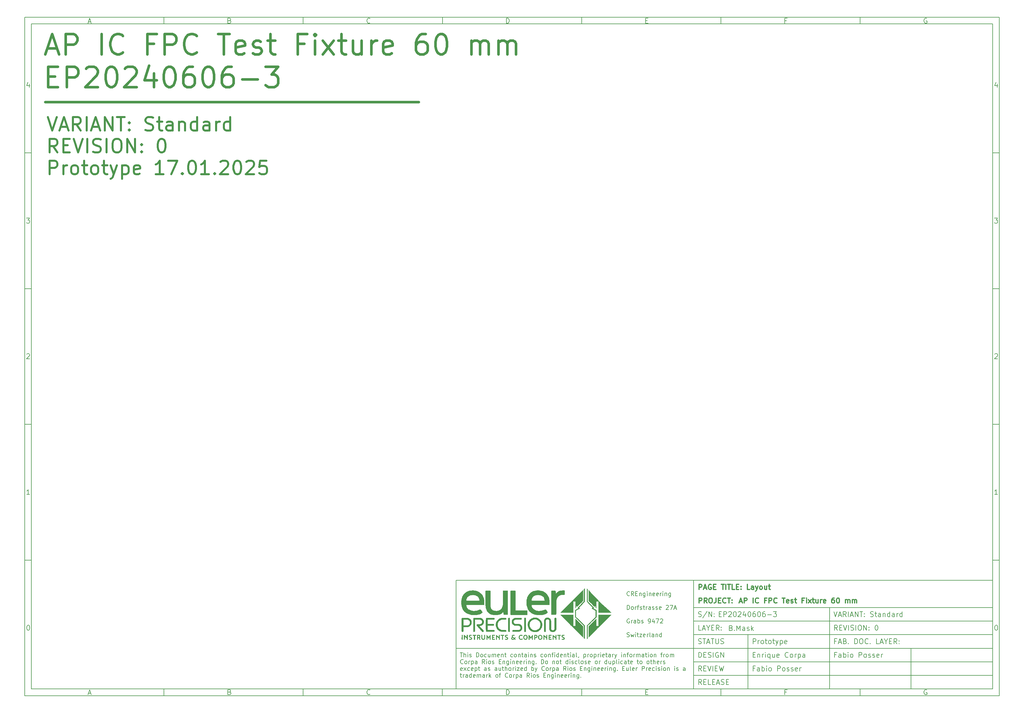
<source format=gbr>
%TF.GenerationSoftware,KiCad,Pcbnew,8.0.7-1.fc41*%
%TF.CreationDate,2025-01-19T01:12:38+01:00*%
%TF.ProjectId,0100_COVERSHEET,30313030-5f43-44f5-9645-525348454554,0*%
%TF.SameCoordinates,Original*%
%TF.FileFunction,Soldermask,Bot*%
%TF.FilePolarity,Negative*%
%FSLAX46Y46*%
G04 Gerber Fmt 4.6, Leading zero omitted, Abs format (unit mm)*
G04 Created by KiCad (PCBNEW 8.0.7-1.fc41) date 2025-01-19 01:12:38*
%MOMM*%
%LPD*%
G01*
G04 APERTURE LIST*
%ADD10C,0.100000*%
%ADD11C,0.150000*%
%ADD12C,0.300000*%
%ADD13C,0.750000*%
%ADD14C,0.600000*%
%ADD15C,0.000001*%
%ADD16C,0.200000*%
G04 APERTURE END LIST*
D10*
D11*
X7000000Y-203000000D02*
X290000000Y-203000000D01*
X290000000Y-7000000D01*
X7000000Y-7000000D01*
X7000000Y-203000000D01*
D10*
D11*
X132000000Y-171000000D02*
X290000000Y-171000000D01*
X290000000Y-203000000D01*
X132000000Y-203000000D01*
X132000000Y-171000000D01*
D10*
D11*
X202000000Y-203000000D02*
X202000000Y-171000000D01*
D10*
D11*
X290000000Y-199000000D02*
X202000000Y-199000000D01*
D10*
D11*
X290000000Y-195000000D02*
X202000000Y-195000000D01*
D10*
D11*
X290000000Y-191000000D02*
X201000000Y-191000000D01*
D10*
D11*
X290000000Y-187000000D02*
X202000000Y-187000000D01*
D10*
D11*
X290000000Y-183000000D02*
X202000000Y-183000000D01*
D10*
D11*
X290000000Y-179000000D02*
X202000000Y-179000000D01*
D10*
D11*
X266000000Y-203000000D02*
X266000000Y-191000000D01*
D10*
D11*
X242000000Y-203000000D02*
X242000000Y-179000000D01*
D10*
D11*
X218000000Y-203000000D02*
X218000000Y-187000000D01*
D10*
D12*
X203556710Y-173685528D02*
X203556710Y-172185528D01*
X203556710Y-172185528D02*
X204128139Y-172185528D01*
X204128139Y-172185528D02*
X204270996Y-172256957D01*
X204270996Y-172256957D02*
X204342425Y-172328385D01*
X204342425Y-172328385D02*
X204413853Y-172471242D01*
X204413853Y-172471242D02*
X204413853Y-172685528D01*
X204413853Y-172685528D02*
X204342425Y-172828385D01*
X204342425Y-172828385D02*
X204270996Y-172899814D01*
X204270996Y-172899814D02*
X204128139Y-172971242D01*
X204128139Y-172971242D02*
X203556710Y-172971242D01*
X204985282Y-173256957D02*
X205699568Y-173256957D01*
X204842425Y-173685528D02*
X205342425Y-172185528D01*
X205342425Y-172185528D02*
X205842425Y-173685528D01*
X207128139Y-172256957D02*
X206985282Y-172185528D01*
X206985282Y-172185528D02*
X206770996Y-172185528D01*
X206770996Y-172185528D02*
X206556710Y-172256957D01*
X206556710Y-172256957D02*
X206413853Y-172399814D01*
X206413853Y-172399814D02*
X206342424Y-172542671D01*
X206342424Y-172542671D02*
X206270996Y-172828385D01*
X206270996Y-172828385D02*
X206270996Y-173042671D01*
X206270996Y-173042671D02*
X206342424Y-173328385D01*
X206342424Y-173328385D02*
X206413853Y-173471242D01*
X206413853Y-173471242D02*
X206556710Y-173614100D01*
X206556710Y-173614100D02*
X206770996Y-173685528D01*
X206770996Y-173685528D02*
X206913853Y-173685528D01*
X206913853Y-173685528D02*
X207128139Y-173614100D01*
X207128139Y-173614100D02*
X207199567Y-173542671D01*
X207199567Y-173542671D02*
X207199567Y-173042671D01*
X207199567Y-173042671D02*
X206913853Y-173042671D01*
X207842424Y-172899814D02*
X208342424Y-172899814D01*
X208556710Y-173685528D02*
X207842424Y-173685528D01*
X207842424Y-173685528D02*
X207842424Y-172185528D01*
X207842424Y-172185528D02*
X208556710Y-172185528D01*
X210128139Y-172185528D02*
X210985282Y-172185528D01*
X210556710Y-173685528D02*
X210556710Y-172185528D01*
X211485281Y-173685528D02*
X211485281Y-172185528D01*
X211985282Y-172185528D02*
X212842425Y-172185528D01*
X212413853Y-173685528D02*
X212413853Y-172185528D01*
X214056710Y-173685528D02*
X213342424Y-173685528D01*
X213342424Y-173685528D02*
X213342424Y-172185528D01*
X214556710Y-172899814D02*
X215056710Y-172899814D01*
X215270996Y-173685528D02*
X214556710Y-173685528D01*
X214556710Y-173685528D02*
X214556710Y-172185528D01*
X214556710Y-172185528D02*
X215270996Y-172185528D01*
X215913853Y-173542671D02*
X215985282Y-173614100D01*
X215985282Y-173614100D02*
X215913853Y-173685528D01*
X215913853Y-173685528D02*
X215842425Y-173614100D01*
X215842425Y-173614100D02*
X215913853Y-173542671D01*
X215913853Y-173542671D02*
X215913853Y-173685528D01*
X215913853Y-172756957D02*
X215985282Y-172828385D01*
X215985282Y-172828385D02*
X215913853Y-172899814D01*
X215913853Y-172899814D02*
X215842425Y-172828385D01*
X215842425Y-172828385D02*
X215913853Y-172756957D01*
X215913853Y-172756957D02*
X215913853Y-172899814D01*
X218485282Y-173685528D02*
X217770996Y-173685528D01*
X217770996Y-173685528D02*
X217770996Y-172185528D01*
X219628140Y-173685528D02*
X219628140Y-172899814D01*
X219628140Y-172899814D02*
X219556711Y-172756957D01*
X219556711Y-172756957D02*
X219413854Y-172685528D01*
X219413854Y-172685528D02*
X219128140Y-172685528D01*
X219128140Y-172685528D02*
X218985282Y-172756957D01*
X219628140Y-173614100D02*
X219485282Y-173685528D01*
X219485282Y-173685528D02*
X219128140Y-173685528D01*
X219128140Y-173685528D02*
X218985282Y-173614100D01*
X218985282Y-173614100D02*
X218913854Y-173471242D01*
X218913854Y-173471242D02*
X218913854Y-173328385D01*
X218913854Y-173328385D02*
X218985282Y-173185528D01*
X218985282Y-173185528D02*
X219128140Y-173114100D01*
X219128140Y-173114100D02*
X219485282Y-173114100D01*
X219485282Y-173114100D02*
X219628140Y-173042671D01*
X220199568Y-172685528D02*
X220556711Y-173685528D01*
X220913854Y-172685528D02*
X220556711Y-173685528D01*
X220556711Y-173685528D02*
X220413854Y-174042671D01*
X220413854Y-174042671D02*
X220342425Y-174114100D01*
X220342425Y-174114100D02*
X220199568Y-174185528D01*
X221699568Y-173685528D02*
X221556711Y-173614100D01*
X221556711Y-173614100D02*
X221485282Y-173542671D01*
X221485282Y-173542671D02*
X221413854Y-173399814D01*
X221413854Y-173399814D02*
X221413854Y-172971242D01*
X221413854Y-172971242D02*
X221485282Y-172828385D01*
X221485282Y-172828385D02*
X221556711Y-172756957D01*
X221556711Y-172756957D02*
X221699568Y-172685528D01*
X221699568Y-172685528D02*
X221913854Y-172685528D01*
X221913854Y-172685528D02*
X222056711Y-172756957D01*
X222056711Y-172756957D02*
X222128140Y-172828385D01*
X222128140Y-172828385D02*
X222199568Y-172971242D01*
X222199568Y-172971242D02*
X222199568Y-173399814D01*
X222199568Y-173399814D02*
X222128140Y-173542671D01*
X222128140Y-173542671D02*
X222056711Y-173614100D01*
X222056711Y-173614100D02*
X221913854Y-173685528D01*
X221913854Y-173685528D02*
X221699568Y-173685528D01*
X223485283Y-172685528D02*
X223485283Y-173685528D01*
X222842425Y-172685528D02*
X222842425Y-173471242D01*
X222842425Y-173471242D02*
X222913854Y-173614100D01*
X222913854Y-173614100D02*
X223056711Y-173685528D01*
X223056711Y-173685528D02*
X223270997Y-173685528D01*
X223270997Y-173685528D02*
X223413854Y-173614100D01*
X223413854Y-173614100D02*
X223485283Y-173542671D01*
X223985283Y-172685528D02*
X224556711Y-172685528D01*
X224199568Y-172185528D02*
X224199568Y-173471242D01*
X224199568Y-173471242D02*
X224270997Y-173614100D01*
X224270997Y-173614100D02*
X224413854Y-173685528D01*
X224413854Y-173685528D02*
X224556711Y-173685528D01*
D10*
D11*
X201000000Y-191000000D02*
X132000000Y-191000000D01*
D10*
D12*
X203554510Y-177678328D02*
X203554510Y-176178328D01*
X203554510Y-176178328D02*
X204125939Y-176178328D01*
X204125939Y-176178328D02*
X204268796Y-176249757D01*
X204268796Y-176249757D02*
X204340225Y-176321185D01*
X204340225Y-176321185D02*
X204411653Y-176464042D01*
X204411653Y-176464042D02*
X204411653Y-176678328D01*
X204411653Y-176678328D02*
X204340225Y-176821185D01*
X204340225Y-176821185D02*
X204268796Y-176892614D01*
X204268796Y-176892614D02*
X204125939Y-176964042D01*
X204125939Y-176964042D02*
X203554510Y-176964042D01*
X205911653Y-177678328D02*
X205411653Y-176964042D01*
X205054510Y-177678328D02*
X205054510Y-176178328D01*
X205054510Y-176178328D02*
X205625939Y-176178328D01*
X205625939Y-176178328D02*
X205768796Y-176249757D01*
X205768796Y-176249757D02*
X205840225Y-176321185D01*
X205840225Y-176321185D02*
X205911653Y-176464042D01*
X205911653Y-176464042D02*
X205911653Y-176678328D01*
X205911653Y-176678328D02*
X205840225Y-176821185D01*
X205840225Y-176821185D02*
X205768796Y-176892614D01*
X205768796Y-176892614D02*
X205625939Y-176964042D01*
X205625939Y-176964042D02*
X205054510Y-176964042D01*
X206840225Y-176178328D02*
X207125939Y-176178328D01*
X207125939Y-176178328D02*
X207268796Y-176249757D01*
X207268796Y-176249757D02*
X207411653Y-176392614D01*
X207411653Y-176392614D02*
X207483082Y-176678328D01*
X207483082Y-176678328D02*
X207483082Y-177178328D01*
X207483082Y-177178328D02*
X207411653Y-177464042D01*
X207411653Y-177464042D02*
X207268796Y-177606900D01*
X207268796Y-177606900D02*
X207125939Y-177678328D01*
X207125939Y-177678328D02*
X206840225Y-177678328D01*
X206840225Y-177678328D02*
X206697368Y-177606900D01*
X206697368Y-177606900D02*
X206554510Y-177464042D01*
X206554510Y-177464042D02*
X206483082Y-177178328D01*
X206483082Y-177178328D02*
X206483082Y-176678328D01*
X206483082Y-176678328D02*
X206554510Y-176392614D01*
X206554510Y-176392614D02*
X206697368Y-176249757D01*
X206697368Y-176249757D02*
X206840225Y-176178328D01*
X208554511Y-176178328D02*
X208554511Y-177249757D01*
X208554511Y-177249757D02*
X208483082Y-177464042D01*
X208483082Y-177464042D02*
X208340225Y-177606900D01*
X208340225Y-177606900D02*
X208125939Y-177678328D01*
X208125939Y-177678328D02*
X207983082Y-177678328D01*
X209268796Y-176892614D02*
X209768796Y-176892614D01*
X209983082Y-177678328D02*
X209268796Y-177678328D01*
X209268796Y-177678328D02*
X209268796Y-176178328D01*
X209268796Y-176178328D02*
X209983082Y-176178328D01*
X211483082Y-177535471D02*
X211411654Y-177606900D01*
X211411654Y-177606900D02*
X211197368Y-177678328D01*
X211197368Y-177678328D02*
X211054511Y-177678328D01*
X211054511Y-177678328D02*
X210840225Y-177606900D01*
X210840225Y-177606900D02*
X210697368Y-177464042D01*
X210697368Y-177464042D02*
X210625939Y-177321185D01*
X210625939Y-177321185D02*
X210554511Y-177035471D01*
X210554511Y-177035471D02*
X210554511Y-176821185D01*
X210554511Y-176821185D02*
X210625939Y-176535471D01*
X210625939Y-176535471D02*
X210697368Y-176392614D01*
X210697368Y-176392614D02*
X210840225Y-176249757D01*
X210840225Y-176249757D02*
X211054511Y-176178328D01*
X211054511Y-176178328D02*
X211197368Y-176178328D01*
X211197368Y-176178328D02*
X211411654Y-176249757D01*
X211411654Y-176249757D02*
X211483082Y-176321185D01*
X211911654Y-176178328D02*
X212768797Y-176178328D01*
X212340225Y-177678328D02*
X212340225Y-176178328D01*
X213268796Y-177535471D02*
X213340225Y-177606900D01*
X213340225Y-177606900D02*
X213268796Y-177678328D01*
X213268796Y-177678328D02*
X213197368Y-177606900D01*
X213197368Y-177606900D02*
X213268796Y-177535471D01*
X213268796Y-177535471D02*
X213268796Y-177678328D01*
X213268796Y-176749757D02*
X213340225Y-176821185D01*
X213340225Y-176821185D02*
X213268796Y-176892614D01*
X213268796Y-176892614D02*
X213197368Y-176821185D01*
X213197368Y-176821185D02*
X213268796Y-176749757D01*
X213268796Y-176749757D02*
X213268796Y-176892614D01*
D10*
D11*
X203384398Y-181614700D02*
X203598684Y-181686128D01*
X203598684Y-181686128D02*
X203955826Y-181686128D01*
X203955826Y-181686128D02*
X204098684Y-181614700D01*
X204098684Y-181614700D02*
X204170112Y-181543271D01*
X204170112Y-181543271D02*
X204241541Y-181400414D01*
X204241541Y-181400414D02*
X204241541Y-181257557D01*
X204241541Y-181257557D02*
X204170112Y-181114700D01*
X204170112Y-181114700D02*
X204098684Y-181043271D01*
X204098684Y-181043271D02*
X203955826Y-180971842D01*
X203955826Y-180971842D02*
X203670112Y-180900414D01*
X203670112Y-180900414D02*
X203527255Y-180828985D01*
X203527255Y-180828985D02*
X203455826Y-180757557D01*
X203455826Y-180757557D02*
X203384398Y-180614700D01*
X203384398Y-180614700D02*
X203384398Y-180471842D01*
X203384398Y-180471842D02*
X203455826Y-180328985D01*
X203455826Y-180328985D02*
X203527255Y-180257557D01*
X203527255Y-180257557D02*
X203670112Y-180186128D01*
X203670112Y-180186128D02*
X204027255Y-180186128D01*
X204027255Y-180186128D02*
X204241541Y-180257557D01*
X205955826Y-180114700D02*
X204670112Y-182043271D01*
X206455826Y-181686128D02*
X206455826Y-180186128D01*
X206455826Y-180186128D02*
X207312969Y-181686128D01*
X207312969Y-181686128D02*
X207312969Y-180186128D01*
X208027255Y-181543271D02*
X208098684Y-181614700D01*
X208098684Y-181614700D02*
X208027255Y-181686128D01*
X208027255Y-181686128D02*
X207955827Y-181614700D01*
X207955827Y-181614700D02*
X208027255Y-181543271D01*
X208027255Y-181543271D02*
X208027255Y-181686128D01*
X208027255Y-180757557D02*
X208098684Y-180828985D01*
X208098684Y-180828985D02*
X208027255Y-180900414D01*
X208027255Y-180900414D02*
X207955827Y-180828985D01*
X207955827Y-180828985D02*
X208027255Y-180757557D01*
X208027255Y-180757557D02*
X208027255Y-180900414D01*
D10*
D11*
X203455826Y-193686128D02*
X203455826Y-192186128D01*
X203455826Y-192186128D02*
X203812969Y-192186128D01*
X203812969Y-192186128D02*
X204027255Y-192257557D01*
X204027255Y-192257557D02*
X204170112Y-192400414D01*
X204170112Y-192400414D02*
X204241541Y-192543271D01*
X204241541Y-192543271D02*
X204312969Y-192828985D01*
X204312969Y-192828985D02*
X204312969Y-193043271D01*
X204312969Y-193043271D02*
X204241541Y-193328985D01*
X204241541Y-193328985D02*
X204170112Y-193471842D01*
X204170112Y-193471842D02*
X204027255Y-193614700D01*
X204027255Y-193614700D02*
X203812969Y-193686128D01*
X203812969Y-193686128D02*
X203455826Y-193686128D01*
X204955826Y-192900414D02*
X205455826Y-192900414D01*
X205670112Y-193686128D02*
X204955826Y-193686128D01*
X204955826Y-193686128D02*
X204955826Y-192186128D01*
X204955826Y-192186128D02*
X205670112Y-192186128D01*
X206241541Y-193614700D02*
X206455827Y-193686128D01*
X206455827Y-193686128D02*
X206812969Y-193686128D01*
X206812969Y-193686128D02*
X206955827Y-193614700D01*
X206955827Y-193614700D02*
X207027255Y-193543271D01*
X207027255Y-193543271D02*
X207098684Y-193400414D01*
X207098684Y-193400414D02*
X207098684Y-193257557D01*
X207098684Y-193257557D02*
X207027255Y-193114700D01*
X207027255Y-193114700D02*
X206955827Y-193043271D01*
X206955827Y-193043271D02*
X206812969Y-192971842D01*
X206812969Y-192971842D02*
X206527255Y-192900414D01*
X206527255Y-192900414D02*
X206384398Y-192828985D01*
X206384398Y-192828985D02*
X206312969Y-192757557D01*
X206312969Y-192757557D02*
X206241541Y-192614700D01*
X206241541Y-192614700D02*
X206241541Y-192471842D01*
X206241541Y-192471842D02*
X206312969Y-192328985D01*
X206312969Y-192328985D02*
X206384398Y-192257557D01*
X206384398Y-192257557D02*
X206527255Y-192186128D01*
X206527255Y-192186128D02*
X206884398Y-192186128D01*
X206884398Y-192186128D02*
X207098684Y-192257557D01*
X207741540Y-193686128D02*
X207741540Y-192186128D01*
X209241541Y-192257557D02*
X209098684Y-192186128D01*
X209098684Y-192186128D02*
X208884398Y-192186128D01*
X208884398Y-192186128D02*
X208670112Y-192257557D01*
X208670112Y-192257557D02*
X208527255Y-192400414D01*
X208527255Y-192400414D02*
X208455826Y-192543271D01*
X208455826Y-192543271D02*
X208384398Y-192828985D01*
X208384398Y-192828985D02*
X208384398Y-193043271D01*
X208384398Y-193043271D02*
X208455826Y-193328985D01*
X208455826Y-193328985D02*
X208527255Y-193471842D01*
X208527255Y-193471842D02*
X208670112Y-193614700D01*
X208670112Y-193614700D02*
X208884398Y-193686128D01*
X208884398Y-193686128D02*
X209027255Y-193686128D01*
X209027255Y-193686128D02*
X209241541Y-193614700D01*
X209241541Y-193614700D02*
X209312969Y-193543271D01*
X209312969Y-193543271D02*
X209312969Y-193043271D01*
X209312969Y-193043271D02*
X209027255Y-193043271D01*
X209955826Y-193686128D02*
X209955826Y-192186128D01*
X209955826Y-192186128D02*
X210812969Y-193686128D01*
X210812969Y-193686128D02*
X210812969Y-192186128D01*
D10*
D11*
X204312969Y-197686128D02*
X203812969Y-196971842D01*
X203455826Y-197686128D02*
X203455826Y-196186128D01*
X203455826Y-196186128D02*
X204027255Y-196186128D01*
X204027255Y-196186128D02*
X204170112Y-196257557D01*
X204170112Y-196257557D02*
X204241541Y-196328985D01*
X204241541Y-196328985D02*
X204312969Y-196471842D01*
X204312969Y-196471842D02*
X204312969Y-196686128D01*
X204312969Y-196686128D02*
X204241541Y-196828985D01*
X204241541Y-196828985D02*
X204170112Y-196900414D01*
X204170112Y-196900414D02*
X204027255Y-196971842D01*
X204027255Y-196971842D02*
X203455826Y-196971842D01*
X204955826Y-196900414D02*
X205455826Y-196900414D01*
X205670112Y-197686128D02*
X204955826Y-197686128D01*
X204955826Y-197686128D02*
X204955826Y-196186128D01*
X204955826Y-196186128D02*
X205670112Y-196186128D01*
X206098684Y-196186128D02*
X206598684Y-197686128D01*
X206598684Y-197686128D02*
X207098684Y-196186128D01*
X207598683Y-197686128D02*
X207598683Y-196186128D01*
X208312969Y-196900414D02*
X208812969Y-196900414D01*
X209027255Y-197686128D02*
X208312969Y-197686128D01*
X208312969Y-197686128D02*
X208312969Y-196186128D01*
X208312969Y-196186128D02*
X209027255Y-196186128D01*
X209527255Y-196186128D02*
X209884398Y-197686128D01*
X209884398Y-197686128D02*
X210170112Y-196614700D01*
X210170112Y-196614700D02*
X210455827Y-197686128D01*
X210455827Y-197686128D02*
X210812970Y-196186128D01*
D10*
D11*
X204312969Y-201686128D02*
X203812969Y-200971842D01*
X203455826Y-201686128D02*
X203455826Y-200186128D01*
X203455826Y-200186128D02*
X204027255Y-200186128D01*
X204027255Y-200186128D02*
X204170112Y-200257557D01*
X204170112Y-200257557D02*
X204241541Y-200328985D01*
X204241541Y-200328985D02*
X204312969Y-200471842D01*
X204312969Y-200471842D02*
X204312969Y-200686128D01*
X204312969Y-200686128D02*
X204241541Y-200828985D01*
X204241541Y-200828985D02*
X204170112Y-200900414D01*
X204170112Y-200900414D02*
X204027255Y-200971842D01*
X204027255Y-200971842D02*
X203455826Y-200971842D01*
X204955826Y-200900414D02*
X205455826Y-200900414D01*
X205670112Y-201686128D02*
X204955826Y-201686128D01*
X204955826Y-201686128D02*
X204955826Y-200186128D01*
X204955826Y-200186128D02*
X205670112Y-200186128D01*
X207027255Y-201686128D02*
X206312969Y-201686128D01*
X206312969Y-201686128D02*
X206312969Y-200186128D01*
X207527255Y-200900414D02*
X208027255Y-200900414D01*
X208241541Y-201686128D02*
X207527255Y-201686128D01*
X207527255Y-201686128D02*
X207527255Y-200186128D01*
X207527255Y-200186128D02*
X208241541Y-200186128D01*
X208812970Y-201257557D02*
X209527256Y-201257557D01*
X208670113Y-201686128D02*
X209170113Y-200186128D01*
X209170113Y-200186128D02*
X209670113Y-201686128D01*
X210098684Y-201614700D02*
X210312970Y-201686128D01*
X210312970Y-201686128D02*
X210670112Y-201686128D01*
X210670112Y-201686128D02*
X210812970Y-201614700D01*
X210812970Y-201614700D02*
X210884398Y-201543271D01*
X210884398Y-201543271D02*
X210955827Y-201400414D01*
X210955827Y-201400414D02*
X210955827Y-201257557D01*
X210955827Y-201257557D02*
X210884398Y-201114700D01*
X210884398Y-201114700D02*
X210812970Y-201043271D01*
X210812970Y-201043271D02*
X210670112Y-200971842D01*
X210670112Y-200971842D02*
X210384398Y-200900414D01*
X210384398Y-200900414D02*
X210241541Y-200828985D01*
X210241541Y-200828985D02*
X210170112Y-200757557D01*
X210170112Y-200757557D02*
X210098684Y-200614700D01*
X210098684Y-200614700D02*
X210098684Y-200471842D01*
X210098684Y-200471842D02*
X210170112Y-200328985D01*
X210170112Y-200328985D02*
X210241541Y-200257557D01*
X210241541Y-200257557D02*
X210384398Y-200186128D01*
X210384398Y-200186128D02*
X210741541Y-200186128D01*
X210741541Y-200186128D02*
X210955827Y-200257557D01*
X211598683Y-200900414D02*
X212098683Y-200900414D01*
X212312969Y-201686128D02*
X211598683Y-201686128D01*
X211598683Y-201686128D02*
X211598683Y-200186128D01*
X211598683Y-200186128D02*
X212312969Y-200186128D01*
D10*
D11*
X243241541Y-180186128D02*
X243741541Y-181686128D01*
X243741541Y-181686128D02*
X244241541Y-180186128D01*
X244670112Y-181257557D02*
X245384398Y-181257557D01*
X244527255Y-181686128D02*
X245027255Y-180186128D01*
X245027255Y-180186128D02*
X245527255Y-181686128D01*
X246884397Y-181686128D02*
X246384397Y-180971842D01*
X246027254Y-181686128D02*
X246027254Y-180186128D01*
X246027254Y-180186128D02*
X246598683Y-180186128D01*
X246598683Y-180186128D02*
X246741540Y-180257557D01*
X246741540Y-180257557D02*
X246812969Y-180328985D01*
X246812969Y-180328985D02*
X246884397Y-180471842D01*
X246884397Y-180471842D02*
X246884397Y-180686128D01*
X246884397Y-180686128D02*
X246812969Y-180828985D01*
X246812969Y-180828985D02*
X246741540Y-180900414D01*
X246741540Y-180900414D02*
X246598683Y-180971842D01*
X246598683Y-180971842D02*
X246027254Y-180971842D01*
X247527254Y-181686128D02*
X247527254Y-180186128D01*
X248170112Y-181257557D02*
X248884398Y-181257557D01*
X248027255Y-181686128D02*
X248527255Y-180186128D01*
X248527255Y-180186128D02*
X249027255Y-181686128D01*
X249527254Y-181686128D02*
X249527254Y-180186128D01*
X249527254Y-180186128D02*
X250384397Y-181686128D01*
X250384397Y-181686128D02*
X250384397Y-180186128D01*
X250884398Y-180186128D02*
X251741541Y-180186128D01*
X251312969Y-181686128D02*
X251312969Y-180186128D01*
X252241540Y-181543271D02*
X252312969Y-181614700D01*
X252312969Y-181614700D02*
X252241540Y-181686128D01*
X252241540Y-181686128D02*
X252170112Y-181614700D01*
X252170112Y-181614700D02*
X252241540Y-181543271D01*
X252241540Y-181543271D02*
X252241540Y-181686128D01*
X252241540Y-180757557D02*
X252312969Y-180828985D01*
X252312969Y-180828985D02*
X252241540Y-180900414D01*
X252241540Y-180900414D02*
X252170112Y-180828985D01*
X252170112Y-180828985D02*
X252241540Y-180757557D01*
X252241540Y-180757557D02*
X252241540Y-180900414D01*
X254027255Y-181614700D02*
X254241541Y-181686128D01*
X254241541Y-181686128D02*
X254598683Y-181686128D01*
X254598683Y-181686128D02*
X254741541Y-181614700D01*
X254741541Y-181614700D02*
X254812969Y-181543271D01*
X254812969Y-181543271D02*
X254884398Y-181400414D01*
X254884398Y-181400414D02*
X254884398Y-181257557D01*
X254884398Y-181257557D02*
X254812969Y-181114700D01*
X254812969Y-181114700D02*
X254741541Y-181043271D01*
X254741541Y-181043271D02*
X254598683Y-180971842D01*
X254598683Y-180971842D02*
X254312969Y-180900414D01*
X254312969Y-180900414D02*
X254170112Y-180828985D01*
X254170112Y-180828985D02*
X254098683Y-180757557D01*
X254098683Y-180757557D02*
X254027255Y-180614700D01*
X254027255Y-180614700D02*
X254027255Y-180471842D01*
X254027255Y-180471842D02*
X254098683Y-180328985D01*
X254098683Y-180328985D02*
X254170112Y-180257557D01*
X254170112Y-180257557D02*
X254312969Y-180186128D01*
X254312969Y-180186128D02*
X254670112Y-180186128D01*
X254670112Y-180186128D02*
X254884398Y-180257557D01*
X255312969Y-180686128D02*
X255884397Y-180686128D01*
X255527254Y-180186128D02*
X255527254Y-181471842D01*
X255527254Y-181471842D02*
X255598683Y-181614700D01*
X255598683Y-181614700D02*
X255741540Y-181686128D01*
X255741540Y-181686128D02*
X255884397Y-181686128D01*
X257027255Y-181686128D02*
X257027255Y-180900414D01*
X257027255Y-180900414D02*
X256955826Y-180757557D01*
X256955826Y-180757557D02*
X256812969Y-180686128D01*
X256812969Y-180686128D02*
X256527255Y-180686128D01*
X256527255Y-180686128D02*
X256384397Y-180757557D01*
X257027255Y-181614700D02*
X256884397Y-181686128D01*
X256884397Y-181686128D02*
X256527255Y-181686128D01*
X256527255Y-181686128D02*
X256384397Y-181614700D01*
X256384397Y-181614700D02*
X256312969Y-181471842D01*
X256312969Y-181471842D02*
X256312969Y-181328985D01*
X256312969Y-181328985D02*
X256384397Y-181186128D01*
X256384397Y-181186128D02*
X256527255Y-181114700D01*
X256527255Y-181114700D02*
X256884397Y-181114700D01*
X256884397Y-181114700D02*
X257027255Y-181043271D01*
X257741540Y-180686128D02*
X257741540Y-181686128D01*
X257741540Y-180828985D02*
X257812969Y-180757557D01*
X257812969Y-180757557D02*
X257955826Y-180686128D01*
X257955826Y-180686128D02*
X258170112Y-180686128D01*
X258170112Y-180686128D02*
X258312969Y-180757557D01*
X258312969Y-180757557D02*
X258384398Y-180900414D01*
X258384398Y-180900414D02*
X258384398Y-181686128D01*
X259741541Y-181686128D02*
X259741541Y-180186128D01*
X259741541Y-181614700D02*
X259598683Y-181686128D01*
X259598683Y-181686128D02*
X259312969Y-181686128D01*
X259312969Y-181686128D02*
X259170112Y-181614700D01*
X259170112Y-181614700D02*
X259098683Y-181543271D01*
X259098683Y-181543271D02*
X259027255Y-181400414D01*
X259027255Y-181400414D02*
X259027255Y-180971842D01*
X259027255Y-180971842D02*
X259098683Y-180828985D01*
X259098683Y-180828985D02*
X259170112Y-180757557D01*
X259170112Y-180757557D02*
X259312969Y-180686128D01*
X259312969Y-180686128D02*
X259598683Y-180686128D01*
X259598683Y-180686128D02*
X259741541Y-180757557D01*
X261098684Y-181686128D02*
X261098684Y-180900414D01*
X261098684Y-180900414D02*
X261027255Y-180757557D01*
X261027255Y-180757557D02*
X260884398Y-180686128D01*
X260884398Y-180686128D02*
X260598684Y-180686128D01*
X260598684Y-180686128D02*
X260455826Y-180757557D01*
X261098684Y-181614700D02*
X260955826Y-181686128D01*
X260955826Y-181686128D02*
X260598684Y-181686128D01*
X260598684Y-181686128D02*
X260455826Y-181614700D01*
X260455826Y-181614700D02*
X260384398Y-181471842D01*
X260384398Y-181471842D02*
X260384398Y-181328985D01*
X260384398Y-181328985D02*
X260455826Y-181186128D01*
X260455826Y-181186128D02*
X260598684Y-181114700D01*
X260598684Y-181114700D02*
X260955826Y-181114700D01*
X260955826Y-181114700D02*
X261098684Y-181043271D01*
X261812969Y-181686128D02*
X261812969Y-180686128D01*
X261812969Y-180971842D02*
X261884398Y-180828985D01*
X261884398Y-180828985D02*
X261955827Y-180757557D01*
X261955827Y-180757557D02*
X262098684Y-180686128D01*
X262098684Y-180686128D02*
X262241541Y-180686128D01*
X263384398Y-181686128D02*
X263384398Y-180186128D01*
X263384398Y-181614700D02*
X263241540Y-181686128D01*
X263241540Y-181686128D02*
X262955826Y-181686128D01*
X262955826Y-181686128D02*
X262812969Y-181614700D01*
X262812969Y-181614700D02*
X262741540Y-181543271D01*
X262741540Y-181543271D02*
X262670112Y-181400414D01*
X262670112Y-181400414D02*
X262670112Y-180971842D01*
X262670112Y-180971842D02*
X262741540Y-180828985D01*
X262741540Y-180828985D02*
X262812969Y-180757557D01*
X262812969Y-180757557D02*
X262955826Y-180686128D01*
X262955826Y-180686128D02*
X263241540Y-180686128D01*
X263241540Y-180686128D02*
X263384398Y-180757557D01*
D10*
D11*
X244312969Y-185686128D02*
X243812969Y-184971842D01*
X243455826Y-185686128D02*
X243455826Y-184186128D01*
X243455826Y-184186128D02*
X244027255Y-184186128D01*
X244027255Y-184186128D02*
X244170112Y-184257557D01*
X244170112Y-184257557D02*
X244241541Y-184328985D01*
X244241541Y-184328985D02*
X244312969Y-184471842D01*
X244312969Y-184471842D02*
X244312969Y-184686128D01*
X244312969Y-184686128D02*
X244241541Y-184828985D01*
X244241541Y-184828985D02*
X244170112Y-184900414D01*
X244170112Y-184900414D02*
X244027255Y-184971842D01*
X244027255Y-184971842D02*
X243455826Y-184971842D01*
X244955826Y-184900414D02*
X245455826Y-184900414D01*
X245670112Y-185686128D02*
X244955826Y-185686128D01*
X244955826Y-185686128D02*
X244955826Y-184186128D01*
X244955826Y-184186128D02*
X245670112Y-184186128D01*
X246098684Y-184186128D02*
X246598684Y-185686128D01*
X246598684Y-185686128D02*
X247098684Y-184186128D01*
X247598683Y-185686128D02*
X247598683Y-184186128D01*
X248241541Y-185614700D02*
X248455827Y-185686128D01*
X248455827Y-185686128D02*
X248812969Y-185686128D01*
X248812969Y-185686128D02*
X248955827Y-185614700D01*
X248955827Y-185614700D02*
X249027255Y-185543271D01*
X249027255Y-185543271D02*
X249098684Y-185400414D01*
X249098684Y-185400414D02*
X249098684Y-185257557D01*
X249098684Y-185257557D02*
X249027255Y-185114700D01*
X249027255Y-185114700D02*
X248955827Y-185043271D01*
X248955827Y-185043271D02*
X248812969Y-184971842D01*
X248812969Y-184971842D02*
X248527255Y-184900414D01*
X248527255Y-184900414D02*
X248384398Y-184828985D01*
X248384398Y-184828985D02*
X248312969Y-184757557D01*
X248312969Y-184757557D02*
X248241541Y-184614700D01*
X248241541Y-184614700D02*
X248241541Y-184471842D01*
X248241541Y-184471842D02*
X248312969Y-184328985D01*
X248312969Y-184328985D02*
X248384398Y-184257557D01*
X248384398Y-184257557D02*
X248527255Y-184186128D01*
X248527255Y-184186128D02*
X248884398Y-184186128D01*
X248884398Y-184186128D02*
X249098684Y-184257557D01*
X249741540Y-185686128D02*
X249741540Y-184186128D01*
X250741541Y-184186128D02*
X251027255Y-184186128D01*
X251027255Y-184186128D02*
X251170112Y-184257557D01*
X251170112Y-184257557D02*
X251312969Y-184400414D01*
X251312969Y-184400414D02*
X251384398Y-184686128D01*
X251384398Y-184686128D02*
X251384398Y-185186128D01*
X251384398Y-185186128D02*
X251312969Y-185471842D01*
X251312969Y-185471842D02*
X251170112Y-185614700D01*
X251170112Y-185614700D02*
X251027255Y-185686128D01*
X251027255Y-185686128D02*
X250741541Y-185686128D01*
X250741541Y-185686128D02*
X250598684Y-185614700D01*
X250598684Y-185614700D02*
X250455826Y-185471842D01*
X250455826Y-185471842D02*
X250384398Y-185186128D01*
X250384398Y-185186128D02*
X250384398Y-184686128D01*
X250384398Y-184686128D02*
X250455826Y-184400414D01*
X250455826Y-184400414D02*
X250598684Y-184257557D01*
X250598684Y-184257557D02*
X250741541Y-184186128D01*
X252027255Y-185686128D02*
X252027255Y-184186128D01*
X252027255Y-184186128D02*
X252884398Y-185686128D01*
X252884398Y-185686128D02*
X252884398Y-184186128D01*
X253598684Y-185543271D02*
X253670113Y-185614700D01*
X253670113Y-185614700D02*
X253598684Y-185686128D01*
X253598684Y-185686128D02*
X253527256Y-185614700D01*
X253527256Y-185614700D02*
X253598684Y-185543271D01*
X253598684Y-185543271D02*
X253598684Y-185686128D01*
X253598684Y-184757557D02*
X253670113Y-184828985D01*
X253670113Y-184828985D02*
X253598684Y-184900414D01*
X253598684Y-184900414D02*
X253527256Y-184828985D01*
X253527256Y-184828985D02*
X253598684Y-184757557D01*
X253598684Y-184757557D02*
X253598684Y-184900414D01*
X255741542Y-184186128D02*
X255884399Y-184186128D01*
X255884399Y-184186128D02*
X256027256Y-184257557D01*
X256027256Y-184257557D02*
X256098685Y-184328985D01*
X256098685Y-184328985D02*
X256170113Y-184471842D01*
X256170113Y-184471842D02*
X256241542Y-184757557D01*
X256241542Y-184757557D02*
X256241542Y-185114700D01*
X256241542Y-185114700D02*
X256170113Y-185400414D01*
X256170113Y-185400414D02*
X256098685Y-185543271D01*
X256098685Y-185543271D02*
X256027256Y-185614700D01*
X256027256Y-185614700D02*
X255884399Y-185686128D01*
X255884399Y-185686128D02*
X255741542Y-185686128D01*
X255741542Y-185686128D02*
X255598685Y-185614700D01*
X255598685Y-185614700D02*
X255527256Y-185543271D01*
X255527256Y-185543271D02*
X255455827Y-185400414D01*
X255455827Y-185400414D02*
X255384399Y-185114700D01*
X255384399Y-185114700D02*
X255384399Y-184757557D01*
X255384399Y-184757557D02*
X255455827Y-184471842D01*
X255455827Y-184471842D02*
X255527256Y-184328985D01*
X255527256Y-184328985D02*
X255598685Y-184257557D01*
X255598685Y-184257557D02*
X255741542Y-184186128D01*
D10*
D11*
X203384398Y-189614700D02*
X203598684Y-189686128D01*
X203598684Y-189686128D02*
X203955826Y-189686128D01*
X203955826Y-189686128D02*
X204098684Y-189614700D01*
X204098684Y-189614700D02*
X204170112Y-189543271D01*
X204170112Y-189543271D02*
X204241541Y-189400414D01*
X204241541Y-189400414D02*
X204241541Y-189257557D01*
X204241541Y-189257557D02*
X204170112Y-189114700D01*
X204170112Y-189114700D02*
X204098684Y-189043271D01*
X204098684Y-189043271D02*
X203955826Y-188971842D01*
X203955826Y-188971842D02*
X203670112Y-188900414D01*
X203670112Y-188900414D02*
X203527255Y-188828985D01*
X203527255Y-188828985D02*
X203455826Y-188757557D01*
X203455826Y-188757557D02*
X203384398Y-188614700D01*
X203384398Y-188614700D02*
X203384398Y-188471842D01*
X203384398Y-188471842D02*
X203455826Y-188328985D01*
X203455826Y-188328985D02*
X203527255Y-188257557D01*
X203527255Y-188257557D02*
X203670112Y-188186128D01*
X203670112Y-188186128D02*
X204027255Y-188186128D01*
X204027255Y-188186128D02*
X204241541Y-188257557D01*
X204670112Y-188186128D02*
X205527255Y-188186128D01*
X205098683Y-189686128D02*
X205098683Y-188186128D01*
X205955826Y-189257557D02*
X206670112Y-189257557D01*
X205812969Y-189686128D02*
X206312969Y-188186128D01*
X206312969Y-188186128D02*
X206812969Y-189686128D01*
X207098683Y-188186128D02*
X207955826Y-188186128D01*
X207527254Y-189686128D02*
X207527254Y-188186128D01*
X208455825Y-188186128D02*
X208455825Y-189400414D01*
X208455825Y-189400414D02*
X208527254Y-189543271D01*
X208527254Y-189543271D02*
X208598683Y-189614700D01*
X208598683Y-189614700D02*
X208741540Y-189686128D01*
X208741540Y-189686128D02*
X209027254Y-189686128D01*
X209027254Y-189686128D02*
X209170111Y-189614700D01*
X209170111Y-189614700D02*
X209241540Y-189543271D01*
X209241540Y-189543271D02*
X209312968Y-189400414D01*
X209312968Y-189400414D02*
X209312968Y-188186128D01*
X209955826Y-189614700D02*
X210170112Y-189686128D01*
X210170112Y-189686128D02*
X210527254Y-189686128D01*
X210527254Y-189686128D02*
X210670112Y-189614700D01*
X210670112Y-189614700D02*
X210741540Y-189543271D01*
X210741540Y-189543271D02*
X210812969Y-189400414D01*
X210812969Y-189400414D02*
X210812969Y-189257557D01*
X210812969Y-189257557D02*
X210741540Y-189114700D01*
X210741540Y-189114700D02*
X210670112Y-189043271D01*
X210670112Y-189043271D02*
X210527254Y-188971842D01*
X210527254Y-188971842D02*
X210241540Y-188900414D01*
X210241540Y-188900414D02*
X210098683Y-188828985D01*
X210098683Y-188828985D02*
X210027254Y-188757557D01*
X210027254Y-188757557D02*
X209955826Y-188614700D01*
X209955826Y-188614700D02*
X209955826Y-188471842D01*
X209955826Y-188471842D02*
X210027254Y-188328985D01*
X210027254Y-188328985D02*
X210098683Y-188257557D01*
X210098683Y-188257557D02*
X210241540Y-188186128D01*
X210241540Y-188186128D02*
X210598683Y-188186128D01*
X210598683Y-188186128D02*
X210812969Y-188257557D01*
D10*
D11*
X219455826Y-189686128D02*
X219455826Y-188186128D01*
X219455826Y-188186128D02*
X220027255Y-188186128D01*
X220027255Y-188186128D02*
X220170112Y-188257557D01*
X220170112Y-188257557D02*
X220241541Y-188328985D01*
X220241541Y-188328985D02*
X220312969Y-188471842D01*
X220312969Y-188471842D02*
X220312969Y-188686128D01*
X220312969Y-188686128D02*
X220241541Y-188828985D01*
X220241541Y-188828985D02*
X220170112Y-188900414D01*
X220170112Y-188900414D02*
X220027255Y-188971842D01*
X220027255Y-188971842D02*
X219455826Y-188971842D01*
X220955826Y-189686128D02*
X220955826Y-188686128D01*
X220955826Y-188971842D02*
X221027255Y-188828985D01*
X221027255Y-188828985D02*
X221098684Y-188757557D01*
X221098684Y-188757557D02*
X221241541Y-188686128D01*
X221241541Y-188686128D02*
X221384398Y-188686128D01*
X222098683Y-189686128D02*
X221955826Y-189614700D01*
X221955826Y-189614700D02*
X221884397Y-189543271D01*
X221884397Y-189543271D02*
X221812969Y-189400414D01*
X221812969Y-189400414D02*
X221812969Y-188971842D01*
X221812969Y-188971842D02*
X221884397Y-188828985D01*
X221884397Y-188828985D02*
X221955826Y-188757557D01*
X221955826Y-188757557D02*
X222098683Y-188686128D01*
X222098683Y-188686128D02*
X222312969Y-188686128D01*
X222312969Y-188686128D02*
X222455826Y-188757557D01*
X222455826Y-188757557D02*
X222527255Y-188828985D01*
X222527255Y-188828985D02*
X222598683Y-188971842D01*
X222598683Y-188971842D02*
X222598683Y-189400414D01*
X222598683Y-189400414D02*
X222527255Y-189543271D01*
X222527255Y-189543271D02*
X222455826Y-189614700D01*
X222455826Y-189614700D02*
X222312969Y-189686128D01*
X222312969Y-189686128D02*
X222098683Y-189686128D01*
X223027255Y-188686128D02*
X223598683Y-188686128D01*
X223241540Y-188186128D02*
X223241540Y-189471842D01*
X223241540Y-189471842D02*
X223312969Y-189614700D01*
X223312969Y-189614700D02*
X223455826Y-189686128D01*
X223455826Y-189686128D02*
X223598683Y-189686128D01*
X224312969Y-189686128D02*
X224170112Y-189614700D01*
X224170112Y-189614700D02*
X224098683Y-189543271D01*
X224098683Y-189543271D02*
X224027255Y-189400414D01*
X224027255Y-189400414D02*
X224027255Y-188971842D01*
X224027255Y-188971842D02*
X224098683Y-188828985D01*
X224098683Y-188828985D02*
X224170112Y-188757557D01*
X224170112Y-188757557D02*
X224312969Y-188686128D01*
X224312969Y-188686128D02*
X224527255Y-188686128D01*
X224527255Y-188686128D02*
X224670112Y-188757557D01*
X224670112Y-188757557D02*
X224741541Y-188828985D01*
X224741541Y-188828985D02*
X224812969Y-188971842D01*
X224812969Y-188971842D02*
X224812969Y-189400414D01*
X224812969Y-189400414D02*
X224741541Y-189543271D01*
X224741541Y-189543271D02*
X224670112Y-189614700D01*
X224670112Y-189614700D02*
X224527255Y-189686128D01*
X224527255Y-189686128D02*
X224312969Y-189686128D01*
X225241541Y-188686128D02*
X225812969Y-188686128D01*
X225455826Y-188186128D02*
X225455826Y-189471842D01*
X225455826Y-189471842D02*
X225527255Y-189614700D01*
X225527255Y-189614700D02*
X225670112Y-189686128D01*
X225670112Y-189686128D02*
X225812969Y-189686128D01*
X226170112Y-188686128D02*
X226527255Y-189686128D01*
X226884398Y-188686128D02*
X226527255Y-189686128D01*
X226527255Y-189686128D02*
X226384398Y-190043271D01*
X226384398Y-190043271D02*
X226312969Y-190114700D01*
X226312969Y-190114700D02*
X226170112Y-190186128D01*
X227455826Y-188686128D02*
X227455826Y-190186128D01*
X227455826Y-188757557D02*
X227598684Y-188686128D01*
X227598684Y-188686128D02*
X227884398Y-188686128D01*
X227884398Y-188686128D02*
X228027255Y-188757557D01*
X228027255Y-188757557D02*
X228098684Y-188828985D01*
X228098684Y-188828985D02*
X228170112Y-188971842D01*
X228170112Y-188971842D02*
X228170112Y-189400414D01*
X228170112Y-189400414D02*
X228098684Y-189543271D01*
X228098684Y-189543271D02*
X228027255Y-189614700D01*
X228027255Y-189614700D02*
X227884398Y-189686128D01*
X227884398Y-189686128D02*
X227598684Y-189686128D01*
X227598684Y-189686128D02*
X227455826Y-189614700D01*
X229384398Y-189614700D02*
X229241541Y-189686128D01*
X229241541Y-189686128D02*
X228955827Y-189686128D01*
X228955827Y-189686128D02*
X228812969Y-189614700D01*
X228812969Y-189614700D02*
X228741541Y-189471842D01*
X228741541Y-189471842D02*
X228741541Y-188900414D01*
X228741541Y-188900414D02*
X228812969Y-188757557D01*
X228812969Y-188757557D02*
X228955827Y-188686128D01*
X228955827Y-188686128D02*
X229241541Y-188686128D01*
X229241541Y-188686128D02*
X229384398Y-188757557D01*
X229384398Y-188757557D02*
X229455827Y-188900414D01*
X229455827Y-188900414D02*
X229455827Y-189043271D01*
X229455827Y-189043271D02*
X228741541Y-189186128D01*
D10*
D11*
X219955826Y-196900414D02*
X219455826Y-196900414D01*
X219455826Y-197686128D02*
X219455826Y-196186128D01*
X219455826Y-196186128D02*
X220170112Y-196186128D01*
X221384398Y-197686128D02*
X221384398Y-196900414D01*
X221384398Y-196900414D02*
X221312969Y-196757557D01*
X221312969Y-196757557D02*
X221170112Y-196686128D01*
X221170112Y-196686128D02*
X220884398Y-196686128D01*
X220884398Y-196686128D02*
X220741540Y-196757557D01*
X221384398Y-197614700D02*
X221241540Y-197686128D01*
X221241540Y-197686128D02*
X220884398Y-197686128D01*
X220884398Y-197686128D02*
X220741540Y-197614700D01*
X220741540Y-197614700D02*
X220670112Y-197471842D01*
X220670112Y-197471842D02*
X220670112Y-197328985D01*
X220670112Y-197328985D02*
X220741540Y-197186128D01*
X220741540Y-197186128D02*
X220884398Y-197114700D01*
X220884398Y-197114700D02*
X221241540Y-197114700D01*
X221241540Y-197114700D02*
X221384398Y-197043271D01*
X222098683Y-197686128D02*
X222098683Y-196186128D01*
X222098683Y-196757557D02*
X222241541Y-196686128D01*
X222241541Y-196686128D02*
X222527255Y-196686128D01*
X222527255Y-196686128D02*
X222670112Y-196757557D01*
X222670112Y-196757557D02*
X222741541Y-196828985D01*
X222741541Y-196828985D02*
X222812969Y-196971842D01*
X222812969Y-196971842D02*
X222812969Y-197400414D01*
X222812969Y-197400414D02*
X222741541Y-197543271D01*
X222741541Y-197543271D02*
X222670112Y-197614700D01*
X222670112Y-197614700D02*
X222527255Y-197686128D01*
X222527255Y-197686128D02*
X222241541Y-197686128D01*
X222241541Y-197686128D02*
X222098683Y-197614700D01*
X223455826Y-197686128D02*
X223455826Y-196686128D01*
X223455826Y-196186128D02*
X223384398Y-196257557D01*
X223384398Y-196257557D02*
X223455826Y-196328985D01*
X223455826Y-196328985D02*
X223527255Y-196257557D01*
X223527255Y-196257557D02*
X223455826Y-196186128D01*
X223455826Y-196186128D02*
X223455826Y-196328985D01*
X224384398Y-197686128D02*
X224241541Y-197614700D01*
X224241541Y-197614700D02*
X224170112Y-197543271D01*
X224170112Y-197543271D02*
X224098684Y-197400414D01*
X224098684Y-197400414D02*
X224098684Y-196971842D01*
X224098684Y-196971842D02*
X224170112Y-196828985D01*
X224170112Y-196828985D02*
X224241541Y-196757557D01*
X224241541Y-196757557D02*
X224384398Y-196686128D01*
X224384398Y-196686128D02*
X224598684Y-196686128D01*
X224598684Y-196686128D02*
X224741541Y-196757557D01*
X224741541Y-196757557D02*
X224812970Y-196828985D01*
X224812970Y-196828985D02*
X224884398Y-196971842D01*
X224884398Y-196971842D02*
X224884398Y-197400414D01*
X224884398Y-197400414D02*
X224812970Y-197543271D01*
X224812970Y-197543271D02*
X224741541Y-197614700D01*
X224741541Y-197614700D02*
X224598684Y-197686128D01*
X224598684Y-197686128D02*
X224384398Y-197686128D01*
X226670112Y-197686128D02*
X226670112Y-196186128D01*
X226670112Y-196186128D02*
X227241541Y-196186128D01*
X227241541Y-196186128D02*
X227384398Y-196257557D01*
X227384398Y-196257557D02*
X227455827Y-196328985D01*
X227455827Y-196328985D02*
X227527255Y-196471842D01*
X227527255Y-196471842D02*
X227527255Y-196686128D01*
X227527255Y-196686128D02*
X227455827Y-196828985D01*
X227455827Y-196828985D02*
X227384398Y-196900414D01*
X227384398Y-196900414D02*
X227241541Y-196971842D01*
X227241541Y-196971842D02*
X226670112Y-196971842D01*
X228384398Y-197686128D02*
X228241541Y-197614700D01*
X228241541Y-197614700D02*
X228170112Y-197543271D01*
X228170112Y-197543271D02*
X228098684Y-197400414D01*
X228098684Y-197400414D02*
X228098684Y-196971842D01*
X228098684Y-196971842D02*
X228170112Y-196828985D01*
X228170112Y-196828985D02*
X228241541Y-196757557D01*
X228241541Y-196757557D02*
X228384398Y-196686128D01*
X228384398Y-196686128D02*
X228598684Y-196686128D01*
X228598684Y-196686128D02*
X228741541Y-196757557D01*
X228741541Y-196757557D02*
X228812970Y-196828985D01*
X228812970Y-196828985D02*
X228884398Y-196971842D01*
X228884398Y-196971842D02*
X228884398Y-197400414D01*
X228884398Y-197400414D02*
X228812970Y-197543271D01*
X228812970Y-197543271D02*
X228741541Y-197614700D01*
X228741541Y-197614700D02*
X228598684Y-197686128D01*
X228598684Y-197686128D02*
X228384398Y-197686128D01*
X229455827Y-197614700D02*
X229598684Y-197686128D01*
X229598684Y-197686128D02*
X229884398Y-197686128D01*
X229884398Y-197686128D02*
X230027255Y-197614700D01*
X230027255Y-197614700D02*
X230098684Y-197471842D01*
X230098684Y-197471842D02*
X230098684Y-197400414D01*
X230098684Y-197400414D02*
X230027255Y-197257557D01*
X230027255Y-197257557D02*
X229884398Y-197186128D01*
X229884398Y-197186128D02*
X229670113Y-197186128D01*
X229670113Y-197186128D02*
X229527255Y-197114700D01*
X229527255Y-197114700D02*
X229455827Y-196971842D01*
X229455827Y-196971842D02*
X229455827Y-196900414D01*
X229455827Y-196900414D02*
X229527255Y-196757557D01*
X229527255Y-196757557D02*
X229670113Y-196686128D01*
X229670113Y-196686128D02*
X229884398Y-196686128D01*
X229884398Y-196686128D02*
X230027255Y-196757557D01*
X230670113Y-197614700D02*
X230812970Y-197686128D01*
X230812970Y-197686128D02*
X231098684Y-197686128D01*
X231098684Y-197686128D02*
X231241541Y-197614700D01*
X231241541Y-197614700D02*
X231312970Y-197471842D01*
X231312970Y-197471842D02*
X231312970Y-197400414D01*
X231312970Y-197400414D02*
X231241541Y-197257557D01*
X231241541Y-197257557D02*
X231098684Y-197186128D01*
X231098684Y-197186128D02*
X230884399Y-197186128D01*
X230884399Y-197186128D02*
X230741541Y-197114700D01*
X230741541Y-197114700D02*
X230670113Y-196971842D01*
X230670113Y-196971842D02*
X230670113Y-196900414D01*
X230670113Y-196900414D02*
X230741541Y-196757557D01*
X230741541Y-196757557D02*
X230884399Y-196686128D01*
X230884399Y-196686128D02*
X231098684Y-196686128D01*
X231098684Y-196686128D02*
X231241541Y-196757557D01*
X232527256Y-197614700D02*
X232384399Y-197686128D01*
X232384399Y-197686128D02*
X232098685Y-197686128D01*
X232098685Y-197686128D02*
X231955827Y-197614700D01*
X231955827Y-197614700D02*
X231884399Y-197471842D01*
X231884399Y-197471842D02*
X231884399Y-196900414D01*
X231884399Y-196900414D02*
X231955827Y-196757557D01*
X231955827Y-196757557D02*
X232098685Y-196686128D01*
X232098685Y-196686128D02*
X232384399Y-196686128D01*
X232384399Y-196686128D02*
X232527256Y-196757557D01*
X232527256Y-196757557D02*
X232598685Y-196900414D01*
X232598685Y-196900414D02*
X232598685Y-197043271D01*
X232598685Y-197043271D02*
X231884399Y-197186128D01*
X233241541Y-197686128D02*
X233241541Y-196686128D01*
X233241541Y-196971842D02*
X233312970Y-196828985D01*
X233312970Y-196828985D02*
X233384399Y-196757557D01*
X233384399Y-196757557D02*
X233527256Y-196686128D01*
X233527256Y-196686128D02*
X233670113Y-196686128D01*
D10*
D11*
X219455826Y-192900414D02*
X219955826Y-192900414D01*
X220170112Y-193686128D02*
X219455826Y-193686128D01*
X219455826Y-193686128D02*
X219455826Y-192186128D01*
X219455826Y-192186128D02*
X220170112Y-192186128D01*
X220812969Y-192686128D02*
X220812969Y-193686128D01*
X220812969Y-192828985D02*
X220884398Y-192757557D01*
X220884398Y-192757557D02*
X221027255Y-192686128D01*
X221027255Y-192686128D02*
X221241541Y-192686128D01*
X221241541Y-192686128D02*
X221384398Y-192757557D01*
X221384398Y-192757557D02*
X221455827Y-192900414D01*
X221455827Y-192900414D02*
X221455827Y-193686128D01*
X222170112Y-193686128D02*
X222170112Y-192686128D01*
X222170112Y-192971842D02*
X222241541Y-192828985D01*
X222241541Y-192828985D02*
X222312970Y-192757557D01*
X222312970Y-192757557D02*
X222455827Y-192686128D01*
X222455827Y-192686128D02*
X222598684Y-192686128D01*
X223098683Y-193686128D02*
X223098683Y-192686128D01*
X223098683Y-192186128D02*
X223027255Y-192257557D01*
X223027255Y-192257557D02*
X223098683Y-192328985D01*
X223098683Y-192328985D02*
X223170112Y-192257557D01*
X223170112Y-192257557D02*
X223098683Y-192186128D01*
X223098683Y-192186128D02*
X223098683Y-192328985D01*
X224455827Y-192686128D02*
X224455827Y-194186128D01*
X224455827Y-193614700D02*
X224312969Y-193686128D01*
X224312969Y-193686128D02*
X224027255Y-193686128D01*
X224027255Y-193686128D02*
X223884398Y-193614700D01*
X223884398Y-193614700D02*
X223812969Y-193543271D01*
X223812969Y-193543271D02*
X223741541Y-193400414D01*
X223741541Y-193400414D02*
X223741541Y-192971842D01*
X223741541Y-192971842D02*
X223812969Y-192828985D01*
X223812969Y-192828985D02*
X223884398Y-192757557D01*
X223884398Y-192757557D02*
X224027255Y-192686128D01*
X224027255Y-192686128D02*
X224312969Y-192686128D01*
X224312969Y-192686128D02*
X224455827Y-192757557D01*
X225812970Y-192686128D02*
X225812970Y-193686128D01*
X225170112Y-192686128D02*
X225170112Y-193471842D01*
X225170112Y-193471842D02*
X225241541Y-193614700D01*
X225241541Y-193614700D02*
X225384398Y-193686128D01*
X225384398Y-193686128D02*
X225598684Y-193686128D01*
X225598684Y-193686128D02*
X225741541Y-193614700D01*
X225741541Y-193614700D02*
X225812970Y-193543271D01*
X227098684Y-193614700D02*
X226955827Y-193686128D01*
X226955827Y-193686128D02*
X226670113Y-193686128D01*
X226670113Y-193686128D02*
X226527255Y-193614700D01*
X226527255Y-193614700D02*
X226455827Y-193471842D01*
X226455827Y-193471842D02*
X226455827Y-192900414D01*
X226455827Y-192900414D02*
X226527255Y-192757557D01*
X226527255Y-192757557D02*
X226670113Y-192686128D01*
X226670113Y-192686128D02*
X226955827Y-192686128D01*
X226955827Y-192686128D02*
X227098684Y-192757557D01*
X227098684Y-192757557D02*
X227170113Y-192900414D01*
X227170113Y-192900414D02*
X227170113Y-193043271D01*
X227170113Y-193043271D02*
X226455827Y-193186128D01*
X229812969Y-193543271D02*
X229741541Y-193614700D01*
X229741541Y-193614700D02*
X229527255Y-193686128D01*
X229527255Y-193686128D02*
X229384398Y-193686128D01*
X229384398Y-193686128D02*
X229170112Y-193614700D01*
X229170112Y-193614700D02*
X229027255Y-193471842D01*
X229027255Y-193471842D02*
X228955826Y-193328985D01*
X228955826Y-193328985D02*
X228884398Y-193043271D01*
X228884398Y-193043271D02*
X228884398Y-192828985D01*
X228884398Y-192828985D02*
X228955826Y-192543271D01*
X228955826Y-192543271D02*
X229027255Y-192400414D01*
X229027255Y-192400414D02*
X229170112Y-192257557D01*
X229170112Y-192257557D02*
X229384398Y-192186128D01*
X229384398Y-192186128D02*
X229527255Y-192186128D01*
X229527255Y-192186128D02*
X229741541Y-192257557D01*
X229741541Y-192257557D02*
X229812969Y-192328985D01*
X230670112Y-193686128D02*
X230527255Y-193614700D01*
X230527255Y-193614700D02*
X230455826Y-193543271D01*
X230455826Y-193543271D02*
X230384398Y-193400414D01*
X230384398Y-193400414D02*
X230384398Y-192971842D01*
X230384398Y-192971842D02*
X230455826Y-192828985D01*
X230455826Y-192828985D02*
X230527255Y-192757557D01*
X230527255Y-192757557D02*
X230670112Y-192686128D01*
X230670112Y-192686128D02*
X230884398Y-192686128D01*
X230884398Y-192686128D02*
X231027255Y-192757557D01*
X231027255Y-192757557D02*
X231098684Y-192828985D01*
X231098684Y-192828985D02*
X231170112Y-192971842D01*
X231170112Y-192971842D02*
X231170112Y-193400414D01*
X231170112Y-193400414D02*
X231098684Y-193543271D01*
X231098684Y-193543271D02*
X231027255Y-193614700D01*
X231027255Y-193614700D02*
X230884398Y-193686128D01*
X230884398Y-193686128D02*
X230670112Y-193686128D01*
X231812969Y-193686128D02*
X231812969Y-192686128D01*
X231812969Y-192971842D02*
X231884398Y-192828985D01*
X231884398Y-192828985D02*
X231955827Y-192757557D01*
X231955827Y-192757557D02*
X232098684Y-192686128D01*
X232098684Y-192686128D02*
X232241541Y-192686128D01*
X232741540Y-192686128D02*
X232741540Y-194186128D01*
X232741540Y-192757557D02*
X232884398Y-192686128D01*
X232884398Y-192686128D02*
X233170112Y-192686128D01*
X233170112Y-192686128D02*
X233312969Y-192757557D01*
X233312969Y-192757557D02*
X233384398Y-192828985D01*
X233384398Y-192828985D02*
X233455826Y-192971842D01*
X233455826Y-192971842D02*
X233455826Y-193400414D01*
X233455826Y-193400414D02*
X233384398Y-193543271D01*
X233384398Y-193543271D02*
X233312969Y-193614700D01*
X233312969Y-193614700D02*
X233170112Y-193686128D01*
X233170112Y-193686128D02*
X232884398Y-193686128D01*
X232884398Y-193686128D02*
X232741540Y-193614700D01*
X234741541Y-193686128D02*
X234741541Y-192900414D01*
X234741541Y-192900414D02*
X234670112Y-192757557D01*
X234670112Y-192757557D02*
X234527255Y-192686128D01*
X234527255Y-192686128D02*
X234241541Y-192686128D01*
X234241541Y-192686128D02*
X234098683Y-192757557D01*
X234741541Y-193614700D02*
X234598683Y-193686128D01*
X234598683Y-193686128D02*
X234241541Y-193686128D01*
X234241541Y-193686128D02*
X234098683Y-193614700D01*
X234098683Y-193614700D02*
X234027255Y-193471842D01*
X234027255Y-193471842D02*
X234027255Y-193328985D01*
X234027255Y-193328985D02*
X234098683Y-193186128D01*
X234098683Y-193186128D02*
X234241541Y-193114700D01*
X234241541Y-193114700D02*
X234598683Y-193114700D01*
X234598683Y-193114700D02*
X234741541Y-193043271D01*
D10*
D11*
X243955826Y-192900414D02*
X243455826Y-192900414D01*
X243455826Y-193686128D02*
X243455826Y-192186128D01*
X243455826Y-192186128D02*
X244170112Y-192186128D01*
X245384398Y-193686128D02*
X245384398Y-192900414D01*
X245384398Y-192900414D02*
X245312969Y-192757557D01*
X245312969Y-192757557D02*
X245170112Y-192686128D01*
X245170112Y-192686128D02*
X244884398Y-192686128D01*
X244884398Y-192686128D02*
X244741540Y-192757557D01*
X245384398Y-193614700D02*
X245241540Y-193686128D01*
X245241540Y-193686128D02*
X244884398Y-193686128D01*
X244884398Y-193686128D02*
X244741540Y-193614700D01*
X244741540Y-193614700D02*
X244670112Y-193471842D01*
X244670112Y-193471842D02*
X244670112Y-193328985D01*
X244670112Y-193328985D02*
X244741540Y-193186128D01*
X244741540Y-193186128D02*
X244884398Y-193114700D01*
X244884398Y-193114700D02*
X245241540Y-193114700D01*
X245241540Y-193114700D02*
X245384398Y-193043271D01*
X246098683Y-193686128D02*
X246098683Y-192186128D01*
X246098683Y-192757557D02*
X246241541Y-192686128D01*
X246241541Y-192686128D02*
X246527255Y-192686128D01*
X246527255Y-192686128D02*
X246670112Y-192757557D01*
X246670112Y-192757557D02*
X246741541Y-192828985D01*
X246741541Y-192828985D02*
X246812969Y-192971842D01*
X246812969Y-192971842D02*
X246812969Y-193400414D01*
X246812969Y-193400414D02*
X246741541Y-193543271D01*
X246741541Y-193543271D02*
X246670112Y-193614700D01*
X246670112Y-193614700D02*
X246527255Y-193686128D01*
X246527255Y-193686128D02*
X246241541Y-193686128D01*
X246241541Y-193686128D02*
X246098683Y-193614700D01*
X247455826Y-193686128D02*
X247455826Y-192686128D01*
X247455826Y-192186128D02*
X247384398Y-192257557D01*
X247384398Y-192257557D02*
X247455826Y-192328985D01*
X247455826Y-192328985D02*
X247527255Y-192257557D01*
X247527255Y-192257557D02*
X247455826Y-192186128D01*
X247455826Y-192186128D02*
X247455826Y-192328985D01*
X248384398Y-193686128D02*
X248241541Y-193614700D01*
X248241541Y-193614700D02*
X248170112Y-193543271D01*
X248170112Y-193543271D02*
X248098684Y-193400414D01*
X248098684Y-193400414D02*
X248098684Y-192971842D01*
X248098684Y-192971842D02*
X248170112Y-192828985D01*
X248170112Y-192828985D02*
X248241541Y-192757557D01*
X248241541Y-192757557D02*
X248384398Y-192686128D01*
X248384398Y-192686128D02*
X248598684Y-192686128D01*
X248598684Y-192686128D02*
X248741541Y-192757557D01*
X248741541Y-192757557D02*
X248812970Y-192828985D01*
X248812970Y-192828985D02*
X248884398Y-192971842D01*
X248884398Y-192971842D02*
X248884398Y-193400414D01*
X248884398Y-193400414D02*
X248812970Y-193543271D01*
X248812970Y-193543271D02*
X248741541Y-193614700D01*
X248741541Y-193614700D02*
X248598684Y-193686128D01*
X248598684Y-193686128D02*
X248384398Y-193686128D01*
X250670112Y-193686128D02*
X250670112Y-192186128D01*
X250670112Y-192186128D02*
X251241541Y-192186128D01*
X251241541Y-192186128D02*
X251384398Y-192257557D01*
X251384398Y-192257557D02*
X251455827Y-192328985D01*
X251455827Y-192328985D02*
X251527255Y-192471842D01*
X251527255Y-192471842D02*
X251527255Y-192686128D01*
X251527255Y-192686128D02*
X251455827Y-192828985D01*
X251455827Y-192828985D02*
X251384398Y-192900414D01*
X251384398Y-192900414D02*
X251241541Y-192971842D01*
X251241541Y-192971842D02*
X250670112Y-192971842D01*
X252384398Y-193686128D02*
X252241541Y-193614700D01*
X252241541Y-193614700D02*
X252170112Y-193543271D01*
X252170112Y-193543271D02*
X252098684Y-193400414D01*
X252098684Y-193400414D02*
X252098684Y-192971842D01*
X252098684Y-192971842D02*
X252170112Y-192828985D01*
X252170112Y-192828985D02*
X252241541Y-192757557D01*
X252241541Y-192757557D02*
X252384398Y-192686128D01*
X252384398Y-192686128D02*
X252598684Y-192686128D01*
X252598684Y-192686128D02*
X252741541Y-192757557D01*
X252741541Y-192757557D02*
X252812970Y-192828985D01*
X252812970Y-192828985D02*
X252884398Y-192971842D01*
X252884398Y-192971842D02*
X252884398Y-193400414D01*
X252884398Y-193400414D02*
X252812970Y-193543271D01*
X252812970Y-193543271D02*
X252741541Y-193614700D01*
X252741541Y-193614700D02*
X252598684Y-193686128D01*
X252598684Y-193686128D02*
X252384398Y-193686128D01*
X253455827Y-193614700D02*
X253598684Y-193686128D01*
X253598684Y-193686128D02*
X253884398Y-193686128D01*
X253884398Y-193686128D02*
X254027255Y-193614700D01*
X254027255Y-193614700D02*
X254098684Y-193471842D01*
X254098684Y-193471842D02*
X254098684Y-193400414D01*
X254098684Y-193400414D02*
X254027255Y-193257557D01*
X254027255Y-193257557D02*
X253884398Y-193186128D01*
X253884398Y-193186128D02*
X253670113Y-193186128D01*
X253670113Y-193186128D02*
X253527255Y-193114700D01*
X253527255Y-193114700D02*
X253455827Y-192971842D01*
X253455827Y-192971842D02*
X253455827Y-192900414D01*
X253455827Y-192900414D02*
X253527255Y-192757557D01*
X253527255Y-192757557D02*
X253670113Y-192686128D01*
X253670113Y-192686128D02*
X253884398Y-192686128D01*
X253884398Y-192686128D02*
X254027255Y-192757557D01*
X254670113Y-193614700D02*
X254812970Y-193686128D01*
X254812970Y-193686128D02*
X255098684Y-193686128D01*
X255098684Y-193686128D02*
X255241541Y-193614700D01*
X255241541Y-193614700D02*
X255312970Y-193471842D01*
X255312970Y-193471842D02*
X255312970Y-193400414D01*
X255312970Y-193400414D02*
X255241541Y-193257557D01*
X255241541Y-193257557D02*
X255098684Y-193186128D01*
X255098684Y-193186128D02*
X254884399Y-193186128D01*
X254884399Y-193186128D02*
X254741541Y-193114700D01*
X254741541Y-193114700D02*
X254670113Y-192971842D01*
X254670113Y-192971842D02*
X254670113Y-192900414D01*
X254670113Y-192900414D02*
X254741541Y-192757557D01*
X254741541Y-192757557D02*
X254884399Y-192686128D01*
X254884399Y-192686128D02*
X255098684Y-192686128D01*
X255098684Y-192686128D02*
X255241541Y-192757557D01*
X256527256Y-193614700D02*
X256384399Y-193686128D01*
X256384399Y-193686128D02*
X256098685Y-193686128D01*
X256098685Y-193686128D02*
X255955827Y-193614700D01*
X255955827Y-193614700D02*
X255884399Y-193471842D01*
X255884399Y-193471842D02*
X255884399Y-192900414D01*
X255884399Y-192900414D02*
X255955827Y-192757557D01*
X255955827Y-192757557D02*
X256098685Y-192686128D01*
X256098685Y-192686128D02*
X256384399Y-192686128D01*
X256384399Y-192686128D02*
X256527256Y-192757557D01*
X256527256Y-192757557D02*
X256598685Y-192900414D01*
X256598685Y-192900414D02*
X256598685Y-193043271D01*
X256598685Y-193043271D02*
X255884399Y-193186128D01*
X257241541Y-193686128D02*
X257241541Y-192686128D01*
X257241541Y-192971842D02*
X257312970Y-192828985D01*
X257312970Y-192828985D02*
X257384399Y-192757557D01*
X257384399Y-192757557D02*
X257527256Y-192686128D01*
X257527256Y-192686128D02*
X257670113Y-192686128D01*
D10*
D12*
X215483282Y-177249957D02*
X216197568Y-177249957D01*
X215340425Y-177678528D02*
X215840425Y-176178528D01*
X215840425Y-176178528D02*
X216340425Y-177678528D01*
X216840424Y-177678528D02*
X216840424Y-176178528D01*
X216840424Y-176178528D02*
X217411853Y-176178528D01*
X217411853Y-176178528D02*
X217554710Y-176249957D01*
X217554710Y-176249957D02*
X217626139Y-176321385D01*
X217626139Y-176321385D02*
X217697567Y-176464242D01*
X217697567Y-176464242D02*
X217697567Y-176678528D01*
X217697567Y-176678528D02*
X217626139Y-176821385D01*
X217626139Y-176821385D02*
X217554710Y-176892814D01*
X217554710Y-176892814D02*
X217411853Y-176964242D01*
X217411853Y-176964242D02*
X216840424Y-176964242D01*
X219483281Y-177678528D02*
X219483281Y-176178528D01*
X221054710Y-177535671D02*
X220983282Y-177607100D01*
X220983282Y-177607100D02*
X220768996Y-177678528D01*
X220768996Y-177678528D02*
X220626139Y-177678528D01*
X220626139Y-177678528D02*
X220411853Y-177607100D01*
X220411853Y-177607100D02*
X220268996Y-177464242D01*
X220268996Y-177464242D02*
X220197567Y-177321385D01*
X220197567Y-177321385D02*
X220126139Y-177035671D01*
X220126139Y-177035671D02*
X220126139Y-176821385D01*
X220126139Y-176821385D02*
X220197567Y-176535671D01*
X220197567Y-176535671D02*
X220268996Y-176392814D01*
X220268996Y-176392814D02*
X220411853Y-176249957D01*
X220411853Y-176249957D02*
X220626139Y-176178528D01*
X220626139Y-176178528D02*
X220768996Y-176178528D01*
X220768996Y-176178528D02*
X220983282Y-176249957D01*
X220983282Y-176249957D02*
X221054710Y-176321385D01*
X223340424Y-176892814D02*
X222840424Y-176892814D01*
X222840424Y-177678528D02*
X222840424Y-176178528D01*
X222840424Y-176178528D02*
X223554710Y-176178528D01*
X224126138Y-177678528D02*
X224126138Y-176178528D01*
X224126138Y-176178528D02*
X224697567Y-176178528D01*
X224697567Y-176178528D02*
X224840424Y-176249957D01*
X224840424Y-176249957D02*
X224911853Y-176321385D01*
X224911853Y-176321385D02*
X224983281Y-176464242D01*
X224983281Y-176464242D02*
X224983281Y-176678528D01*
X224983281Y-176678528D02*
X224911853Y-176821385D01*
X224911853Y-176821385D02*
X224840424Y-176892814D01*
X224840424Y-176892814D02*
X224697567Y-176964242D01*
X224697567Y-176964242D02*
X224126138Y-176964242D01*
X226483281Y-177535671D02*
X226411853Y-177607100D01*
X226411853Y-177607100D02*
X226197567Y-177678528D01*
X226197567Y-177678528D02*
X226054710Y-177678528D01*
X226054710Y-177678528D02*
X225840424Y-177607100D01*
X225840424Y-177607100D02*
X225697567Y-177464242D01*
X225697567Y-177464242D02*
X225626138Y-177321385D01*
X225626138Y-177321385D02*
X225554710Y-177035671D01*
X225554710Y-177035671D02*
X225554710Y-176821385D01*
X225554710Y-176821385D02*
X225626138Y-176535671D01*
X225626138Y-176535671D02*
X225697567Y-176392814D01*
X225697567Y-176392814D02*
X225840424Y-176249957D01*
X225840424Y-176249957D02*
X226054710Y-176178528D01*
X226054710Y-176178528D02*
X226197567Y-176178528D01*
X226197567Y-176178528D02*
X226411853Y-176249957D01*
X226411853Y-176249957D02*
X226483281Y-176321385D01*
X228054710Y-176178528D02*
X228911853Y-176178528D01*
X228483281Y-177678528D02*
X228483281Y-176178528D01*
X229983281Y-177607100D02*
X229840424Y-177678528D01*
X229840424Y-177678528D02*
X229554710Y-177678528D01*
X229554710Y-177678528D02*
X229411852Y-177607100D01*
X229411852Y-177607100D02*
X229340424Y-177464242D01*
X229340424Y-177464242D02*
X229340424Y-176892814D01*
X229340424Y-176892814D02*
X229411852Y-176749957D01*
X229411852Y-176749957D02*
X229554710Y-176678528D01*
X229554710Y-176678528D02*
X229840424Y-176678528D01*
X229840424Y-176678528D02*
X229983281Y-176749957D01*
X229983281Y-176749957D02*
X230054710Y-176892814D01*
X230054710Y-176892814D02*
X230054710Y-177035671D01*
X230054710Y-177035671D02*
X229340424Y-177178528D01*
X230626138Y-177607100D02*
X230768995Y-177678528D01*
X230768995Y-177678528D02*
X231054709Y-177678528D01*
X231054709Y-177678528D02*
X231197566Y-177607100D01*
X231197566Y-177607100D02*
X231268995Y-177464242D01*
X231268995Y-177464242D02*
X231268995Y-177392814D01*
X231268995Y-177392814D02*
X231197566Y-177249957D01*
X231197566Y-177249957D02*
X231054709Y-177178528D01*
X231054709Y-177178528D02*
X230840424Y-177178528D01*
X230840424Y-177178528D02*
X230697566Y-177107100D01*
X230697566Y-177107100D02*
X230626138Y-176964242D01*
X230626138Y-176964242D02*
X230626138Y-176892814D01*
X230626138Y-176892814D02*
X230697566Y-176749957D01*
X230697566Y-176749957D02*
X230840424Y-176678528D01*
X230840424Y-176678528D02*
X231054709Y-176678528D01*
X231054709Y-176678528D02*
X231197566Y-176749957D01*
X231697567Y-176678528D02*
X232268995Y-176678528D01*
X231911852Y-176178528D02*
X231911852Y-177464242D01*
X231911852Y-177464242D02*
X231983281Y-177607100D01*
X231983281Y-177607100D02*
X232126138Y-177678528D01*
X232126138Y-177678528D02*
X232268995Y-177678528D01*
X234411852Y-176892814D02*
X233911852Y-176892814D01*
X233911852Y-177678528D02*
X233911852Y-176178528D01*
X233911852Y-176178528D02*
X234626138Y-176178528D01*
X235197566Y-177678528D02*
X235197566Y-176678528D01*
X235197566Y-176178528D02*
X235126138Y-176249957D01*
X235126138Y-176249957D02*
X235197566Y-176321385D01*
X235197566Y-176321385D02*
X235268995Y-176249957D01*
X235268995Y-176249957D02*
X235197566Y-176178528D01*
X235197566Y-176178528D02*
X235197566Y-176321385D01*
X235768995Y-177678528D02*
X236554710Y-176678528D01*
X235768995Y-176678528D02*
X236554710Y-177678528D01*
X236911853Y-176678528D02*
X237483281Y-176678528D01*
X237126138Y-176178528D02*
X237126138Y-177464242D01*
X237126138Y-177464242D02*
X237197567Y-177607100D01*
X237197567Y-177607100D02*
X237340424Y-177678528D01*
X237340424Y-177678528D02*
X237483281Y-177678528D01*
X238626139Y-176678528D02*
X238626139Y-177678528D01*
X237983281Y-176678528D02*
X237983281Y-177464242D01*
X237983281Y-177464242D02*
X238054710Y-177607100D01*
X238054710Y-177607100D02*
X238197567Y-177678528D01*
X238197567Y-177678528D02*
X238411853Y-177678528D01*
X238411853Y-177678528D02*
X238554710Y-177607100D01*
X238554710Y-177607100D02*
X238626139Y-177535671D01*
X239340424Y-177678528D02*
X239340424Y-176678528D01*
X239340424Y-176964242D02*
X239411853Y-176821385D01*
X239411853Y-176821385D02*
X239483282Y-176749957D01*
X239483282Y-176749957D02*
X239626139Y-176678528D01*
X239626139Y-176678528D02*
X239768996Y-176678528D01*
X240840424Y-177607100D02*
X240697567Y-177678528D01*
X240697567Y-177678528D02*
X240411853Y-177678528D01*
X240411853Y-177678528D02*
X240268995Y-177607100D01*
X240268995Y-177607100D02*
X240197567Y-177464242D01*
X240197567Y-177464242D02*
X240197567Y-176892814D01*
X240197567Y-176892814D02*
X240268995Y-176749957D01*
X240268995Y-176749957D02*
X240411853Y-176678528D01*
X240411853Y-176678528D02*
X240697567Y-176678528D01*
X240697567Y-176678528D02*
X240840424Y-176749957D01*
X240840424Y-176749957D02*
X240911853Y-176892814D01*
X240911853Y-176892814D02*
X240911853Y-177035671D01*
X240911853Y-177035671D02*
X240197567Y-177178528D01*
X243340424Y-176178528D02*
X243054709Y-176178528D01*
X243054709Y-176178528D02*
X242911852Y-176249957D01*
X242911852Y-176249957D02*
X242840424Y-176321385D01*
X242840424Y-176321385D02*
X242697566Y-176535671D01*
X242697566Y-176535671D02*
X242626138Y-176821385D01*
X242626138Y-176821385D02*
X242626138Y-177392814D01*
X242626138Y-177392814D02*
X242697566Y-177535671D01*
X242697566Y-177535671D02*
X242768995Y-177607100D01*
X242768995Y-177607100D02*
X242911852Y-177678528D01*
X242911852Y-177678528D02*
X243197566Y-177678528D01*
X243197566Y-177678528D02*
X243340424Y-177607100D01*
X243340424Y-177607100D02*
X243411852Y-177535671D01*
X243411852Y-177535671D02*
X243483281Y-177392814D01*
X243483281Y-177392814D02*
X243483281Y-177035671D01*
X243483281Y-177035671D02*
X243411852Y-176892814D01*
X243411852Y-176892814D02*
X243340424Y-176821385D01*
X243340424Y-176821385D02*
X243197566Y-176749957D01*
X243197566Y-176749957D02*
X242911852Y-176749957D01*
X242911852Y-176749957D02*
X242768995Y-176821385D01*
X242768995Y-176821385D02*
X242697566Y-176892814D01*
X242697566Y-176892814D02*
X242626138Y-177035671D01*
X244411852Y-176178528D02*
X244554709Y-176178528D01*
X244554709Y-176178528D02*
X244697566Y-176249957D01*
X244697566Y-176249957D02*
X244768995Y-176321385D01*
X244768995Y-176321385D02*
X244840423Y-176464242D01*
X244840423Y-176464242D02*
X244911852Y-176749957D01*
X244911852Y-176749957D02*
X244911852Y-177107100D01*
X244911852Y-177107100D02*
X244840423Y-177392814D01*
X244840423Y-177392814D02*
X244768995Y-177535671D01*
X244768995Y-177535671D02*
X244697566Y-177607100D01*
X244697566Y-177607100D02*
X244554709Y-177678528D01*
X244554709Y-177678528D02*
X244411852Y-177678528D01*
X244411852Y-177678528D02*
X244268995Y-177607100D01*
X244268995Y-177607100D02*
X244197566Y-177535671D01*
X244197566Y-177535671D02*
X244126137Y-177392814D01*
X244126137Y-177392814D02*
X244054709Y-177107100D01*
X244054709Y-177107100D02*
X244054709Y-176749957D01*
X244054709Y-176749957D02*
X244126137Y-176464242D01*
X244126137Y-176464242D02*
X244197566Y-176321385D01*
X244197566Y-176321385D02*
X244268995Y-176249957D01*
X244268995Y-176249957D02*
X244411852Y-176178528D01*
X246697565Y-177678528D02*
X246697565Y-176678528D01*
X246697565Y-176821385D02*
X246768994Y-176749957D01*
X246768994Y-176749957D02*
X246911851Y-176678528D01*
X246911851Y-176678528D02*
X247126137Y-176678528D01*
X247126137Y-176678528D02*
X247268994Y-176749957D01*
X247268994Y-176749957D02*
X247340423Y-176892814D01*
X247340423Y-176892814D02*
X247340423Y-177678528D01*
X247340423Y-176892814D02*
X247411851Y-176749957D01*
X247411851Y-176749957D02*
X247554708Y-176678528D01*
X247554708Y-176678528D02*
X247768994Y-176678528D01*
X247768994Y-176678528D02*
X247911851Y-176749957D01*
X247911851Y-176749957D02*
X247983280Y-176892814D01*
X247983280Y-176892814D02*
X247983280Y-177678528D01*
X248697565Y-177678528D02*
X248697565Y-176678528D01*
X248697565Y-176821385D02*
X248768994Y-176749957D01*
X248768994Y-176749957D02*
X248911851Y-176678528D01*
X248911851Y-176678528D02*
X249126137Y-176678528D01*
X249126137Y-176678528D02*
X249268994Y-176749957D01*
X249268994Y-176749957D02*
X249340423Y-176892814D01*
X249340423Y-176892814D02*
X249340423Y-177678528D01*
X249340423Y-176892814D02*
X249411851Y-176749957D01*
X249411851Y-176749957D02*
X249554708Y-176678528D01*
X249554708Y-176678528D02*
X249768994Y-176678528D01*
X249768994Y-176678528D02*
X249911851Y-176749957D01*
X249911851Y-176749957D02*
X249983280Y-176892814D01*
X249983280Y-176892814D02*
X249983280Y-177678528D01*
D10*
D11*
X209455826Y-180900414D02*
X209955826Y-180900414D01*
X210170112Y-181686128D02*
X209455826Y-181686128D01*
X209455826Y-181686128D02*
X209455826Y-180186128D01*
X209455826Y-180186128D02*
X210170112Y-180186128D01*
X210812969Y-181686128D02*
X210812969Y-180186128D01*
X210812969Y-180186128D02*
X211384398Y-180186128D01*
X211384398Y-180186128D02*
X211527255Y-180257557D01*
X211527255Y-180257557D02*
X211598684Y-180328985D01*
X211598684Y-180328985D02*
X211670112Y-180471842D01*
X211670112Y-180471842D02*
X211670112Y-180686128D01*
X211670112Y-180686128D02*
X211598684Y-180828985D01*
X211598684Y-180828985D02*
X211527255Y-180900414D01*
X211527255Y-180900414D02*
X211384398Y-180971842D01*
X211384398Y-180971842D02*
X210812969Y-180971842D01*
X212241541Y-180328985D02*
X212312969Y-180257557D01*
X212312969Y-180257557D02*
X212455827Y-180186128D01*
X212455827Y-180186128D02*
X212812969Y-180186128D01*
X212812969Y-180186128D02*
X212955827Y-180257557D01*
X212955827Y-180257557D02*
X213027255Y-180328985D01*
X213027255Y-180328985D02*
X213098684Y-180471842D01*
X213098684Y-180471842D02*
X213098684Y-180614700D01*
X213098684Y-180614700D02*
X213027255Y-180828985D01*
X213027255Y-180828985D02*
X212170112Y-181686128D01*
X212170112Y-181686128D02*
X213098684Y-181686128D01*
X214027255Y-180186128D02*
X214170112Y-180186128D01*
X214170112Y-180186128D02*
X214312969Y-180257557D01*
X214312969Y-180257557D02*
X214384398Y-180328985D01*
X214384398Y-180328985D02*
X214455826Y-180471842D01*
X214455826Y-180471842D02*
X214527255Y-180757557D01*
X214527255Y-180757557D02*
X214527255Y-181114700D01*
X214527255Y-181114700D02*
X214455826Y-181400414D01*
X214455826Y-181400414D02*
X214384398Y-181543271D01*
X214384398Y-181543271D02*
X214312969Y-181614700D01*
X214312969Y-181614700D02*
X214170112Y-181686128D01*
X214170112Y-181686128D02*
X214027255Y-181686128D01*
X214027255Y-181686128D02*
X213884398Y-181614700D01*
X213884398Y-181614700D02*
X213812969Y-181543271D01*
X213812969Y-181543271D02*
X213741540Y-181400414D01*
X213741540Y-181400414D02*
X213670112Y-181114700D01*
X213670112Y-181114700D02*
X213670112Y-180757557D01*
X213670112Y-180757557D02*
X213741540Y-180471842D01*
X213741540Y-180471842D02*
X213812969Y-180328985D01*
X213812969Y-180328985D02*
X213884398Y-180257557D01*
X213884398Y-180257557D02*
X214027255Y-180186128D01*
X215098683Y-180328985D02*
X215170111Y-180257557D01*
X215170111Y-180257557D02*
X215312969Y-180186128D01*
X215312969Y-180186128D02*
X215670111Y-180186128D01*
X215670111Y-180186128D02*
X215812969Y-180257557D01*
X215812969Y-180257557D02*
X215884397Y-180328985D01*
X215884397Y-180328985D02*
X215955826Y-180471842D01*
X215955826Y-180471842D02*
X215955826Y-180614700D01*
X215955826Y-180614700D02*
X215884397Y-180828985D01*
X215884397Y-180828985D02*
X215027254Y-181686128D01*
X215027254Y-181686128D02*
X215955826Y-181686128D01*
X217241540Y-180686128D02*
X217241540Y-181686128D01*
X216884397Y-180114700D02*
X216527254Y-181186128D01*
X216527254Y-181186128D02*
X217455825Y-181186128D01*
X218312968Y-180186128D02*
X218455825Y-180186128D01*
X218455825Y-180186128D02*
X218598682Y-180257557D01*
X218598682Y-180257557D02*
X218670111Y-180328985D01*
X218670111Y-180328985D02*
X218741539Y-180471842D01*
X218741539Y-180471842D02*
X218812968Y-180757557D01*
X218812968Y-180757557D02*
X218812968Y-181114700D01*
X218812968Y-181114700D02*
X218741539Y-181400414D01*
X218741539Y-181400414D02*
X218670111Y-181543271D01*
X218670111Y-181543271D02*
X218598682Y-181614700D01*
X218598682Y-181614700D02*
X218455825Y-181686128D01*
X218455825Y-181686128D02*
X218312968Y-181686128D01*
X218312968Y-181686128D02*
X218170111Y-181614700D01*
X218170111Y-181614700D02*
X218098682Y-181543271D01*
X218098682Y-181543271D02*
X218027253Y-181400414D01*
X218027253Y-181400414D02*
X217955825Y-181114700D01*
X217955825Y-181114700D02*
X217955825Y-180757557D01*
X217955825Y-180757557D02*
X218027253Y-180471842D01*
X218027253Y-180471842D02*
X218098682Y-180328985D01*
X218098682Y-180328985D02*
X218170111Y-180257557D01*
X218170111Y-180257557D02*
X218312968Y-180186128D01*
X220098682Y-180186128D02*
X219812967Y-180186128D01*
X219812967Y-180186128D02*
X219670110Y-180257557D01*
X219670110Y-180257557D02*
X219598682Y-180328985D01*
X219598682Y-180328985D02*
X219455824Y-180543271D01*
X219455824Y-180543271D02*
X219384396Y-180828985D01*
X219384396Y-180828985D02*
X219384396Y-181400414D01*
X219384396Y-181400414D02*
X219455824Y-181543271D01*
X219455824Y-181543271D02*
X219527253Y-181614700D01*
X219527253Y-181614700D02*
X219670110Y-181686128D01*
X219670110Y-181686128D02*
X219955824Y-181686128D01*
X219955824Y-181686128D02*
X220098682Y-181614700D01*
X220098682Y-181614700D02*
X220170110Y-181543271D01*
X220170110Y-181543271D02*
X220241539Y-181400414D01*
X220241539Y-181400414D02*
X220241539Y-181043271D01*
X220241539Y-181043271D02*
X220170110Y-180900414D01*
X220170110Y-180900414D02*
X220098682Y-180828985D01*
X220098682Y-180828985D02*
X219955824Y-180757557D01*
X219955824Y-180757557D02*
X219670110Y-180757557D01*
X219670110Y-180757557D02*
X219527253Y-180828985D01*
X219527253Y-180828985D02*
X219455824Y-180900414D01*
X219455824Y-180900414D02*
X219384396Y-181043271D01*
X221170110Y-180186128D02*
X221312967Y-180186128D01*
X221312967Y-180186128D02*
X221455824Y-180257557D01*
X221455824Y-180257557D02*
X221527253Y-180328985D01*
X221527253Y-180328985D02*
X221598681Y-180471842D01*
X221598681Y-180471842D02*
X221670110Y-180757557D01*
X221670110Y-180757557D02*
X221670110Y-181114700D01*
X221670110Y-181114700D02*
X221598681Y-181400414D01*
X221598681Y-181400414D02*
X221527253Y-181543271D01*
X221527253Y-181543271D02*
X221455824Y-181614700D01*
X221455824Y-181614700D02*
X221312967Y-181686128D01*
X221312967Y-181686128D02*
X221170110Y-181686128D01*
X221170110Y-181686128D02*
X221027253Y-181614700D01*
X221027253Y-181614700D02*
X220955824Y-181543271D01*
X220955824Y-181543271D02*
X220884395Y-181400414D01*
X220884395Y-181400414D02*
X220812967Y-181114700D01*
X220812967Y-181114700D02*
X220812967Y-180757557D01*
X220812967Y-180757557D02*
X220884395Y-180471842D01*
X220884395Y-180471842D02*
X220955824Y-180328985D01*
X220955824Y-180328985D02*
X221027253Y-180257557D01*
X221027253Y-180257557D02*
X221170110Y-180186128D01*
X222955824Y-180186128D02*
X222670109Y-180186128D01*
X222670109Y-180186128D02*
X222527252Y-180257557D01*
X222527252Y-180257557D02*
X222455824Y-180328985D01*
X222455824Y-180328985D02*
X222312966Y-180543271D01*
X222312966Y-180543271D02*
X222241538Y-180828985D01*
X222241538Y-180828985D02*
X222241538Y-181400414D01*
X222241538Y-181400414D02*
X222312966Y-181543271D01*
X222312966Y-181543271D02*
X222384395Y-181614700D01*
X222384395Y-181614700D02*
X222527252Y-181686128D01*
X222527252Y-181686128D02*
X222812966Y-181686128D01*
X222812966Y-181686128D02*
X222955824Y-181614700D01*
X222955824Y-181614700D02*
X223027252Y-181543271D01*
X223027252Y-181543271D02*
X223098681Y-181400414D01*
X223098681Y-181400414D02*
X223098681Y-181043271D01*
X223098681Y-181043271D02*
X223027252Y-180900414D01*
X223027252Y-180900414D02*
X222955824Y-180828985D01*
X222955824Y-180828985D02*
X222812966Y-180757557D01*
X222812966Y-180757557D02*
X222527252Y-180757557D01*
X222527252Y-180757557D02*
X222384395Y-180828985D01*
X222384395Y-180828985D02*
X222312966Y-180900414D01*
X222312966Y-180900414D02*
X222241538Y-181043271D01*
X223741537Y-181114700D02*
X224884395Y-181114700D01*
X225455823Y-180186128D02*
X226384395Y-180186128D01*
X226384395Y-180186128D02*
X225884395Y-180757557D01*
X225884395Y-180757557D02*
X226098680Y-180757557D01*
X226098680Y-180757557D02*
X226241538Y-180828985D01*
X226241538Y-180828985D02*
X226312966Y-180900414D01*
X226312966Y-180900414D02*
X226384395Y-181043271D01*
X226384395Y-181043271D02*
X226384395Y-181400414D01*
X226384395Y-181400414D02*
X226312966Y-181543271D01*
X226312966Y-181543271D02*
X226241538Y-181614700D01*
X226241538Y-181614700D02*
X226098680Y-181686128D01*
X226098680Y-181686128D02*
X225670109Y-181686128D01*
X225670109Y-181686128D02*
X225527252Y-181614700D01*
X225527252Y-181614700D02*
X225455823Y-181543271D01*
D10*
D11*
X133217731Y-192301828D02*
X133932017Y-192301828D01*
X133574874Y-193551828D02*
X133574874Y-192301828D01*
X134348684Y-193551828D02*
X134348684Y-192301828D01*
X134884398Y-193551828D02*
X134884398Y-192897066D01*
X134884398Y-192897066D02*
X134824874Y-192778019D01*
X134824874Y-192778019D02*
X134705826Y-192718495D01*
X134705826Y-192718495D02*
X134527255Y-192718495D01*
X134527255Y-192718495D02*
X134408207Y-192778019D01*
X134408207Y-192778019D02*
X134348684Y-192837543D01*
X135479636Y-193551828D02*
X135479636Y-192718495D01*
X135479636Y-192301828D02*
X135420112Y-192361352D01*
X135420112Y-192361352D02*
X135479636Y-192420876D01*
X135479636Y-192420876D02*
X135539159Y-192361352D01*
X135539159Y-192361352D02*
X135479636Y-192301828D01*
X135479636Y-192301828D02*
X135479636Y-192420876D01*
X136015350Y-193492305D02*
X136134397Y-193551828D01*
X136134397Y-193551828D02*
X136372493Y-193551828D01*
X136372493Y-193551828D02*
X136491540Y-193492305D01*
X136491540Y-193492305D02*
X136551064Y-193373257D01*
X136551064Y-193373257D02*
X136551064Y-193313733D01*
X136551064Y-193313733D02*
X136491540Y-193194685D01*
X136491540Y-193194685D02*
X136372493Y-193135162D01*
X136372493Y-193135162D02*
X136193921Y-193135162D01*
X136193921Y-193135162D02*
X136074874Y-193075638D01*
X136074874Y-193075638D02*
X136015350Y-192956590D01*
X136015350Y-192956590D02*
X136015350Y-192897066D01*
X136015350Y-192897066D02*
X136074874Y-192778019D01*
X136074874Y-192778019D02*
X136193921Y-192718495D01*
X136193921Y-192718495D02*
X136372493Y-192718495D01*
X136372493Y-192718495D02*
X136491540Y-192778019D01*
X138039160Y-193551828D02*
X138039160Y-192301828D01*
X138039160Y-192301828D02*
X138336779Y-192301828D01*
X138336779Y-192301828D02*
X138515350Y-192361352D01*
X138515350Y-192361352D02*
X138634398Y-192480400D01*
X138634398Y-192480400D02*
X138693921Y-192599447D01*
X138693921Y-192599447D02*
X138753445Y-192837543D01*
X138753445Y-192837543D02*
X138753445Y-193016114D01*
X138753445Y-193016114D02*
X138693921Y-193254209D01*
X138693921Y-193254209D02*
X138634398Y-193373257D01*
X138634398Y-193373257D02*
X138515350Y-193492305D01*
X138515350Y-193492305D02*
X138336779Y-193551828D01*
X138336779Y-193551828D02*
X138039160Y-193551828D01*
X139467731Y-193551828D02*
X139348683Y-193492305D01*
X139348683Y-193492305D02*
X139289160Y-193432781D01*
X139289160Y-193432781D02*
X139229636Y-193313733D01*
X139229636Y-193313733D02*
X139229636Y-192956590D01*
X139229636Y-192956590D02*
X139289160Y-192837543D01*
X139289160Y-192837543D02*
X139348683Y-192778019D01*
X139348683Y-192778019D02*
X139467731Y-192718495D01*
X139467731Y-192718495D02*
X139646302Y-192718495D01*
X139646302Y-192718495D02*
X139765350Y-192778019D01*
X139765350Y-192778019D02*
X139824874Y-192837543D01*
X139824874Y-192837543D02*
X139884398Y-192956590D01*
X139884398Y-192956590D02*
X139884398Y-193313733D01*
X139884398Y-193313733D02*
X139824874Y-193432781D01*
X139824874Y-193432781D02*
X139765350Y-193492305D01*
X139765350Y-193492305D02*
X139646302Y-193551828D01*
X139646302Y-193551828D02*
X139467731Y-193551828D01*
X140955826Y-193492305D02*
X140836778Y-193551828D01*
X140836778Y-193551828D02*
X140598683Y-193551828D01*
X140598683Y-193551828D02*
X140479635Y-193492305D01*
X140479635Y-193492305D02*
X140420112Y-193432781D01*
X140420112Y-193432781D02*
X140360588Y-193313733D01*
X140360588Y-193313733D02*
X140360588Y-192956590D01*
X140360588Y-192956590D02*
X140420112Y-192837543D01*
X140420112Y-192837543D02*
X140479635Y-192778019D01*
X140479635Y-192778019D02*
X140598683Y-192718495D01*
X140598683Y-192718495D02*
X140836778Y-192718495D01*
X140836778Y-192718495D02*
X140955826Y-192778019D01*
X142027255Y-192718495D02*
X142027255Y-193551828D01*
X141491541Y-192718495D02*
X141491541Y-193373257D01*
X141491541Y-193373257D02*
X141551064Y-193492305D01*
X141551064Y-193492305D02*
X141670112Y-193551828D01*
X141670112Y-193551828D02*
X141848683Y-193551828D01*
X141848683Y-193551828D02*
X141967731Y-193492305D01*
X141967731Y-193492305D02*
X142027255Y-193432781D01*
X142622493Y-193551828D02*
X142622493Y-192718495D01*
X142622493Y-192837543D02*
X142682016Y-192778019D01*
X142682016Y-192778019D02*
X142801064Y-192718495D01*
X142801064Y-192718495D02*
X142979635Y-192718495D01*
X142979635Y-192718495D02*
X143098683Y-192778019D01*
X143098683Y-192778019D02*
X143158207Y-192897066D01*
X143158207Y-192897066D02*
X143158207Y-193551828D01*
X143158207Y-192897066D02*
X143217731Y-192778019D01*
X143217731Y-192778019D02*
X143336778Y-192718495D01*
X143336778Y-192718495D02*
X143515350Y-192718495D01*
X143515350Y-192718495D02*
X143634397Y-192778019D01*
X143634397Y-192778019D02*
X143693921Y-192897066D01*
X143693921Y-192897066D02*
X143693921Y-193551828D01*
X144765350Y-193492305D02*
X144646302Y-193551828D01*
X144646302Y-193551828D02*
X144408207Y-193551828D01*
X144408207Y-193551828D02*
X144289160Y-193492305D01*
X144289160Y-193492305D02*
X144229636Y-193373257D01*
X144229636Y-193373257D02*
X144229636Y-192897066D01*
X144229636Y-192897066D02*
X144289160Y-192778019D01*
X144289160Y-192778019D02*
X144408207Y-192718495D01*
X144408207Y-192718495D02*
X144646302Y-192718495D01*
X144646302Y-192718495D02*
X144765350Y-192778019D01*
X144765350Y-192778019D02*
X144824874Y-192897066D01*
X144824874Y-192897066D02*
X144824874Y-193016114D01*
X144824874Y-193016114D02*
X144229636Y-193135162D01*
X145360589Y-192718495D02*
X145360589Y-193551828D01*
X145360589Y-192837543D02*
X145420112Y-192778019D01*
X145420112Y-192778019D02*
X145539160Y-192718495D01*
X145539160Y-192718495D02*
X145717731Y-192718495D01*
X145717731Y-192718495D02*
X145836779Y-192778019D01*
X145836779Y-192778019D02*
X145896303Y-192897066D01*
X145896303Y-192897066D02*
X145896303Y-193551828D01*
X146312969Y-192718495D02*
X146789160Y-192718495D01*
X146491541Y-192301828D02*
X146491541Y-193373257D01*
X146491541Y-193373257D02*
X146551064Y-193492305D01*
X146551064Y-193492305D02*
X146670112Y-193551828D01*
X146670112Y-193551828D02*
X146789160Y-193551828D01*
X148693922Y-193492305D02*
X148574874Y-193551828D01*
X148574874Y-193551828D02*
X148336779Y-193551828D01*
X148336779Y-193551828D02*
X148217731Y-193492305D01*
X148217731Y-193492305D02*
X148158208Y-193432781D01*
X148158208Y-193432781D02*
X148098684Y-193313733D01*
X148098684Y-193313733D02*
X148098684Y-192956590D01*
X148098684Y-192956590D02*
X148158208Y-192837543D01*
X148158208Y-192837543D02*
X148217731Y-192778019D01*
X148217731Y-192778019D02*
X148336779Y-192718495D01*
X148336779Y-192718495D02*
X148574874Y-192718495D01*
X148574874Y-192718495D02*
X148693922Y-192778019D01*
X149408208Y-193551828D02*
X149289160Y-193492305D01*
X149289160Y-193492305D02*
X149229637Y-193432781D01*
X149229637Y-193432781D02*
X149170113Y-193313733D01*
X149170113Y-193313733D02*
X149170113Y-192956590D01*
X149170113Y-192956590D02*
X149229637Y-192837543D01*
X149229637Y-192837543D02*
X149289160Y-192778019D01*
X149289160Y-192778019D02*
X149408208Y-192718495D01*
X149408208Y-192718495D02*
X149586779Y-192718495D01*
X149586779Y-192718495D02*
X149705827Y-192778019D01*
X149705827Y-192778019D02*
X149765351Y-192837543D01*
X149765351Y-192837543D02*
X149824875Y-192956590D01*
X149824875Y-192956590D02*
X149824875Y-193313733D01*
X149824875Y-193313733D02*
X149765351Y-193432781D01*
X149765351Y-193432781D02*
X149705827Y-193492305D01*
X149705827Y-193492305D02*
X149586779Y-193551828D01*
X149586779Y-193551828D02*
X149408208Y-193551828D01*
X150360589Y-192718495D02*
X150360589Y-193551828D01*
X150360589Y-192837543D02*
X150420112Y-192778019D01*
X150420112Y-192778019D02*
X150539160Y-192718495D01*
X150539160Y-192718495D02*
X150717731Y-192718495D01*
X150717731Y-192718495D02*
X150836779Y-192778019D01*
X150836779Y-192778019D02*
X150896303Y-192897066D01*
X150896303Y-192897066D02*
X150896303Y-193551828D01*
X151312969Y-192718495D02*
X151789160Y-192718495D01*
X151491541Y-192301828D02*
X151491541Y-193373257D01*
X151491541Y-193373257D02*
X151551064Y-193492305D01*
X151551064Y-193492305D02*
X151670112Y-193551828D01*
X151670112Y-193551828D02*
X151789160Y-193551828D01*
X152741541Y-193551828D02*
X152741541Y-192897066D01*
X152741541Y-192897066D02*
X152682017Y-192778019D01*
X152682017Y-192778019D02*
X152562969Y-192718495D01*
X152562969Y-192718495D02*
X152324874Y-192718495D01*
X152324874Y-192718495D02*
X152205827Y-192778019D01*
X152741541Y-193492305D02*
X152622493Y-193551828D01*
X152622493Y-193551828D02*
X152324874Y-193551828D01*
X152324874Y-193551828D02*
X152205827Y-193492305D01*
X152205827Y-193492305D02*
X152146303Y-193373257D01*
X152146303Y-193373257D02*
X152146303Y-193254209D01*
X152146303Y-193254209D02*
X152205827Y-193135162D01*
X152205827Y-193135162D02*
X152324874Y-193075638D01*
X152324874Y-193075638D02*
X152622493Y-193075638D01*
X152622493Y-193075638D02*
X152741541Y-193016114D01*
X153336779Y-193551828D02*
X153336779Y-192718495D01*
X153336779Y-192301828D02*
X153277255Y-192361352D01*
X153277255Y-192361352D02*
X153336779Y-192420876D01*
X153336779Y-192420876D02*
X153396302Y-192361352D01*
X153396302Y-192361352D02*
X153336779Y-192301828D01*
X153336779Y-192301828D02*
X153336779Y-192420876D01*
X153932017Y-192718495D02*
X153932017Y-193551828D01*
X153932017Y-192837543D02*
X153991540Y-192778019D01*
X153991540Y-192778019D02*
X154110588Y-192718495D01*
X154110588Y-192718495D02*
X154289159Y-192718495D01*
X154289159Y-192718495D02*
X154408207Y-192778019D01*
X154408207Y-192778019D02*
X154467731Y-192897066D01*
X154467731Y-192897066D02*
X154467731Y-193551828D01*
X155003445Y-193492305D02*
X155122492Y-193551828D01*
X155122492Y-193551828D02*
X155360588Y-193551828D01*
X155360588Y-193551828D02*
X155479635Y-193492305D01*
X155479635Y-193492305D02*
X155539159Y-193373257D01*
X155539159Y-193373257D02*
X155539159Y-193313733D01*
X155539159Y-193313733D02*
X155479635Y-193194685D01*
X155479635Y-193194685D02*
X155360588Y-193135162D01*
X155360588Y-193135162D02*
X155182016Y-193135162D01*
X155182016Y-193135162D02*
X155062969Y-193075638D01*
X155062969Y-193075638D02*
X155003445Y-192956590D01*
X155003445Y-192956590D02*
X155003445Y-192897066D01*
X155003445Y-192897066D02*
X155062969Y-192778019D01*
X155062969Y-192778019D02*
X155182016Y-192718495D01*
X155182016Y-192718495D02*
X155360588Y-192718495D01*
X155360588Y-192718495D02*
X155479635Y-192778019D01*
X157562969Y-193492305D02*
X157443921Y-193551828D01*
X157443921Y-193551828D02*
X157205826Y-193551828D01*
X157205826Y-193551828D02*
X157086778Y-193492305D01*
X157086778Y-193492305D02*
X157027255Y-193432781D01*
X157027255Y-193432781D02*
X156967731Y-193313733D01*
X156967731Y-193313733D02*
X156967731Y-192956590D01*
X156967731Y-192956590D02*
X157027255Y-192837543D01*
X157027255Y-192837543D02*
X157086778Y-192778019D01*
X157086778Y-192778019D02*
X157205826Y-192718495D01*
X157205826Y-192718495D02*
X157443921Y-192718495D01*
X157443921Y-192718495D02*
X157562969Y-192778019D01*
X158277255Y-193551828D02*
X158158207Y-193492305D01*
X158158207Y-193492305D02*
X158098684Y-193432781D01*
X158098684Y-193432781D02*
X158039160Y-193313733D01*
X158039160Y-193313733D02*
X158039160Y-192956590D01*
X158039160Y-192956590D02*
X158098684Y-192837543D01*
X158098684Y-192837543D02*
X158158207Y-192778019D01*
X158158207Y-192778019D02*
X158277255Y-192718495D01*
X158277255Y-192718495D02*
X158455826Y-192718495D01*
X158455826Y-192718495D02*
X158574874Y-192778019D01*
X158574874Y-192778019D02*
X158634398Y-192837543D01*
X158634398Y-192837543D02*
X158693922Y-192956590D01*
X158693922Y-192956590D02*
X158693922Y-193313733D01*
X158693922Y-193313733D02*
X158634398Y-193432781D01*
X158634398Y-193432781D02*
X158574874Y-193492305D01*
X158574874Y-193492305D02*
X158455826Y-193551828D01*
X158455826Y-193551828D02*
X158277255Y-193551828D01*
X159229636Y-192718495D02*
X159229636Y-193551828D01*
X159229636Y-192837543D02*
X159289159Y-192778019D01*
X159289159Y-192778019D02*
X159408207Y-192718495D01*
X159408207Y-192718495D02*
X159586778Y-192718495D01*
X159586778Y-192718495D02*
X159705826Y-192778019D01*
X159705826Y-192778019D02*
X159765350Y-192897066D01*
X159765350Y-192897066D02*
X159765350Y-193551828D01*
X160182016Y-192718495D02*
X160658207Y-192718495D01*
X160360588Y-193551828D02*
X160360588Y-192480400D01*
X160360588Y-192480400D02*
X160420111Y-192361352D01*
X160420111Y-192361352D02*
X160539159Y-192301828D01*
X160539159Y-192301828D02*
X160658207Y-192301828D01*
X161074874Y-193551828D02*
X161074874Y-192718495D01*
X161074874Y-192301828D02*
X161015350Y-192361352D01*
X161015350Y-192361352D02*
X161074874Y-192420876D01*
X161074874Y-192420876D02*
X161134397Y-192361352D01*
X161134397Y-192361352D02*
X161074874Y-192301828D01*
X161074874Y-192301828D02*
X161074874Y-192420876D01*
X162205826Y-193551828D02*
X162205826Y-192301828D01*
X162205826Y-193492305D02*
X162086778Y-193551828D01*
X162086778Y-193551828D02*
X161848683Y-193551828D01*
X161848683Y-193551828D02*
X161729635Y-193492305D01*
X161729635Y-193492305D02*
X161670112Y-193432781D01*
X161670112Y-193432781D02*
X161610588Y-193313733D01*
X161610588Y-193313733D02*
X161610588Y-192956590D01*
X161610588Y-192956590D02*
X161670112Y-192837543D01*
X161670112Y-192837543D02*
X161729635Y-192778019D01*
X161729635Y-192778019D02*
X161848683Y-192718495D01*
X161848683Y-192718495D02*
X162086778Y-192718495D01*
X162086778Y-192718495D02*
X162205826Y-192778019D01*
X163277254Y-193492305D02*
X163158206Y-193551828D01*
X163158206Y-193551828D02*
X162920111Y-193551828D01*
X162920111Y-193551828D02*
X162801064Y-193492305D01*
X162801064Y-193492305D02*
X162741540Y-193373257D01*
X162741540Y-193373257D02*
X162741540Y-192897066D01*
X162741540Y-192897066D02*
X162801064Y-192778019D01*
X162801064Y-192778019D02*
X162920111Y-192718495D01*
X162920111Y-192718495D02*
X163158206Y-192718495D01*
X163158206Y-192718495D02*
X163277254Y-192778019D01*
X163277254Y-192778019D02*
X163336778Y-192897066D01*
X163336778Y-192897066D02*
X163336778Y-193016114D01*
X163336778Y-193016114D02*
X162741540Y-193135162D01*
X163872493Y-192718495D02*
X163872493Y-193551828D01*
X163872493Y-192837543D02*
X163932016Y-192778019D01*
X163932016Y-192778019D02*
X164051064Y-192718495D01*
X164051064Y-192718495D02*
X164229635Y-192718495D01*
X164229635Y-192718495D02*
X164348683Y-192778019D01*
X164348683Y-192778019D02*
X164408207Y-192897066D01*
X164408207Y-192897066D02*
X164408207Y-193551828D01*
X164824873Y-192718495D02*
X165301064Y-192718495D01*
X165003445Y-192301828D02*
X165003445Y-193373257D01*
X165003445Y-193373257D02*
X165062968Y-193492305D01*
X165062968Y-193492305D02*
X165182016Y-193551828D01*
X165182016Y-193551828D02*
X165301064Y-193551828D01*
X165717731Y-193551828D02*
X165717731Y-192718495D01*
X165717731Y-192301828D02*
X165658207Y-192361352D01*
X165658207Y-192361352D02*
X165717731Y-192420876D01*
X165717731Y-192420876D02*
X165777254Y-192361352D01*
X165777254Y-192361352D02*
X165717731Y-192301828D01*
X165717731Y-192301828D02*
X165717731Y-192420876D01*
X166848683Y-193551828D02*
X166848683Y-192897066D01*
X166848683Y-192897066D02*
X166789159Y-192778019D01*
X166789159Y-192778019D02*
X166670111Y-192718495D01*
X166670111Y-192718495D02*
X166432016Y-192718495D01*
X166432016Y-192718495D02*
X166312969Y-192778019D01*
X166848683Y-193492305D02*
X166729635Y-193551828D01*
X166729635Y-193551828D02*
X166432016Y-193551828D01*
X166432016Y-193551828D02*
X166312969Y-193492305D01*
X166312969Y-193492305D02*
X166253445Y-193373257D01*
X166253445Y-193373257D02*
X166253445Y-193254209D01*
X166253445Y-193254209D02*
X166312969Y-193135162D01*
X166312969Y-193135162D02*
X166432016Y-193075638D01*
X166432016Y-193075638D02*
X166729635Y-193075638D01*
X166729635Y-193075638D02*
X166848683Y-193016114D01*
X167622492Y-193551828D02*
X167503444Y-193492305D01*
X167503444Y-193492305D02*
X167443921Y-193373257D01*
X167443921Y-193373257D02*
X167443921Y-192301828D01*
X168158206Y-193492305D02*
X168158206Y-193551828D01*
X168158206Y-193551828D02*
X168098683Y-193670876D01*
X168098683Y-193670876D02*
X168039159Y-193730400D01*
X169646302Y-192718495D02*
X169646302Y-193968495D01*
X169646302Y-192778019D02*
X169765349Y-192718495D01*
X169765349Y-192718495D02*
X170003444Y-192718495D01*
X170003444Y-192718495D02*
X170122492Y-192778019D01*
X170122492Y-192778019D02*
X170182016Y-192837543D01*
X170182016Y-192837543D02*
X170241540Y-192956590D01*
X170241540Y-192956590D02*
X170241540Y-193313733D01*
X170241540Y-193313733D02*
X170182016Y-193432781D01*
X170182016Y-193432781D02*
X170122492Y-193492305D01*
X170122492Y-193492305D02*
X170003444Y-193551828D01*
X170003444Y-193551828D02*
X169765349Y-193551828D01*
X169765349Y-193551828D02*
X169646302Y-193492305D01*
X170777254Y-193551828D02*
X170777254Y-192718495D01*
X170777254Y-192956590D02*
X170836777Y-192837543D01*
X170836777Y-192837543D02*
X170896301Y-192778019D01*
X170896301Y-192778019D02*
X171015349Y-192718495D01*
X171015349Y-192718495D02*
X171134396Y-192718495D01*
X171729635Y-193551828D02*
X171610587Y-193492305D01*
X171610587Y-193492305D02*
X171551064Y-193432781D01*
X171551064Y-193432781D02*
X171491540Y-193313733D01*
X171491540Y-193313733D02*
X171491540Y-192956590D01*
X171491540Y-192956590D02*
X171551064Y-192837543D01*
X171551064Y-192837543D02*
X171610587Y-192778019D01*
X171610587Y-192778019D02*
X171729635Y-192718495D01*
X171729635Y-192718495D02*
X171908206Y-192718495D01*
X171908206Y-192718495D02*
X172027254Y-192778019D01*
X172027254Y-192778019D02*
X172086778Y-192837543D01*
X172086778Y-192837543D02*
X172146302Y-192956590D01*
X172146302Y-192956590D02*
X172146302Y-193313733D01*
X172146302Y-193313733D02*
X172086778Y-193432781D01*
X172086778Y-193432781D02*
X172027254Y-193492305D01*
X172027254Y-193492305D02*
X171908206Y-193551828D01*
X171908206Y-193551828D02*
X171729635Y-193551828D01*
X172682016Y-192718495D02*
X172682016Y-193968495D01*
X172682016Y-192778019D02*
X172801063Y-192718495D01*
X172801063Y-192718495D02*
X173039158Y-192718495D01*
X173039158Y-192718495D02*
X173158206Y-192778019D01*
X173158206Y-192778019D02*
X173217730Y-192837543D01*
X173217730Y-192837543D02*
X173277254Y-192956590D01*
X173277254Y-192956590D02*
X173277254Y-193313733D01*
X173277254Y-193313733D02*
X173217730Y-193432781D01*
X173217730Y-193432781D02*
X173158206Y-193492305D01*
X173158206Y-193492305D02*
X173039158Y-193551828D01*
X173039158Y-193551828D02*
X172801063Y-193551828D01*
X172801063Y-193551828D02*
X172682016Y-193492305D01*
X173812968Y-193551828D02*
X173812968Y-192718495D01*
X173812968Y-192956590D02*
X173872491Y-192837543D01*
X173872491Y-192837543D02*
X173932015Y-192778019D01*
X173932015Y-192778019D02*
X174051063Y-192718495D01*
X174051063Y-192718495D02*
X174170110Y-192718495D01*
X174586778Y-193551828D02*
X174586778Y-192718495D01*
X174586778Y-192301828D02*
X174527254Y-192361352D01*
X174527254Y-192361352D02*
X174586778Y-192420876D01*
X174586778Y-192420876D02*
X174646301Y-192361352D01*
X174646301Y-192361352D02*
X174586778Y-192301828D01*
X174586778Y-192301828D02*
X174586778Y-192420876D01*
X175658206Y-193492305D02*
X175539158Y-193551828D01*
X175539158Y-193551828D02*
X175301063Y-193551828D01*
X175301063Y-193551828D02*
X175182016Y-193492305D01*
X175182016Y-193492305D02*
X175122492Y-193373257D01*
X175122492Y-193373257D02*
X175122492Y-192897066D01*
X175122492Y-192897066D02*
X175182016Y-192778019D01*
X175182016Y-192778019D02*
X175301063Y-192718495D01*
X175301063Y-192718495D02*
X175539158Y-192718495D01*
X175539158Y-192718495D02*
X175658206Y-192778019D01*
X175658206Y-192778019D02*
X175717730Y-192897066D01*
X175717730Y-192897066D02*
X175717730Y-193016114D01*
X175717730Y-193016114D02*
X175122492Y-193135162D01*
X176074873Y-192718495D02*
X176551064Y-192718495D01*
X176253445Y-192301828D02*
X176253445Y-193373257D01*
X176253445Y-193373257D02*
X176312968Y-193492305D01*
X176312968Y-193492305D02*
X176432016Y-193551828D01*
X176432016Y-193551828D02*
X176551064Y-193551828D01*
X177503445Y-193551828D02*
X177503445Y-192897066D01*
X177503445Y-192897066D02*
X177443921Y-192778019D01*
X177443921Y-192778019D02*
X177324873Y-192718495D01*
X177324873Y-192718495D02*
X177086778Y-192718495D01*
X177086778Y-192718495D02*
X176967731Y-192778019D01*
X177503445Y-193492305D02*
X177384397Y-193551828D01*
X177384397Y-193551828D02*
X177086778Y-193551828D01*
X177086778Y-193551828D02*
X176967731Y-193492305D01*
X176967731Y-193492305D02*
X176908207Y-193373257D01*
X176908207Y-193373257D02*
X176908207Y-193254209D01*
X176908207Y-193254209D02*
X176967731Y-193135162D01*
X176967731Y-193135162D02*
X177086778Y-193075638D01*
X177086778Y-193075638D02*
X177384397Y-193075638D01*
X177384397Y-193075638D02*
X177503445Y-193016114D01*
X178098683Y-193551828D02*
X178098683Y-192718495D01*
X178098683Y-192956590D02*
X178158206Y-192837543D01*
X178158206Y-192837543D02*
X178217730Y-192778019D01*
X178217730Y-192778019D02*
X178336778Y-192718495D01*
X178336778Y-192718495D02*
X178455825Y-192718495D01*
X178753445Y-192718495D02*
X179051064Y-193551828D01*
X179348683Y-192718495D02*
X179051064Y-193551828D01*
X179051064Y-193551828D02*
X178932016Y-193849447D01*
X178932016Y-193849447D02*
X178872493Y-193908971D01*
X178872493Y-193908971D02*
X178753445Y-193968495D01*
X180777255Y-193551828D02*
X180777255Y-192718495D01*
X180777255Y-192301828D02*
X180717731Y-192361352D01*
X180717731Y-192361352D02*
X180777255Y-192420876D01*
X180777255Y-192420876D02*
X180836778Y-192361352D01*
X180836778Y-192361352D02*
X180777255Y-192301828D01*
X180777255Y-192301828D02*
X180777255Y-192420876D01*
X181372493Y-192718495D02*
X181372493Y-193551828D01*
X181372493Y-192837543D02*
X181432016Y-192778019D01*
X181432016Y-192778019D02*
X181551064Y-192718495D01*
X181551064Y-192718495D02*
X181729635Y-192718495D01*
X181729635Y-192718495D02*
X181848683Y-192778019D01*
X181848683Y-192778019D02*
X181908207Y-192897066D01*
X181908207Y-192897066D02*
X181908207Y-193551828D01*
X182324873Y-192718495D02*
X182801064Y-192718495D01*
X182503445Y-193551828D02*
X182503445Y-192480400D01*
X182503445Y-192480400D02*
X182562968Y-192361352D01*
X182562968Y-192361352D02*
X182682016Y-192301828D01*
X182682016Y-192301828D02*
X182801064Y-192301828D01*
X183396302Y-193551828D02*
X183277254Y-193492305D01*
X183277254Y-193492305D02*
X183217731Y-193432781D01*
X183217731Y-193432781D02*
X183158207Y-193313733D01*
X183158207Y-193313733D02*
X183158207Y-192956590D01*
X183158207Y-192956590D02*
X183217731Y-192837543D01*
X183217731Y-192837543D02*
X183277254Y-192778019D01*
X183277254Y-192778019D02*
X183396302Y-192718495D01*
X183396302Y-192718495D02*
X183574873Y-192718495D01*
X183574873Y-192718495D02*
X183693921Y-192778019D01*
X183693921Y-192778019D02*
X183753445Y-192837543D01*
X183753445Y-192837543D02*
X183812969Y-192956590D01*
X183812969Y-192956590D02*
X183812969Y-193313733D01*
X183812969Y-193313733D02*
X183753445Y-193432781D01*
X183753445Y-193432781D02*
X183693921Y-193492305D01*
X183693921Y-193492305D02*
X183574873Y-193551828D01*
X183574873Y-193551828D02*
X183396302Y-193551828D01*
X184348683Y-193551828D02*
X184348683Y-192718495D01*
X184348683Y-192956590D02*
X184408206Y-192837543D01*
X184408206Y-192837543D02*
X184467730Y-192778019D01*
X184467730Y-192778019D02*
X184586778Y-192718495D01*
X184586778Y-192718495D02*
X184705825Y-192718495D01*
X185122493Y-193551828D02*
X185122493Y-192718495D01*
X185122493Y-192837543D02*
X185182016Y-192778019D01*
X185182016Y-192778019D02*
X185301064Y-192718495D01*
X185301064Y-192718495D02*
X185479635Y-192718495D01*
X185479635Y-192718495D02*
X185598683Y-192778019D01*
X185598683Y-192778019D02*
X185658207Y-192897066D01*
X185658207Y-192897066D02*
X185658207Y-193551828D01*
X185658207Y-192897066D02*
X185717731Y-192778019D01*
X185717731Y-192778019D02*
X185836778Y-192718495D01*
X185836778Y-192718495D02*
X186015350Y-192718495D01*
X186015350Y-192718495D02*
X186134397Y-192778019D01*
X186134397Y-192778019D02*
X186193921Y-192897066D01*
X186193921Y-192897066D02*
X186193921Y-193551828D01*
X187324874Y-193551828D02*
X187324874Y-192897066D01*
X187324874Y-192897066D02*
X187265350Y-192778019D01*
X187265350Y-192778019D02*
X187146302Y-192718495D01*
X187146302Y-192718495D02*
X186908207Y-192718495D01*
X186908207Y-192718495D02*
X186789160Y-192778019D01*
X187324874Y-193492305D02*
X187205826Y-193551828D01*
X187205826Y-193551828D02*
X186908207Y-193551828D01*
X186908207Y-193551828D02*
X186789160Y-193492305D01*
X186789160Y-193492305D02*
X186729636Y-193373257D01*
X186729636Y-193373257D02*
X186729636Y-193254209D01*
X186729636Y-193254209D02*
X186789160Y-193135162D01*
X186789160Y-193135162D02*
X186908207Y-193075638D01*
X186908207Y-193075638D02*
X187205826Y-193075638D01*
X187205826Y-193075638D02*
X187324874Y-193016114D01*
X187741540Y-192718495D02*
X188217731Y-192718495D01*
X187920112Y-192301828D02*
X187920112Y-193373257D01*
X187920112Y-193373257D02*
X187979635Y-193492305D01*
X187979635Y-193492305D02*
X188098683Y-193551828D01*
X188098683Y-193551828D02*
X188217731Y-193551828D01*
X188634398Y-193551828D02*
X188634398Y-192718495D01*
X188634398Y-192301828D02*
X188574874Y-192361352D01*
X188574874Y-192361352D02*
X188634398Y-192420876D01*
X188634398Y-192420876D02*
X188693921Y-192361352D01*
X188693921Y-192361352D02*
X188634398Y-192301828D01*
X188634398Y-192301828D02*
X188634398Y-192420876D01*
X189408207Y-193551828D02*
X189289159Y-193492305D01*
X189289159Y-193492305D02*
X189229636Y-193432781D01*
X189229636Y-193432781D02*
X189170112Y-193313733D01*
X189170112Y-193313733D02*
X189170112Y-192956590D01*
X189170112Y-192956590D02*
X189229636Y-192837543D01*
X189229636Y-192837543D02*
X189289159Y-192778019D01*
X189289159Y-192778019D02*
X189408207Y-192718495D01*
X189408207Y-192718495D02*
X189586778Y-192718495D01*
X189586778Y-192718495D02*
X189705826Y-192778019D01*
X189705826Y-192778019D02*
X189765350Y-192837543D01*
X189765350Y-192837543D02*
X189824874Y-192956590D01*
X189824874Y-192956590D02*
X189824874Y-193313733D01*
X189824874Y-193313733D02*
X189765350Y-193432781D01*
X189765350Y-193432781D02*
X189705826Y-193492305D01*
X189705826Y-193492305D02*
X189586778Y-193551828D01*
X189586778Y-193551828D02*
X189408207Y-193551828D01*
X190360588Y-192718495D02*
X190360588Y-193551828D01*
X190360588Y-192837543D02*
X190420111Y-192778019D01*
X190420111Y-192778019D02*
X190539159Y-192718495D01*
X190539159Y-192718495D02*
X190717730Y-192718495D01*
X190717730Y-192718495D02*
X190836778Y-192778019D01*
X190836778Y-192778019D02*
X190896302Y-192897066D01*
X190896302Y-192897066D02*
X190896302Y-193551828D01*
X192265349Y-192718495D02*
X192741540Y-192718495D01*
X192443921Y-193551828D02*
X192443921Y-192480400D01*
X192443921Y-192480400D02*
X192503444Y-192361352D01*
X192503444Y-192361352D02*
X192622492Y-192301828D01*
X192622492Y-192301828D02*
X192741540Y-192301828D01*
X193158207Y-193551828D02*
X193158207Y-192718495D01*
X193158207Y-192956590D02*
X193217730Y-192837543D01*
X193217730Y-192837543D02*
X193277254Y-192778019D01*
X193277254Y-192778019D02*
X193396302Y-192718495D01*
X193396302Y-192718495D02*
X193515349Y-192718495D01*
X194110588Y-193551828D02*
X193991540Y-193492305D01*
X193991540Y-193492305D02*
X193932017Y-193432781D01*
X193932017Y-193432781D02*
X193872493Y-193313733D01*
X193872493Y-193313733D02*
X193872493Y-192956590D01*
X193872493Y-192956590D02*
X193932017Y-192837543D01*
X193932017Y-192837543D02*
X193991540Y-192778019D01*
X193991540Y-192778019D02*
X194110588Y-192718495D01*
X194110588Y-192718495D02*
X194289159Y-192718495D01*
X194289159Y-192718495D02*
X194408207Y-192778019D01*
X194408207Y-192778019D02*
X194467731Y-192837543D01*
X194467731Y-192837543D02*
X194527255Y-192956590D01*
X194527255Y-192956590D02*
X194527255Y-193313733D01*
X194527255Y-193313733D02*
X194467731Y-193432781D01*
X194467731Y-193432781D02*
X194408207Y-193492305D01*
X194408207Y-193492305D02*
X194289159Y-193551828D01*
X194289159Y-193551828D02*
X194110588Y-193551828D01*
X195062969Y-193551828D02*
X195062969Y-192718495D01*
X195062969Y-192837543D02*
X195122492Y-192778019D01*
X195122492Y-192778019D02*
X195241540Y-192718495D01*
X195241540Y-192718495D02*
X195420111Y-192718495D01*
X195420111Y-192718495D02*
X195539159Y-192778019D01*
X195539159Y-192778019D02*
X195598683Y-192897066D01*
X195598683Y-192897066D02*
X195598683Y-193551828D01*
X195598683Y-192897066D02*
X195658207Y-192778019D01*
X195658207Y-192778019D02*
X195777254Y-192718495D01*
X195777254Y-192718495D02*
X195955826Y-192718495D01*
X195955826Y-192718495D02*
X196074873Y-192778019D01*
X196074873Y-192778019D02*
X196134397Y-192897066D01*
X196134397Y-192897066D02*
X196134397Y-193551828D01*
X134110588Y-195445211D02*
X134051064Y-195504735D01*
X134051064Y-195504735D02*
X133872493Y-195564258D01*
X133872493Y-195564258D02*
X133753445Y-195564258D01*
X133753445Y-195564258D02*
X133574874Y-195504735D01*
X133574874Y-195504735D02*
X133455826Y-195385687D01*
X133455826Y-195385687D02*
X133396303Y-195266639D01*
X133396303Y-195266639D02*
X133336779Y-195028544D01*
X133336779Y-195028544D02*
X133336779Y-194849973D01*
X133336779Y-194849973D02*
X133396303Y-194611877D01*
X133396303Y-194611877D02*
X133455826Y-194492830D01*
X133455826Y-194492830D02*
X133574874Y-194373782D01*
X133574874Y-194373782D02*
X133753445Y-194314258D01*
X133753445Y-194314258D02*
X133872493Y-194314258D01*
X133872493Y-194314258D02*
X134051064Y-194373782D01*
X134051064Y-194373782D02*
X134110588Y-194433306D01*
X134824874Y-195564258D02*
X134705826Y-195504735D01*
X134705826Y-195504735D02*
X134646303Y-195445211D01*
X134646303Y-195445211D02*
X134586779Y-195326163D01*
X134586779Y-195326163D02*
X134586779Y-194969020D01*
X134586779Y-194969020D02*
X134646303Y-194849973D01*
X134646303Y-194849973D02*
X134705826Y-194790449D01*
X134705826Y-194790449D02*
X134824874Y-194730925D01*
X134824874Y-194730925D02*
X135003445Y-194730925D01*
X135003445Y-194730925D02*
X135122493Y-194790449D01*
X135122493Y-194790449D02*
X135182017Y-194849973D01*
X135182017Y-194849973D02*
X135241541Y-194969020D01*
X135241541Y-194969020D02*
X135241541Y-195326163D01*
X135241541Y-195326163D02*
X135182017Y-195445211D01*
X135182017Y-195445211D02*
X135122493Y-195504735D01*
X135122493Y-195504735D02*
X135003445Y-195564258D01*
X135003445Y-195564258D02*
X134824874Y-195564258D01*
X135777255Y-195564258D02*
X135777255Y-194730925D01*
X135777255Y-194969020D02*
X135836778Y-194849973D01*
X135836778Y-194849973D02*
X135896302Y-194790449D01*
X135896302Y-194790449D02*
X136015350Y-194730925D01*
X136015350Y-194730925D02*
X136134397Y-194730925D01*
X136551065Y-194730925D02*
X136551065Y-195980925D01*
X136551065Y-194790449D02*
X136670112Y-194730925D01*
X136670112Y-194730925D02*
X136908207Y-194730925D01*
X136908207Y-194730925D02*
X137027255Y-194790449D01*
X137027255Y-194790449D02*
X137086779Y-194849973D01*
X137086779Y-194849973D02*
X137146303Y-194969020D01*
X137146303Y-194969020D02*
X137146303Y-195326163D01*
X137146303Y-195326163D02*
X137086779Y-195445211D01*
X137086779Y-195445211D02*
X137027255Y-195504735D01*
X137027255Y-195504735D02*
X136908207Y-195564258D01*
X136908207Y-195564258D02*
X136670112Y-195564258D01*
X136670112Y-195564258D02*
X136551065Y-195504735D01*
X138217731Y-195564258D02*
X138217731Y-194909496D01*
X138217731Y-194909496D02*
X138158207Y-194790449D01*
X138158207Y-194790449D02*
X138039159Y-194730925D01*
X138039159Y-194730925D02*
X137801064Y-194730925D01*
X137801064Y-194730925D02*
X137682017Y-194790449D01*
X138217731Y-195504735D02*
X138098683Y-195564258D01*
X138098683Y-195564258D02*
X137801064Y-195564258D01*
X137801064Y-195564258D02*
X137682017Y-195504735D01*
X137682017Y-195504735D02*
X137622493Y-195385687D01*
X137622493Y-195385687D02*
X137622493Y-195266639D01*
X137622493Y-195266639D02*
X137682017Y-195147592D01*
X137682017Y-195147592D02*
X137801064Y-195088068D01*
X137801064Y-195088068D02*
X138098683Y-195088068D01*
X138098683Y-195088068D02*
X138217731Y-195028544D01*
X140479635Y-195564258D02*
X140062969Y-194969020D01*
X139765350Y-195564258D02*
X139765350Y-194314258D01*
X139765350Y-194314258D02*
X140241540Y-194314258D01*
X140241540Y-194314258D02*
X140360588Y-194373782D01*
X140360588Y-194373782D02*
X140420111Y-194433306D01*
X140420111Y-194433306D02*
X140479635Y-194552354D01*
X140479635Y-194552354D02*
X140479635Y-194730925D01*
X140479635Y-194730925D02*
X140420111Y-194849973D01*
X140420111Y-194849973D02*
X140360588Y-194909496D01*
X140360588Y-194909496D02*
X140241540Y-194969020D01*
X140241540Y-194969020D02*
X139765350Y-194969020D01*
X141015350Y-195564258D02*
X141015350Y-194730925D01*
X141015350Y-194314258D02*
X140955826Y-194373782D01*
X140955826Y-194373782D02*
X141015350Y-194433306D01*
X141015350Y-194433306D02*
X141074873Y-194373782D01*
X141074873Y-194373782D02*
X141015350Y-194314258D01*
X141015350Y-194314258D02*
X141015350Y-194433306D01*
X141789159Y-195564258D02*
X141670111Y-195504735D01*
X141670111Y-195504735D02*
X141610588Y-195445211D01*
X141610588Y-195445211D02*
X141551064Y-195326163D01*
X141551064Y-195326163D02*
X141551064Y-194969020D01*
X141551064Y-194969020D02*
X141610588Y-194849973D01*
X141610588Y-194849973D02*
X141670111Y-194790449D01*
X141670111Y-194790449D02*
X141789159Y-194730925D01*
X141789159Y-194730925D02*
X141967730Y-194730925D01*
X141967730Y-194730925D02*
X142086778Y-194790449D01*
X142086778Y-194790449D02*
X142146302Y-194849973D01*
X142146302Y-194849973D02*
X142205826Y-194969020D01*
X142205826Y-194969020D02*
X142205826Y-195326163D01*
X142205826Y-195326163D02*
X142146302Y-195445211D01*
X142146302Y-195445211D02*
X142086778Y-195504735D01*
X142086778Y-195504735D02*
X141967730Y-195564258D01*
X141967730Y-195564258D02*
X141789159Y-195564258D01*
X142682016Y-195504735D02*
X142801063Y-195564258D01*
X142801063Y-195564258D02*
X143039159Y-195564258D01*
X143039159Y-195564258D02*
X143158206Y-195504735D01*
X143158206Y-195504735D02*
X143217730Y-195385687D01*
X143217730Y-195385687D02*
X143217730Y-195326163D01*
X143217730Y-195326163D02*
X143158206Y-195207115D01*
X143158206Y-195207115D02*
X143039159Y-195147592D01*
X143039159Y-195147592D02*
X142860587Y-195147592D01*
X142860587Y-195147592D02*
X142741540Y-195088068D01*
X142741540Y-195088068D02*
X142682016Y-194969020D01*
X142682016Y-194969020D02*
X142682016Y-194909496D01*
X142682016Y-194909496D02*
X142741540Y-194790449D01*
X142741540Y-194790449D02*
X142860587Y-194730925D01*
X142860587Y-194730925D02*
X143039159Y-194730925D01*
X143039159Y-194730925D02*
X143158206Y-194790449D01*
X144705826Y-194909496D02*
X145122492Y-194909496D01*
X145301064Y-195564258D02*
X144705826Y-195564258D01*
X144705826Y-195564258D02*
X144705826Y-194314258D01*
X144705826Y-194314258D02*
X145301064Y-194314258D01*
X145836778Y-194730925D02*
X145836778Y-195564258D01*
X145836778Y-194849973D02*
X145896301Y-194790449D01*
X145896301Y-194790449D02*
X146015349Y-194730925D01*
X146015349Y-194730925D02*
X146193920Y-194730925D01*
X146193920Y-194730925D02*
X146312968Y-194790449D01*
X146312968Y-194790449D02*
X146372492Y-194909496D01*
X146372492Y-194909496D02*
X146372492Y-195564258D01*
X147503444Y-194730925D02*
X147503444Y-195742830D01*
X147503444Y-195742830D02*
X147443920Y-195861877D01*
X147443920Y-195861877D02*
X147384396Y-195921401D01*
X147384396Y-195921401D02*
X147265349Y-195980925D01*
X147265349Y-195980925D02*
X147086777Y-195980925D01*
X147086777Y-195980925D02*
X146967730Y-195921401D01*
X147503444Y-195504735D02*
X147384396Y-195564258D01*
X147384396Y-195564258D02*
X147146301Y-195564258D01*
X147146301Y-195564258D02*
X147027253Y-195504735D01*
X147027253Y-195504735D02*
X146967730Y-195445211D01*
X146967730Y-195445211D02*
X146908206Y-195326163D01*
X146908206Y-195326163D02*
X146908206Y-194969020D01*
X146908206Y-194969020D02*
X146967730Y-194849973D01*
X146967730Y-194849973D02*
X147027253Y-194790449D01*
X147027253Y-194790449D02*
X147146301Y-194730925D01*
X147146301Y-194730925D02*
X147384396Y-194730925D01*
X147384396Y-194730925D02*
X147503444Y-194790449D01*
X148098682Y-195564258D02*
X148098682Y-194730925D01*
X148098682Y-194314258D02*
X148039158Y-194373782D01*
X148039158Y-194373782D02*
X148098682Y-194433306D01*
X148098682Y-194433306D02*
X148158205Y-194373782D01*
X148158205Y-194373782D02*
X148098682Y-194314258D01*
X148098682Y-194314258D02*
X148098682Y-194433306D01*
X148693920Y-194730925D02*
X148693920Y-195564258D01*
X148693920Y-194849973D02*
X148753443Y-194790449D01*
X148753443Y-194790449D02*
X148872491Y-194730925D01*
X148872491Y-194730925D02*
X149051062Y-194730925D01*
X149051062Y-194730925D02*
X149170110Y-194790449D01*
X149170110Y-194790449D02*
X149229634Y-194909496D01*
X149229634Y-194909496D02*
X149229634Y-195564258D01*
X150301062Y-195504735D02*
X150182014Y-195564258D01*
X150182014Y-195564258D02*
X149943919Y-195564258D01*
X149943919Y-195564258D02*
X149824872Y-195504735D01*
X149824872Y-195504735D02*
X149765348Y-195385687D01*
X149765348Y-195385687D02*
X149765348Y-194909496D01*
X149765348Y-194909496D02*
X149824872Y-194790449D01*
X149824872Y-194790449D02*
X149943919Y-194730925D01*
X149943919Y-194730925D02*
X150182014Y-194730925D01*
X150182014Y-194730925D02*
X150301062Y-194790449D01*
X150301062Y-194790449D02*
X150360586Y-194909496D01*
X150360586Y-194909496D02*
X150360586Y-195028544D01*
X150360586Y-195028544D02*
X149765348Y-195147592D01*
X151372491Y-195504735D02*
X151253443Y-195564258D01*
X151253443Y-195564258D02*
X151015348Y-195564258D01*
X151015348Y-195564258D02*
X150896301Y-195504735D01*
X150896301Y-195504735D02*
X150836777Y-195385687D01*
X150836777Y-195385687D02*
X150836777Y-194909496D01*
X150836777Y-194909496D02*
X150896301Y-194790449D01*
X150896301Y-194790449D02*
X151015348Y-194730925D01*
X151015348Y-194730925D02*
X151253443Y-194730925D01*
X151253443Y-194730925D02*
X151372491Y-194790449D01*
X151372491Y-194790449D02*
X151432015Y-194909496D01*
X151432015Y-194909496D02*
X151432015Y-195028544D01*
X151432015Y-195028544D02*
X150836777Y-195147592D01*
X151967730Y-195564258D02*
X151967730Y-194730925D01*
X151967730Y-194969020D02*
X152027253Y-194849973D01*
X152027253Y-194849973D02*
X152086777Y-194790449D01*
X152086777Y-194790449D02*
X152205825Y-194730925D01*
X152205825Y-194730925D02*
X152324872Y-194730925D01*
X152741540Y-195564258D02*
X152741540Y-194730925D01*
X152741540Y-194314258D02*
X152682016Y-194373782D01*
X152682016Y-194373782D02*
X152741540Y-194433306D01*
X152741540Y-194433306D02*
X152801063Y-194373782D01*
X152801063Y-194373782D02*
X152741540Y-194314258D01*
X152741540Y-194314258D02*
X152741540Y-194433306D01*
X153336778Y-194730925D02*
X153336778Y-195564258D01*
X153336778Y-194849973D02*
X153396301Y-194790449D01*
X153396301Y-194790449D02*
X153515349Y-194730925D01*
X153515349Y-194730925D02*
X153693920Y-194730925D01*
X153693920Y-194730925D02*
X153812968Y-194790449D01*
X153812968Y-194790449D02*
X153872492Y-194909496D01*
X153872492Y-194909496D02*
X153872492Y-195564258D01*
X155003444Y-194730925D02*
X155003444Y-195742830D01*
X155003444Y-195742830D02*
X154943920Y-195861877D01*
X154943920Y-195861877D02*
X154884396Y-195921401D01*
X154884396Y-195921401D02*
X154765349Y-195980925D01*
X154765349Y-195980925D02*
X154586777Y-195980925D01*
X154586777Y-195980925D02*
X154467730Y-195921401D01*
X155003444Y-195504735D02*
X154884396Y-195564258D01*
X154884396Y-195564258D02*
X154646301Y-195564258D01*
X154646301Y-195564258D02*
X154527253Y-195504735D01*
X154527253Y-195504735D02*
X154467730Y-195445211D01*
X154467730Y-195445211D02*
X154408206Y-195326163D01*
X154408206Y-195326163D02*
X154408206Y-194969020D01*
X154408206Y-194969020D02*
X154467730Y-194849973D01*
X154467730Y-194849973D02*
X154527253Y-194790449D01*
X154527253Y-194790449D02*
X154646301Y-194730925D01*
X154646301Y-194730925D02*
X154884396Y-194730925D01*
X154884396Y-194730925D02*
X155003444Y-194790449D01*
X155598682Y-195445211D02*
X155658205Y-195504735D01*
X155658205Y-195504735D02*
X155598682Y-195564258D01*
X155598682Y-195564258D02*
X155539158Y-195504735D01*
X155539158Y-195504735D02*
X155598682Y-195445211D01*
X155598682Y-195445211D02*
X155598682Y-195564258D01*
X157146301Y-195564258D02*
X157146301Y-194314258D01*
X157146301Y-194314258D02*
X157443920Y-194314258D01*
X157443920Y-194314258D02*
X157622491Y-194373782D01*
X157622491Y-194373782D02*
X157741539Y-194492830D01*
X157741539Y-194492830D02*
X157801062Y-194611877D01*
X157801062Y-194611877D02*
X157860586Y-194849973D01*
X157860586Y-194849973D02*
X157860586Y-195028544D01*
X157860586Y-195028544D02*
X157801062Y-195266639D01*
X157801062Y-195266639D02*
X157741539Y-195385687D01*
X157741539Y-195385687D02*
X157622491Y-195504735D01*
X157622491Y-195504735D02*
X157443920Y-195564258D01*
X157443920Y-195564258D02*
X157146301Y-195564258D01*
X158574872Y-195564258D02*
X158455824Y-195504735D01*
X158455824Y-195504735D02*
X158396301Y-195445211D01*
X158396301Y-195445211D02*
X158336777Y-195326163D01*
X158336777Y-195326163D02*
X158336777Y-194969020D01*
X158336777Y-194969020D02*
X158396301Y-194849973D01*
X158396301Y-194849973D02*
X158455824Y-194790449D01*
X158455824Y-194790449D02*
X158574872Y-194730925D01*
X158574872Y-194730925D02*
X158753443Y-194730925D01*
X158753443Y-194730925D02*
X158872491Y-194790449D01*
X158872491Y-194790449D02*
X158932015Y-194849973D01*
X158932015Y-194849973D02*
X158991539Y-194969020D01*
X158991539Y-194969020D02*
X158991539Y-195326163D01*
X158991539Y-195326163D02*
X158932015Y-195445211D01*
X158932015Y-195445211D02*
X158872491Y-195504735D01*
X158872491Y-195504735D02*
X158753443Y-195564258D01*
X158753443Y-195564258D02*
X158574872Y-195564258D01*
X160479634Y-194730925D02*
X160479634Y-195564258D01*
X160479634Y-194849973D02*
X160539157Y-194790449D01*
X160539157Y-194790449D02*
X160658205Y-194730925D01*
X160658205Y-194730925D02*
X160836776Y-194730925D01*
X160836776Y-194730925D02*
X160955824Y-194790449D01*
X160955824Y-194790449D02*
X161015348Y-194909496D01*
X161015348Y-194909496D02*
X161015348Y-195564258D01*
X161789157Y-195564258D02*
X161670109Y-195504735D01*
X161670109Y-195504735D02*
X161610586Y-195445211D01*
X161610586Y-195445211D02*
X161551062Y-195326163D01*
X161551062Y-195326163D02*
X161551062Y-194969020D01*
X161551062Y-194969020D02*
X161610586Y-194849973D01*
X161610586Y-194849973D02*
X161670109Y-194790449D01*
X161670109Y-194790449D02*
X161789157Y-194730925D01*
X161789157Y-194730925D02*
X161967728Y-194730925D01*
X161967728Y-194730925D02*
X162086776Y-194790449D01*
X162086776Y-194790449D02*
X162146300Y-194849973D01*
X162146300Y-194849973D02*
X162205824Y-194969020D01*
X162205824Y-194969020D02*
X162205824Y-195326163D01*
X162205824Y-195326163D02*
X162146300Y-195445211D01*
X162146300Y-195445211D02*
X162086776Y-195504735D01*
X162086776Y-195504735D02*
X161967728Y-195564258D01*
X161967728Y-195564258D02*
X161789157Y-195564258D01*
X162562966Y-194730925D02*
X163039157Y-194730925D01*
X162741538Y-194314258D02*
X162741538Y-195385687D01*
X162741538Y-195385687D02*
X162801061Y-195504735D01*
X162801061Y-195504735D02*
X162920109Y-195564258D01*
X162920109Y-195564258D02*
X163039157Y-195564258D01*
X164943919Y-195564258D02*
X164943919Y-194314258D01*
X164943919Y-195504735D02*
X164824871Y-195564258D01*
X164824871Y-195564258D02*
X164586776Y-195564258D01*
X164586776Y-195564258D02*
X164467728Y-195504735D01*
X164467728Y-195504735D02*
X164408205Y-195445211D01*
X164408205Y-195445211D02*
X164348681Y-195326163D01*
X164348681Y-195326163D02*
X164348681Y-194969020D01*
X164348681Y-194969020D02*
X164408205Y-194849973D01*
X164408205Y-194849973D02*
X164467728Y-194790449D01*
X164467728Y-194790449D02*
X164586776Y-194730925D01*
X164586776Y-194730925D02*
X164824871Y-194730925D01*
X164824871Y-194730925D02*
X164943919Y-194790449D01*
X165539157Y-195564258D02*
X165539157Y-194730925D01*
X165539157Y-194314258D02*
X165479633Y-194373782D01*
X165479633Y-194373782D02*
X165539157Y-194433306D01*
X165539157Y-194433306D02*
X165598680Y-194373782D01*
X165598680Y-194373782D02*
X165539157Y-194314258D01*
X165539157Y-194314258D02*
X165539157Y-194433306D01*
X166074871Y-195504735D02*
X166193918Y-195564258D01*
X166193918Y-195564258D02*
X166432014Y-195564258D01*
X166432014Y-195564258D02*
X166551061Y-195504735D01*
X166551061Y-195504735D02*
X166610585Y-195385687D01*
X166610585Y-195385687D02*
X166610585Y-195326163D01*
X166610585Y-195326163D02*
X166551061Y-195207115D01*
X166551061Y-195207115D02*
X166432014Y-195147592D01*
X166432014Y-195147592D02*
X166253442Y-195147592D01*
X166253442Y-195147592D02*
X166134395Y-195088068D01*
X166134395Y-195088068D02*
X166074871Y-194969020D01*
X166074871Y-194969020D02*
X166074871Y-194909496D01*
X166074871Y-194909496D02*
X166134395Y-194790449D01*
X166134395Y-194790449D02*
X166253442Y-194730925D01*
X166253442Y-194730925D02*
X166432014Y-194730925D01*
X166432014Y-194730925D02*
X166551061Y-194790449D01*
X167682014Y-195504735D02*
X167562966Y-195564258D01*
X167562966Y-195564258D02*
X167324871Y-195564258D01*
X167324871Y-195564258D02*
X167205823Y-195504735D01*
X167205823Y-195504735D02*
X167146300Y-195445211D01*
X167146300Y-195445211D02*
X167086776Y-195326163D01*
X167086776Y-195326163D02*
X167086776Y-194969020D01*
X167086776Y-194969020D02*
X167146300Y-194849973D01*
X167146300Y-194849973D02*
X167205823Y-194790449D01*
X167205823Y-194790449D02*
X167324871Y-194730925D01*
X167324871Y-194730925D02*
X167562966Y-194730925D01*
X167562966Y-194730925D02*
X167682014Y-194790449D01*
X168396300Y-195564258D02*
X168277252Y-195504735D01*
X168277252Y-195504735D02*
X168217729Y-195385687D01*
X168217729Y-195385687D02*
X168217729Y-194314258D01*
X169051062Y-195564258D02*
X168932014Y-195504735D01*
X168932014Y-195504735D02*
X168872491Y-195445211D01*
X168872491Y-195445211D02*
X168812967Y-195326163D01*
X168812967Y-195326163D02*
X168812967Y-194969020D01*
X168812967Y-194969020D02*
X168872491Y-194849973D01*
X168872491Y-194849973D02*
X168932014Y-194790449D01*
X168932014Y-194790449D02*
X169051062Y-194730925D01*
X169051062Y-194730925D02*
X169229633Y-194730925D01*
X169229633Y-194730925D02*
X169348681Y-194790449D01*
X169348681Y-194790449D02*
X169408205Y-194849973D01*
X169408205Y-194849973D02*
X169467729Y-194969020D01*
X169467729Y-194969020D02*
X169467729Y-195326163D01*
X169467729Y-195326163D02*
X169408205Y-195445211D01*
X169408205Y-195445211D02*
X169348681Y-195504735D01*
X169348681Y-195504735D02*
X169229633Y-195564258D01*
X169229633Y-195564258D02*
X169051062Y-195564258D01*
X169943919Y-195504735D02*
X170062966Y-195564258D01*
X170062966Y-195564258D02*
X170301062Y-195564258D01*
X170301062Y-195564258D02*
X170420109Y-195504735D01*
X170420109Y-195504735D02*
X170479633Y-195385687D01*
X170479633Y-195385687D02*
X170479633Y-195326163D01*
X170479633Y-195326163D02*
X170420109Y-195207115D01*
X170420109Y-195207115D02*
X170301062Y-195147592D01*
X170301062Y-195147592D02*
X170122490Y-195147592D01*
X170122490Y-195147592D02*
X170003443Y-195088068D01*
X170003443Y-195088068D02*
X169943919Y-194969020D01*
X169943919Y-194969020D02*
X169943919Y-194909496D01*
X169943919Y-194909496D02*
X170003443Y-194790449D01*
X170003443Y-194790449D02*
X170122490Y-194730925D01*
X170122490Y-194730925D02*
X170301062Y-194730925D01*
X170301062Y-194730925D02*
X170420109Y-194790449D01*
X171491538Y-195504735D02*
X171372490Y-195564258D01*
X171372490Y-195564258D02*
X171134395Y-195564258D01*
X171134395Y-195564258D02*
X171015348Y-195504735D01*
X171015348Y-195504735D02*
X170955824Y-195385687D01*
X170955824Y-195385687D02*
X170955824Y-194909496D01*
X170955824Y-194909496D02*
X171015348Y-194790449D01*
X171015348Y-194790449D02*
X171134395Y-194730925D01*
X171134395Y-194730925D02*
X171372490Y-194730925D01*
X171372490Y-194730925D02*
X171491538Y-194790449D01*
X171491538Y-194790449D02*
X171551062Y-194909496D01*
X171551062Y-194909496D02*
X171551062Y-195028544D01*
X171551062Y-195028544D02*
X170955824Y-195147592D01*
X173217729Y-195564258D02*
X173098681Y-195504735D01*
X173098681Y-195504735D02*
X173039158Y-195445211D01*
X173039158Y-195445211D02*
X172979634Y-195326163D01*
X172979634Y-195326163D02*
X172979634Y-194969020D01*
X172979634Y-194969020D02*
X173039158Y-194849973D01*
X173039158Y-194849973D02*
X173098681Y-194790449D01*
X173098681Y-194790449D02*
X173217729Y-194730925D01*
X173217729Y-194730925D02*
X173396300Y-194730925D01*
X173396300Y-194730925D02*
X173515348Y-194790449D01*
X173515348Y-194790449D02*
X173574872Y-194849973D01*
X173574872Y-194849973D02*
X173634396Y-194969020D01*
X173634396Y-194969020D02*
X173634396Y-195326163D01*
X173634396Y-195326163D02*
X173574872Y-195445211D01*
X173574872Y-195445211D02*
X173515348Y-195504735D01*
X173515348Y-195504735D02*
X173396300Y-195564258D01*
X173396300Y-195564258D02*
X173217729Y-195564258D01*
X174170110Y-195564258D02*
X174170110Y-194730925D01*
X174170110Y-194969020D02*
X174229633Y-194849973D01*
X174229633Y-194849973D02*
X174289157Y-194790449D01*
X174289157Y-194790449D02*
X174408205Y-194730925D01*
X174408205Y-194730925D02*
X174527252Y-194730925D01*
X176432015Y-195564258D02*
X176432015Y-194314258D01*
X176432015Y-195504735D02*
X176312967Y-195564258D01*
X176312967Y-195564258D02*
X176074872Y-195564258D01*
X176074872Y-195564258D02*
X175955824Y-195504735D01*
X175955824Y-195504735D02*
X175896301Y-195445211D01*
X175896301Y-195445211D02*
X175836777Y-195326163D01*
X175836777Y-195326163D02*
X175836777Y-194969020D01*
X175836777Y-194969020D02*
X175896301Y-194849973D01*
X175896301Y-194849973D02*
X175955824Y-194790449D01*
X175955824Y-194790449D02*
X176074872Y-194730925D01*
X176074872Y-194730925D02*
X176312967Y-194730925D01*
X176312967Y-194730925D02*
X176432015Y-194790449D01*
X177562967Y-194730925D02*
X177562967Y-195564258D01*
X177027253Y-194730925D02*
X177027253Y-195385687D01*
X177027253Y-195385687D02*
X177086776Y-195504735D01*
X177086776Y-195504735D02*
X177205824Y-195564258D01*
X177205824Y-195564258D02*
X177384395Y-195564258D01*
X177384395Y-195564258D02*
X177503443Y-195504735D01*
X177503443Y-195504735D02*
X177562967Y-195445211D01*
X178158205Y-194730925D02*
X178158205Y-195980925D01*
X178158205Y-194790449D02*
X178277252Y-194730925D01*
X178277252Y-194730925D02*
X178515347Y-194730925D01*
X178515347Y-194730925D02*
X178634395Y-194790449D01*
X178634395Y-194790449D02*
X178693919Y-194849973D01*
X178693919Y-194849973D02*
X178753443Y-194969020D01*
X178753443Y-194969020D02*
X178753443Y-195326163D01*
X178753443Y-195326163D02*
X178693919Y-195445211D01*
X178693919Y-195445211D02*
X178634395Y-195504735D01*
X178634395Y-195504735D02*
X178515347Y-195564258D01*
X178515347Y-195564258D02*
X178277252Y-195564258D01*
X178277252Y-195564258D02*
X178158205Y-195504735D01*
X179467728Y-195564258D02*
X179348680Y-195504735D01*
X179348680Y-195504735D02*
X179289157Y-195385687D01*
X179289157Y-195385687D02*
X179289157Y-194314258D01*
X179943919Y-195564258D02*
X179943919Y-194730925D01*
X179943919Y-194314258D02*
X179884395Y-194373782D01*
X179884395Y-194373782D02*
X179943919Y-194433306D01*
X179943919Y-194433306D02*
X180003442Y-194373782D01*
X180003442Y-194373782D02*
X179943919Y-194314258D01*
X179943919Y-194314258D02*
X179943919Y-194433306D01*
X181074871Y-195504735D02*
X180955823Y-195564258D01*
X180955823Y-195564258D02*
X180717728Y-195564258D01*
X180717728Y-195564258D02*
X180598680Y-195504735D01*
X180598680Y-195504735D02*
X180539157Y-195445211D01*
X180539157Y-195445211D02*
X180479633Y-195326163D01*
X180479633Y-195326163D02*
X180479633Y-194969020D01*
X180479633Y-194969020D02*
X180539157Y-194849973D01*
X180539157Y-194849973D02*
X180598680Y-194790449D01*
X180598680Y-194790449D02*
X180717728Y-194730925D01*
X180717728Y-194730925D02*
X180955823Y-194730925D01*
X180955823Y-194730925D02*
X181074871Y-194790449D01*
X182146300Y-195564258D02*
X182146300Y-194909496D01*
X182146300Y-194909496D02*
X182086776Y-194790449D01*
X182086776Y-194790449D02*
X181967728Y-194730925D01*
X181967728Y-194730925D02*
X181729633Y-194730925D01*
X181729633Y-194730925D02*
X181610586Y-194790449D01*
X182146300Y-195504735D02*
X182027252Y-195564258D01*
X182027252Y-195564258D02*
X181729633Y-195564258D01*
X181729633Y-195564258D02*
X181610586Y-195504735D01*
X181610586Y-195504735D02*
X181551062Y-195385687D01*
X181551062Y-195385687D02*
X181551062Y-195266639D01*
X181551062Y-195266639D02*
X181610586Y-195147592D01*
X181610586Y-195147592D02*
X181729633Y-195088068D01*
X181729633Y-195088068D02*
X182027252Y-195088068D01*
X182027252Y-195088068D02*
X182146300Y-195028544D01*
X182562966Y-194730925D02*
X183039157Y-194730925D01*
X182741538Y-194314258D02*
X182741538Y-195385687D01*
X182741538Y-195385687D02*
X182801061Y-195504735D01*
X182801061Y-195504735D02*
X182920109Y-195564258D01*
X182920109Y-195564258D02*
X183039157Y-195564258D01*
X183932014Y-195504735D02*
X183812966Y-195564258D01*
X183812966Y-195564258D02*
X183574871Y-195564258D01*
X183574871Y-195564258D02*
X183455824Y-195504735D01*
X183455824Y-195504735D02*
X183396300Y-195385687D01*
X183396300Y-195385687D02*
X183396300Y-194909496D01*
X183396300Y-194909496D02*
X183455824Y-194790449D01*
X183455824Y-194790449D02*
X183574871Y-194730925D01*
X183574871Y-194730925D02*
X183812966Y-194730925D01*
X183812966Y-194730925D02*
X183932014Y-194790449D01*
X183932014Y-194790449D02*
X183991538Y-194909496D01*
X183991538Y-194909496D02*
X183991538Y-195028544D01*
X183991538Y-195028544D02*
X183396300Y-195147592D01*
X185301062Y-194730925D02*
X185777253Y-194730925D01*
X185479634Y-194314258D02*
X185479634Y-195385687D01*
X185479634Y-195385687D02*
X185539157Y-195504735D01*
X185539157Y-195504735D02*
X185658205Y-195564258D01*
X185658205Y-195564258D02*
X185777253Y-195564258D01*
X186372491Y-195564258D02*
X186253443Y-195504735D01*
X186253443Y-195504735D02*
X186193920Y-195445211D01*
X186193920Y-195445211D02*
X186134396Y-195326163D01*
X186134396Y-195326163D02*
X186134396Y-194969020D01*
X186134396Y-194969020D02*
X186193920Y-194849973D01*
X186193920Y-194849973D02*
X186253443Y-194790449D01*
X186253443Y-194790449D02*
X186372491Y-194730925D01*
X186372491Y-194730925D02*
X186551062Y-194730925D01*
X186551062Y-194730925D02*
X186670110Y-194790449D01*
X186670110Y-194790449D02*
X186729634Y-194849973D01*
X186729634Y-194849973D02*
X186789158Y-194969020D01*
X186789158Y-194969020D02*
X186789158Y-195326163D01*
X186789158Y-195326163D02*
X186729634Y-195445211D01*
X186729634Y-195445211D02*
X186670110Y-195504735D01*
X186670110Y-195504735D02*
X186551062Y-195564258D01*
X186551062Y-195564258D02*
X186372491Y-195564258D01*
X188455824Y-195564258D02*
X188336776Y-195504735D01*
X188336776Y-195504735D02*
X188277253Y-195445211D01*
X188277253Y-195445211D02*
X188217729Y-195326163D01*
X188217729Y-195326163D02*
X188217729Y-194969020D01*
X188217729Y-194969020D02*
X188277253Y-194849973D01*
X188277253Y-194849973D02*
X188336776Y-194790449D01*
X188336776Y-194790449D02*
X188455824Y-194730925D01*
X188455824Y-194730925D02*
X188634395Y-194730925D01*
X188634395Y-194730925D02*
X188753443Y-194790449D01*
X188753443Y-194790449D02*
X188812967Y-194849973D01*
X188812967Y-194849973D02*
X188872491Y-194969020D01*
X188872491Y-194969020D02*
X188872491Y-195326163D01*
X188872491Y-195326163D02*
X188812967Y-195445211D01*
X188812967Y-195445211D02*
X188753443Y-195504735D01*
X188753443Y-195504735D02*
X188634395Y-195564258D01*
X188634395Y-195564258D02*
X188455824Y-195564258D01*
X189229633Y-194730925D02*
X189705824Y-194730925D01*
X189408205Y-194314258D02*
X189408205Y-195385687D01*
X189408205Y-195385687D02*
X189467728Y-195504735D01*
X189467728Y-195504735D02*
X189586776Y-195564258D01*
X189586776Y-195564258D02*
X189705824Y-195564258D01*
X190122491Y-195564258D02*
X190122491Y-194314258D01*
X190658205Y-195564258D02*
X190658205Y-194909496D01*
X190658205Y-194909496D02*
X190598681Y-194790449D01*
X190598681Y-194790449D02*
X190479633Y-194730925D01*
X190479633Y-194730925D02*
X190301062Y-194730925D01*
X190301062Y-194730925D02*
X190182014Y-194790449D01*
X190182014Y-194790449D02*
X190122491Y-194849973D01*
X191729633Y-195504735D02*
X191610585Y-195564258D01*
X191610585Y-195564258D02*
X191372490Y-195564258D01*
X191372490Y-195564258D02*
X191253443Y-195504735D01*
X191253443Y-195504735D02*
X191193919Y-195385687D01*
X191193919Y-195385687D02*
X191193919Y-194909496D01*
X191193919Y-194909496D02*
X191253443Y-194790449D01*
X191253443Y-194790449D02*
X191372490Y-194730925D01*
X191372490Y-194730925D02*
X191610585Y-194730925D01*
X191610585Y-194730925D02*
X191729633Y-194790449D01*
X191729633Y-194790449D02*
X191789157Y-194909496D01*
X191789157Y-194909496D02*
X191789157Y-195028544D01*
X191789157Y-195028544D02*
X191193919Y-195147592D01*
X192324872Y-195564258D02*
X192324872Y-194730925D01*
X192324872Y-194969020D02*
X192384395Y-194849973D01*
X192384395Y-194849973D02*
X192443919Y-194790449D01*
X192443919Y-194790449D02*
X192562967Y-194730925D01*
X192562967Y-194730925D02*
X192682014Y-194730925D01*
X193039158Y-195504735D02*
X193158205Y-195564258D01*
X193158205Y-195564258D02*
X193396301Y-195564258D01*
X193396301Y-195564258D02*
X193515348Y-195504735D01*
X193515348Y-195504735D02*
X193574872Y-195385687D01*
X193574872Y-195385687D02*
X193574872Y-195326163D01*
X193574872Y-195326163D02*
X193515348Y-195207115D01*
X193515348Y-195207115D02*
X193396301Y-195147592D01*
X193396301Y-195147592D02*
X193217729Y-195147592D01*
X193217729Y-195147592D02*
X193098682Y-195088068D01*
X193098682Y-195088068D02*
X193039158Y-194969020D01*
X193039158Y-194969020D02*
X193039158Y-194909496D01*
X193039158Y-194909496D02*
X193098682Y-194790449D01*
X193098682Y-194790449D02*
X193217729Y-194730925D01*
X193217729Y-194730925D02*
X193396301Y-194730925D01*
X193396301Y-194730925D02*
X193515348Y-194790449D01*
X133872493Y-197517165D02*
X133753445Y-197576688D01*
X133753445Y-197576688D02*
X133515350Y-197576688D01*
X133515350Y-197576688D02*
X133396303Y-197517165D01*
X133396303Y-197517165D02*
X133336779Y-197398117D01*
X133336779Y-197398117D02*
X133336779Y-196921926D01*
X133336779Y-196921926D02*
X133396303Y-196802879D01*
X133396303Y-196802879D02*
X133515350Y-196743355D01*
X133515350Y-196743355D02*
X133753445Y-196743355D01*
X133753445Y-196743355D02*
X133872493Y-196802879D01*
X133872493Y-196802879D02*
X133932017Y-196921926D01*
X133932017Y-196921926D02*
X133932017Y-197040974D01*
X133932017Y-197040974D02*
X133336779Y-197160022D01*
X134348684Y-197576688D02*
X135003446Y-196743355D01*
X134348684Y-196743355D02*
X135003446Y-197576688D01*
X136015351Y-197517165D02*
X135896303Y-197576688D01*
X135896303Y-197576688D02*
X135658208Y-197576688D01*
X135658208Y-197576688D02*
X135539160Y-197517165D01*
X135539160Y-197517165D02*
X135479637Y-197457641D01*
X135479637Y-197457641D02*
X135420113Y-197338593D01*
X135420113Y-197338593D02*
X135420113Y-196981450D01*
X135420113Y-196981450D02*
X135479637Y-196862403D01*
X135479637Y-196862403D02*
X135539160Y-196802879D01*
X135539160Y-196802879D02*
X135658208Y-196743355D01*
X135658208Y-196743355D02*
X135896303Y-196743355D01*
X135896303Y-196743355D02*
X136015351Y-196802879D01*
X137027256Y-197517165D02*
X136908208Y-197576688D01*
X136908208Y-197576688D02*
X136670113Y-197576688D01*
X136670113Y-197576688D02*
X136551066Y-197517165D01*
X136551066Y-197517165D02*
X136491542Y-197398117D01*
X136491542Y-197398117D02*
X136491542Y-196921926D01*
X136491542Y-196921926D02*
X136551066Y-196802879D01*
X136551066Y-196802879D02*
X136670113Y-196743355D01*
X136670113Y-196743355D02*
X136908208Y-196743355D01*
X136908208Y-196743355D02*
X137027256Y-196802879D01*
X137027256Y-196802879D02*
X137086780Y-196921926D01*
X137086780Y-196921926D02*
X137086780Y-197040974D01*
X137086780Y-197040974D02*
X136491542Y-197160022D01*
X137622495Y-196743355D02*
X137622495Y-197993355D01*
X137622495Y-196802879D02*
X137741542Y-196743355D01*
X137741542Y-196743355D02*
X137979637Y-196743355D01*
X137979637Y-196743355D02*
X138098685Y-196802879D01*
X138098685Y-196802879D02*
X138158209Y-196862403D01*
X138158209Y-196862403D02*
X138217733Y-196981450D01*
X138217733Y-196981450D02*
X138217733Y-197338593D01*
X138217733Y-197338593D02*
X138158209Y-197457641D01*
X138158209Y-197457641D02*
X138098685Y-197517165D01*
X138098685Y-197517165D02*
X137979637Y-197576688D01*
X137979637Y-197576688D02*
X137741542Y-197576688D01*
X137741542Y-197576688D02*
X137622495Y-197517165D01*
X138574875Y-196743355D02*
X139051066Y-196743355D01*
X138753447Y-196326688D02*
X138753447Y-197398117D01*
X138753447Y-197398117D02*
X138812970Y-197517165D01*
X138812970Y-197517165D02*
X138932018Y-197576688D01*
X138932018Y-197576688D02*
X139051066Y-197576688D01*
X140955828Y-197576688D02*
X140955828Y-196921926D01*
X140955828Y-196921926D02*
X140896304Y-196802879D01*
X140896304Y-196802879D02*
X140777256Y-196743355D01*
X140777256Y-196743355D02*
X140539161Y-196743355D01*
X140539161Y-196743355D02*
X140420114Y-196802879D01*
X140955828Y-197517165D02*
X140836780Y-197576688D01*
X140836780Y-197576688D02*
X140539161Y-197576688D01*
X140539161Y-197576688D02*
X140420114Y-197517165D01*
X140420114Y-197517165D02*
X140360590Y-197398117D01*
X140360590Y-197398117D02*
X140360590Y-197279069D01*
X140360590Y-197279069D02*
X140420114Y-197160022D01*
X140420114Y-197160022D02*
X140539161Y-197100498D01*
X140539161Y-197100498D02*
X140836780Y-197100498D01*
X140836780Y-197100498D02*
X140955828Y-197040974D01*
X141491542Y-197517165D02*
X141610589Y-197576688D01*
X141610589Y-197576688D02*
X141848685Y-197576688D01*
X141848685Y-197576688D02*
X141967732Y-197517165D01*
X141967732Y-197517165D02*
X142027256Y-197398117D01*
X142027256Y-197398117D02*
X142027256Y-197338593D01*
X142027256Y-197338593D02*
X141967732Y-197219545D01*
X141967732Y-197219545D02*
X141848685Y-197160022D01*
X141848685Y-197160022D02*
X141670113Y-197160022D01*
X141670113Y-197160022D02*
X141551066Y-197100498D01*
X141551066Y-197100498D02*
X141491542Y-196981450D01*
X141491542Y-196981450D02*
X141491542Y-196921926D01*
X141491542Y-196921926D02*
X141551066Y-196802879D01*
X141551066Y-196802879D02*
X141670113Y-196743355D01*
X141670113Y-196743355D02*
X141848685Y-196743355D01*
X141848685Y-196743355D02*
X141967732Y-196802879D01*
X144051066Y-197576688D02*
X144051066Y-196921926D01*
X144051066Y-196921926D02*
X143991542Y-196802879D01*
X143991542Y-196802879D02*
X143872494Y-196743355D01*
X143872494Y-196743355D02*
X143634399Y-196743355D01*
X143634399Y-196743355D02*
X143515352Y-196802879D01*
X144051066Y-197517165D02*
X143932018Y-197576688D01*
X143932018Y-197576688D02*
X143634399Y-197576688D01*
X143634399Y-197576688D02*
X143515352Y-197517165D01*
X143515352Y-197517165D02*
X143455828Y-197398117D01*
X143455828Y-197398117D02*
X143455828Y-197279069D01*
X143455828Y-197279069D02*
X143515352Y-197160022D01*
X143515352Y-197160022D02*
X143634399Y-197100498D01*
X143634399Y-197100498D02*
X143932018Y-197100498D01*
X143932018Y-197100498D02*
X144051066Y-197040974D01*
X145182018Y-196743355D02*
X145182018Y-197576688D01*
X144646304Y-196743355D02*
X144646304Y-197398117D01*
X144646304Y-197398117D02*
X144705827Y-197517165D01*
X144705827Y-197517165D02*
X144824875Y-197576688D01*
X144824875Y-197576688D02*
X145003446Y-197576688D01*
X145003446Y-197576688D02*
X145122494Y-197517165D01*
X145122494Y-197517165D02*
X145182018Y-197457641D01*
X145598684Y-196743355D02*
X146074875Y-196743355D01*
X145777256Y-196326688D02*
X145777256Y-197398117D01*
X145777256Y-197398117D02*
X145836779Y-197517165D01*
X145836779Y-197517165D02*
X145955827Y-197576688D01*
X145955827Y-197576688D02*
X146074875Y-197576688D01*
X146491542Y-197576688D02*
X146491542Y-196326688D01*
X147027256Y-197576688D02*
X147027256Y-196921926D01*
X147027256Y-196921926D02*
X146967732Y-196802879D01*
X146967732Y-196802879D02*
X146848684Y-196743355D01*
X146848684Y-196743355D02*
X146670113Y-196743355D01*
X146670113Y-196743355D02*
X146551065Y-196802879D01*
X146551065Y-196802879D02*
X146491542Y-196862403D01*
X147801065Y-197576688D02*
X147682017Y-197517165D01*
X147682017Y-197517165D02*
X147622494Y-197457641D01*
X147622494Y-197457641D02*
X147562970Y-197338593D01*
X147562970Y-197338593D02*
X147562970Y-196981450D01*
X147562970Y-196981450D02*
X147622494Y-196862403D01*
X147622494Y-196862403D02*
X147682017Y-196802879D01*
X147682017Y-196802879D02*
X147801065Y-196743355D01*
X147801065Y-196743355D02*
X147979636Y-196743355D01*
X147979636Y-196743355D02*
X148098684Y-196802879D01*
X148098684Y-196802879D02*
X148158208Y-196862403D01*
X148158208Y-196862403D02*
X148217732Y-196981450D01*
X148217732Y-196981450D02*
X148217732Y-197338593D01*
X148217732Y-197338593D02*
X148158208Y-197457641D01*
X148158208Y-197457641D02*
X148098684Y-197517165D01*
X148098684Y-197517165D02*
X147979636Y-197576688D01*
X147979636Y-197576688D02*
X147801065Y-197576688D01*
X148753446Y-197576688D02*
X148753446Y-196743355D01*
X148753446Y-196981450D02*
X148812969Y-196862403D01*
X148812969Y-196862403D02*
X148872493Y-196802879D01*
X148872493Y-196802879D02*
X148991541Y-196743355D01*
X148991541Y-196743355D02*
X149110588Y-196743355D01*
X149527256Y-197576688D02*
X149527256Y-196743355D01*
X149527256Y-196326688D02*
X149467732Y-196386212D01*
X149467732Y-196386212D02*
X149527256Y-196445736D01*
X149527256Y-196445736D02*
X149586779Y-196386212D01*
X149586779Y-196386212D02*
X149527256Y-196326688D01*
X149527256Y-196326688D02*
X149527256Y-196445736D01*
X150003446Y-196743355D02*
X150658208Y-196743355D01*
X150658208Y-196743355D02*
X150003446Y-197576688D01*
X150003446Y-197576688D02*
X150658208Y-197576688D01*
X151610589Y-197517165D02*
X151491541Y-197576688D01*
X151491541Y-197576688D02*
X151253446Y-197576688D01*
X151253446Y-197576688D02*
X151134399Y-197517165D01*
X151134399Y-197517165D02*
X151074875Y-197398117D01*
X151074875Y-197398117D02*
X151074875Y-196921926D01*
X151074875Y-196921926D02*
X151134399Y-196802879D01*
X151134399Y-196802879D02*
X151253446Y-196743355D01*
X151253446Y-196743355D02*
X151491541Y-196743355D01*
X151491541Y-196743355D02*
X151610589Y-196802879D01*
X151610589Y-196802879D02*
X151670113Y-196921926D01*
X151670113Y-196921926D02*
X151670113Y-197040974D01*
X151670113Y-197040974D02*
X151074875Y-197160022D01*
X152741542Y-197576688D02*
X152741542Y-196326688D01*
X152741542Y-197517165D02*
X152622494Y-197576688D01*
X152622494Y-197576688D02*
X152384399Y-197576688D01*
X152384399Y-197576688D02*
X152265351Y-197517165D01*
X152265351Y-197517165D02*
X152205828Y-197457641D01*
X152205828Y-197457641D02*
X152146304Y-197338593D01*
X152146304Y-197338593D02*
X152146304Y-196981450D01*
X152146304Y-196981450D02*
X152205828Y-196862403D01*
X152205828Y-196862403D02*
X152265351Y-196802879D01*
X152265351Y-196802879D02*
X152384399Y-196743355D01*
X152384399Y-196743355D02*
X152622494Y-196743355D01*
X152622494Y-196743355D02*
X152741542Y-196802879D01*
X154289161Y-197576688D02*
X154289161Y-196326688D01*
X154289161Y-196802879D02*
X154408208Y-196743355D01*
X154408208Y-196743355D02*
X154646303Y-196743355D01*
X154646303Y-196743355D02*
X154765351Y-196802879D01*
X154765351Y-196802879D02*
X154824875Y-196862403D01*
X154824875Y-196862403D02*
X154884399Y-196981450D01*
X154884399Y-196981450D02*
X154884399Y-197338593D01*
X154884399Y-197338593D02*
X154824875Y-197457641D01*
X154824875Y-197457641D02*
X154765351Y-197517165D01*
X154765351Y-197517165D02*
X154646303Y-197576688D01*
X154646303Y-197576688D02*
X154408208Y-197576688D01*
X154408208Y-197576688D02*
X154289161Y-197517165D01*
X155301065Y-196743355D02*
X155598684Y-197576688D01*
X155896303Y-196743355D02*
X155598684Y-197576688D01*
X155598684Y-197576688D02*
X155479636Y-197874307D01*
X155479636Y-197874307D02*
X155420113Y-197933831D01*
X155420113Y-197933831D02*
X155301065Y-197993355D01*
X158039160Y-197457641D02*
X157979636Y-197517165D01*
X157979636Y-197517165D02*
X157801065Y-197576688D01*
X157801065Y-197576688D02*
X157682017Y-197576688D01*
X157682017Y-197576688D02*
X157503446Y-197517165D01*
X157503446Y-197517165D02*
X157384398Y-197398117D01*
X157384398Y-197398117D02*
X157324875Y-197279069D01*
X157324875Y-197279069D02*
X157265351Y-197040974D01*
X157265351Y-197040974D02*
X157265351Y-196862403D01*
X157265351Y-196862403D02*
X157324875Y-196624307D01*
X157324875Y-196624307D02*
X157384398Y-196505260D01*
X157384398Y-196505260D02*
X157503446Y-196386212D01*
X157503446Y-196386212D02*
X157682017Y-196326688D01*
X157682017Y-196326688D02*
X157801065Y-196326688D01*
X157801065Y-196326688D02*
X157979636Y-196386212D01*
X157979636Y-196386212D02*
X158039160Y-196445736D01*
X158753446Y-197576688D02*
X158634398Y-197517165D01*
X158634398Y-197517165D02*
X158574875Y-197457641D01*
X158574875Y-197457641D02*
X158515351Y-197338593D01*
X158515351Y-197338593D02*
X158515351Y-196981450D01*
X158515351Y-196981450D02*
X158574875Y-196862403D01*
X158574875Y-196862403D02*
X158634398Y-196802879D01*
X158634398Y-196802879D02*
X158753446Y-196743355D01*
X158753446Y-196743355D02*
X158932017Y-196743355D01*
X158932017Y-196743355D02*
X159051065Y-196802879D01*
X159051065Y-196802879D02*
X159110589Y-196862403D01*
X159110589Y-196862403D02*
X159170113Y-196981450D01*
X159170113Y-196981450D02*
X159170113Y-197338593D01*
X159170113Y-197338593D02*
X159110589Y-197457641D01*
X159110589Y-197457641D02*
X159051065Y-197517165D01*
X159051065Y-197517165D02*
X158932017Y-197576688D01*
X158932017Y-197576688D02*
X158753446Y-197576688D01*
X159705827Y-197576688D02*
X159705827Y-196743355D01*
X159705827Y-196981450D02*
X159765350Y-196862403D01*
X159765350Y-196862403D02*
X159824874Y-196802879D01*
X159824874Y-196802879D02*
X159943922Y-196743355D01*
X159943922Y-196743355D02*
X160062969Y-196743355D01*
X160479637Y-196743355D02*
X160479637Y-197993355D01*
X160479637Y-196802879D02*
X160598684Y-196743355D01*
X160598684Y-196743355D02*
X160836779Y-196743355D01*
X160836779Y-196743355D02*
X160955827Y-196802879D01*
X160955827Y-196802879D02*
X161015351Y-196862403D01*
X161015351Y-196862403D02*
X161074875Y-196981450D01*
X161074875Y-196981450D02*
X161074875Y-197338593D01*
X161074875Y-197338593D02*
X161015351Y-197457641D01*
X161015351Y-197457641D02*
X160955827Y-197517165D01*
X160955827Y-197517165D02*
X160836779Y-197576688D01*
X160836779Y-197576688D02*
X160598684Y-197576688D01*
X160598684Y-197576688D02*
X160479637Y-197517165D01*
X162146303Y-197576688D02*
X162146303Y-196921926D01*
X162146303Y-196921926D02*
X162086779Y-196802879D01*
X162086779Y-196802879D02*
X161967731Y-196743355D01*
X161967731Y-196743355D02*
X161729636Y-196743355D01*
X161729636Y-196743355D02*
X161610589Y-196802879D01*
X162146303Y-197517165D02*
X162027255Y-197576688D01*
X162027255Y-197576688D02*
X161729636Y-197576688D01*
X161729636Y-197576688D02*
X161610589Y-197517165D01*
X161610589Y-197517165D02*
X161551065Y-197398117D01*
X161551065Y-197398117D02*
X161551065Y-197279069D01*
X161551065Y-197279069D02*
X161610589Y-197160022D01*
X161610589Y-197160022D02*
X161729636Y-197100498D01*
X161729636Y-197100498D02*
X162027255Y-197100498D01*
X162027255Y-197100498D02*
X162146303Y-197040974D01*
X164408207Y-197576688D02*
X163991541Y-196981450D01*
X163693922Y-197576688D02*
X163693922Y-196326688D01*
X163693922Y-196326688D02*
X164170112Y-196326688D01*
X164170112Y-196326688D02*
X164289160Y-196386212D01*
X164289160Y-196386212D02*
X164348683Y-196445736D01*
X164348683Y-196445736D02*
X164408207Y-196564784D01*
X164408207Y-196564784D02*
X164408207Y-196743355D01*
X164408207Y-196743355D02*
X164348683Y-196862403D01*
X164348683Y-196862403D02*
X164289160Y-196921926D01*
X164289160Y-196921926D02*
X164170112Y-196981450D01*
X164170112Y-196981450D02*
X163693922Y-196981450D01*
X164943922Y-197576688D02*
X164943922Y-196743355D01*
X164943922Y-196326688D02*
X164884398Y-196386212D01*
X164884398Y-196386212D02*
X164943922Y-196445736D01*
X164943922Y-196445736D02*
X165003445Y-196386212D01*
X165003445Y-196386212D02*
X164943922Y-196326688D01*
X164943922Y-196326688D02*
X164943922Y-196445736D01*
X165717731Y-197576688D02*
X165598683Y-197517165D01*
X165598683Y-197517165D02*
X165539160Y-197457641D01*
X165539160Y-197457641D02*
X165479636Y-197338593D01*
X165479636Y-197338593D02*
X165479636Y-196981450D01*
X165479636Y-196981450D02*
X165539160Y-196862403D01*
X165539160Y-196862403D02*
X165598683Y-196802879D01*
X165598683Y-196802879D02*
X165717731Y-196743355D01*
X165717731Y-196743355D02*
X165896302Y-196743355D01*
X165896302Y-196743355D02*
X166015350Y-196802879D01*
X166015350Y-196802879D02*
X166074874Y-196862403D01*
X166074874Y-196862403D02*
X166134398Y-196981450D01*
X166134398Y-196981450D02*
X166134398Y-197338593D01*
X166134398Y-197338593D02*
X166074874Y-197457641D01*
X166074874Y-197457641D02*
X166015350Y-197517165D01*
X166015350Y-197517165D02*
X165896302Y-197576688D01*
X165896302Y-197576688D02*
X165717731Y-197576688D01*
X166610588Y-197517165D02*
X166729635Y-197576688D01*
X166729635Y-197576688D02*
X166967731Y-197576688D01*
X166967731Y-197576688D02*
X167086778Y-197517165D01*
X167086778Y-197517165D02*
X167146302Y-197398117D01*
X167146302Y-197398117D02*
X167146302Y-197338593D01*
X167146302Y-197338593D02*
X167086778Y-197219545D01*
X167086778Y-197219545D02*
X166967731Y-197160022D01*
X166967731Y-197160022D02*
X166789159Y-197160022D01*
X166789159Y-197160022D02*
X166670112Y-197100498D01*
X166670112Y-197100498D02*
X166610588Y-196981450D01*
X166610588Y-196981450D02*
X166610588Y-196921926D01*
X166610588Y-196921926D02*
X166670112Y-196802879D01*
X166670112Y-196802879D02*
X166789159Y-196743355D01*
X166789159Y-196743355D02*
X166967731Y-196743355D01*
X166967731Y-196743355D02*
X167086778Y-196802879D01*
X168634398Y-196921926D02*
X169051064Y-196921926D01*
X169229636Y-197576688D02*
X168634398Y-197576688D01*
X168634398Y-197576688D02*
X168634398Y-196326688D01*
X168634398Y-196326688D02*
X169229636Y-196326688D01*
X169765350Y-196743355D02*
X169765350Y-197576688D01*
X169765350Y-196862403D02*
X169824873Y-196802879D01*
X169824873Y-196802879D02*
X169943921Y-196743355D01*
X169943921Y-196743355D02*
X170122492Y-196743355D01*
X170122492Y-196743355D02*
X170241540Y-196802879D01*
X170241540Y-196802879D02*
X170301064Y-196921926D01*
X170301064Y-196921926D02*
X170301064Y-197576688D01*
X171432016Y-196743355D02*
X171432016Y-197755260D01*
X171432016Y-197755260D02*
X171372492Y-197874307D01*
X171372492Y-197874307D02*
X171312968Y-197933831D01*
X171312968Y-197933831D02*
X171193921Y-197993355D01*
X171193921Y-197993355D02*
X171015349Y-197993355D01*
X171015349Y-197993355D02*
X170896302Y-197933831D01*
X171432016Y-197517165D02*
X171312968Y-197576688D01*
X171312968Y-197576688D02*
X171074873Y-197576688D01*
X171074873Y-197576688D02*
X170955825Y-197517165D01*
X170955825Y-197517165D02*
X170896302Y-197457641D01*
X170896302Y-197457641D02*
X170836778Y-197338593D01*
X170836778Y-197338593D02*
X170836778Y-196981450D01*
X170836778Y-196981450D02*
X170896302Y-196862403D01*
X170896302Y-196862403D02*
X170955825Y-196802879D01*
X170955825Y-196802879D02*
X171074873Y-196743355D01*
X171074873Y-196743355D02*
X171312968Y-196743355D01*
X171312968Y-196743355D02*
X171432016Y-196802879D01*
X172027254Y-197576688D02*
X172027254Y-196743355D01*
X172027254Y-196326688D02*
X171967730Y-196386212D01*
X171967730Y-196386212D02*
X172027254Y-196445736D01*
X172027254Y-196445736D02*
X172086777Y-196386212D01*
X172086777Y-196386212D02*
X172027254Y-196326688D01*
X172027254Y-196326688D02*
X172027254Y-196445736D01*
X172622492Y-196743355D02*
X172622492Y-197576688D01*
X172622492Y-196862403D02*
X172682015Y-196802879D01*
X172682015Y-196802879D02*
X172801063Y-196743355D01*
X172801063Y-196743355D02*
X172979634Y-196743355D01*
X172979634Y-196743355D02*
X173098682Y-196802879D01*
X173098682Y-196802879D02*
X173158206Y-196921926D01*
X173158206Y-196921926D02*
X173158206Y-197576688D01*
X174229634Y-197517165D02*
X174110586Y-197576688D01*
X174110586Y-197576688D02*
X173872491Y-197576688D01*
X173872491Y-197576688D02*
X173753444Y-197517165D01*
X173753444Y-197517165D02*
X173693920Y-197398117D01*
X173693920Y-197398117D02*
X173693920Y-196921926D01*
X173693920Y-196921926D02*
X173753444Y-196802879D01*
X173753444Y-196802879D02*
X173872491Y-196743355D01*
X173872491Y-196743355D02*
X174110586Y-196743355D01*
X174110586Y-196743355D02*
X174229634Y-196802879D01*
X174229634Y-196802879D02*
X174289158Y-196921926D01*
X174289158Y-196921926D02*
X174289158Y-197040974D01*
X174289158Y-197040974D02*
X173693920Y-197160022D01*
X175301063Y-197517165D02*
X175182015Y-197576688D01*
X175182015Y-197576688D02*
X174943920Y-197576688D01*
X174943920Y-197576688D02*
X174824873Y-197517165D01*
X174824873Y-197517165D02*
X174765349Y-197398117D01*
X174765349Y-197398117D02*
X174765349Y-196921926D01*
X174765349Y-196921926D02*
X174824873Y-196802879D01*
X174824873Y-196802879D02*
X174943920Y-196743355D01*
X174943920Y-196743355D02*
X175182015Y-196743355D01*
X175182015Y-196743355D02*
X175301063Y-196802879D01*
X175301063Y-196802879D02*
X175360587Y-196921926D01*
X175360587Y-196921926D02*
X175360587Y-197040974D01*
X175360587Y-197040974D02*
X174765349Y-197160022D01*
X175896302Y-197576688D02*
X175896302Y-196743355D01*
X175896302Y-196981450D02*
X175955825Y-196862403D01*
X175955825Y-196862403D02*
X176015349Y-196802879D01*
X176015349Y-196802879D02*
X176134397Y-196743355D01*
X176134397Y-196743355D02*
X176253444Y-196743355D01*
X176670112Y-197576688D02*
X176670112Y-196743355D01*
X176670112Y-196326688D02*
X176610588Y-196386212D01*
X176610588Y-196386212D02*
X176670112Y-196445736D01*
X176670112Y-196445736D02*
X176729635Y-196386212D01*
X176729635Y-196386212D02*
X176670112Y-196326688D01*
X176670112Y-196326688D02*
X176670112Y-196445736D01*
X177265350Y-196743355D02*
X177265350Y-197576688D01*
X177265350Y-196862403D02*
X177324873Y-196802879D01*
X177324873Y-196802879D02*
X177443921Y-196743355D01*
X177443921Y-196743355D02*
X177622492Y-196743355D01*
X177622492Y-196743355D02*
X177741540Y-196802879D01*
X177741540Y-196802879D02*
X177801064Y-196921926D01*
X177801064Y-196921926D02*
X177801064Y-197576688D01*
X178932016Y-196743355D02*
X178932016Y-197755260D01*
X178932016Y-197755260D02*
X178872492Y-197874307D01*
X178872492Y-197874307D02*
X178812968Y-197933831D01*
X178812968Y-197933831D02*
X178693921Y-197993355D01*
X178693921Y-197993355D02*
X178515349Y-197993355D01*
X178515349Y-197993355D02*
X178396302Y-197933831D01*
X178932016Y-197517165D02*
X178812968Y-197576688D01*
X178812968Y-197576688D02*
X178574873Y-197576688D01*
X178574873Y-197576688D02*
X178455825Y-197517165D01*
X178455825Y-197517165D02*
X178396302Y-197457641D01*
X178396302Y-197457641D02*
X178336778Y-197338593D01*
X178336778Y-197338593D02*
X178336778Y-196981450D01*
X178336778Y-196981450D02*
X178396302Y-196862403D01*
X178396302Y-196862403D02*
X178455825Y-196802879D01*
X178455825Y-196802879D02*
X178574873Y-196743355D01*
X178574873Y-196743355D02*
X178812968Y-196743355D01*
X178812968Y-196743355D02*
X178932016Y-196802879D01*
X179527254Y-197457641D02*
X179586777Y-197517165D01*
X179586777Y-197517165D02*
X179527254Y-197576688D01*
X179527254Y-197576688D02*
X179467730Y-197517165D01*
X179467730Y-197517165D02*
X179527254Y-197457641D01*
X179527254Y-197457641D02*
X179527254Y-197576688D01*
X181074873Y-196921926D02*
X181491539Y-196921926D01*
X181670111Y-197576688D02*
X181074873Y-197576688D01*
X181074873Y-197576688D02*
X181074873Y-196326688D01*
X181074873Y-196326688D02*
X181670111Y-196326688D01*
X182741539Y-196743355D02*
X182741539Y-197576688D01*
X182205825Y-196743355D02*
X182205825Y-197398117D01*
X182205825Y-197398117D02*
X182265348Y-197517165D01*
X182265348Y-197517165D02*
X182384396Y-197576688D01*
X182384396Y-197576688D02*
X182562967Y-197576688D01*
X182562967Y-197576688D02*
X182682015Y-197517165D01*
X182682015Y-197517165D02*
X182741539Y-197457641D01*
X183515348Y-197576688D02*
X183396300Y-197517165D01*
X183396300Y-197517165D02*
X183336777Y-197398117D01*
X183336777Y-197398117D02*
X183336777Y-196326688D01*
X184467729Y-197517165D02*
X184348681Y-197576688D01*
X184348681Y-197576688D02*
X184110586Y-197576688D01*
X184110586Y-197576688D02*
X183991539Y-197517165D01*
X183991539Y-197517165D02*
X183932015Y-197398117D01*
X183932015Y-197398117D02*
X183932015Y-196921926D01*
X183932015Y-196921926D02*
X183991539Y-196802879D01*
X183991539Y-196802879D02*
X184110586Y-196743355D01*
X184110586Y-196743355D02*
X184348681Y-196743355D01*
X184348681Y-196743355D02*
X184467729Y-196802879D01*
X184467729Y-196802879D02*
X184527253Y-196921926D01*
X184527253Y-196921926D02*
X184527253Y-197040974D01*
X184527253Y-197040974D02*
X183932015Y-197160022D01*
X185062968Y-197576688D02*
X185062968Y-196743355D01*
X185062968Y-196981450D02*
X185122491Y-196862403D01*
X185122491Y-196862403D02*
X185182015Y-196802879D01*
X185182015Y-196802879D02*
X185301063Y-196743355D01*
X185301063Y-196743355D02*
X185420110Y-196743355D01*
X186789159Y-197576688D02*
X186789159Y-196326688D01*
X186789159Y-196326688D02*
X187265349Y-196326688D01*
X187265349Y-196326688D02*
X187384397Y-196386212D01*
X187384397Y-196386212D02*
X187443920Y-196445736D01*
X187443920Y-196445736D02*
X187503444Y-196564784D01*
X187503444Y-196564784D02*
X187503444Y-196743355D01*
X187503444Y-196743355D02*
X187443920Y-196862403D01*
X187443920Y-196862403D02*
X187384397Y-196921926D01*
X187384397Y-196921926D02*
X187265349Y-196981450D01*
X187265349Y-196981450D02*
X186789159Y-196981450D01*
X188039159Y-197576688D02*
X188039159Y-196743355D01*
X188039159Y-196981450D02*
X188098682Y-196862403D01*
X188098682Y-196862403D02*
X188158206Y-196802879D01*
X188158206Y-196802879D02*
X188277254Y-196743355D01*
X188277254Y-196743355D02*
X188396301Y-196743355D01*
X189289159Y-197517165D02*
X189170111Y-197576688D01*
X189170111Y-197576688D02*
X188932016Y-197576688D01*
X188932016Y-197576688D02*
X188812969Y-197517165D01*
X188812969Y-197517165D02*
X188753445Y-197398117D01*
X188753445Y-197398117D02*
X188753445Y-196921926D01*
X188753445Y-196921926D02*
X188812969Y-196802879D01*
X188812969Y-196802879D02*
X188932016Y-196743355D01*
X188932016Y-196743355D02*
X189170111Y-196743355D01*
X189170111Y-196743355D02*
X189289159Y-196802879D01*
X189289159Y-196802879D02*
X189348683Y-196921926D01*
X189348683Y-196921926D02*
X189348683Y-197040974D01*
X189348683Y-197040974D02*
X188753445Y-197160022D01*
X190420112Y-197517165D02*
X190301064Y-197576688D01*
X190301064Y-197576688D02*
X190062969Y-197576688D01*
X190062969Y-197576688D02*
X189943921Y-197517165D01*
X189943921Y-197517165D02*
X189884398Y-197457641D01*
X189884398Y-197457641D02*
X189824874Y-197338593D01*
X189824874Y-197338593D02*
X189824874Y-196981450D01*
X189824874Y-196981450D02*
X189884398Y-196862403D01*
X189884398Y-196862403D02*
X189943921Y-196802879D01*
X189943921Y-196802879D02*
X190062969Y-196743355D01*
X190062969Y-196743355D02*
X190301064Y-196743355D01*
X190301064Y-196743355D02*
X190420112Y-196802879D01*
X190955827Y-197576688D02*
X190955827Y-196743355D01*
X190955827Y-196326688D02*
X190896303Y-196386212D01*
X190896303Y-196386212D02*
X190955827Y-196445736D01*
X190955827Y-196445736D02*
X191015350Y-196386212D01*
X191015350Y-196386212D02*
X190955827Y-196326688D01*
X190955827Y-196326688D02*
X190955827Y-196445736D01*
X191491541Y-197517165D02*
X191610588Y-197576688D01*
X191610588Y-197576688D02*
X191848684Y-197576688D01*
X191848684Y-197576688D02*
X191967731Y-197517165D01*
X191967731Y-197517165D02*
X192027255Y-197398117D01*
X192027255Y-197398117D02*
X192027255Y-197338593D01*
X192027255Y-197338593D02*
X191967731Y-197219545D01*
X191967731Y-197219545D02*
X191848684Y-197160022D01*
X191848684Y-197160022D02*
X191670112Y-197160022D01*
X191670112Y-197160022D02*
X191551065Y-197100498D01*
X191551065Y-197100498D02*
X191491541Y-196981450D01*
X191491541Y-196981450D02*
X191491541Y-196921926D01*
X191491541Y-196921926D02*
X191551065Y-196802879D01*
X191551065Y-196802879D02*
X191670112Y-196743355D01*
X191670112Y-196743355D02*
X191848684Y-196743355D01*
X191848684Y-196743355D02*
X191967731Y-196802879D01*
X192562970Y-197576688D02*
X192562970Y-196743355D01*
X192562970Y-196326688D02*
X192503446Y-196386212D01*
X192503446Y-196386212D02*
X192562970Y-196445736D01*
X192562970Y-196445736D02*
X192622493Y-196386212D01*
X192622493Y-196386212D02*
X192562970Y-196326688D01*
X192562970Y-196326688D02*
X192562970Y-196445736D01*
X193336779Y-197576688D02*
X193217731Y-197517165D01*
X193217731Y-197517165D02*
X193158208Y-197457641D01*
X193158208Y-197457641D02*
X193098684Y-197338593D01*
X193098684Y-197338593D02*
X193098684Y-196981450D01*
X193098684Y-196981450D02*
X193158208Y-196862403D01*
X193158208Y-196862403D02*
X193217731Y-196802879D01*
X193217731Y-196802879D02*
X193336779Y-196743355D01*
X193336779Y-196743355D02*
X193515350Y-196743355D01*
X193515350Y-196743355D02*
X193634398Y-196802879D01*
X193634398Y-196802879D02*
X193693922Y-196862403D01*
X193693922Y-196862403D02*
X193753446Y-196981450D01*
X193753446Y-196981450D02*
X193753446Y-197338593D01*
X193753446Y-197338593D02*
X193693922Y-197457641D01*
X193693922Y-197457641D02*
X193634398Y-197517165D01*
X193634398Y-197517165D02*
X193515350Y-197576688D01*
X193515350Y-197576688D02*
X193336779Y-197576688D01*
X194289160Y-196743355D02*
X194289160Y-197576688D01*
X194289160Y-196862403D02*
X194348683Y-196802879D01*
X194348683Y-196802879D02*
X194467731Y-196743355D01*
X194467731Y-196743355D02*
X194646302Y-196743355D01*
X194646302Y-196743355D02*
X194765350Y-196802879D01*
X194765350Y-196802879D02*
X194824874Y-196921926D01*
X194824874Y-196921926D02*
X194824874Y-197576688D01*
X196372493Y-197576688D02*
X196372493Y-196743355D01*
X196372493Y-196326688D02*
X196312969Y-196386212D01*
X196312969Y-196386212D02*
X196372493Y-196445736D01*
X196372493Y-196445736D02*
X196432016Y-196386212D01*
X196432016Y-196386212D02*
X196372493Y-196326688D01*
X196372493Y-196326688D02*
X196372493Y-196445736D01*
X196908207Y-197517165D02*
X197027254Y-197576688D01*
X197027254Y-197576688D02*
X197265350Y-197576688D01*
X197265350Y-197576688D02*
X197384397Y-197517165D01*
X197384397Y-197517165D02*
X197443921Y-197398117D01*
X197443921Y-197398117D02*
X197443921Y-197338593D01*
X197443921Y-197338593D02*
X197384397Y-197219545D01*
X197384397Y-197219545D02*
X197265350Y-197160022D01*
X197265350Y-197160022D02*
X197086778Y-197160022D01*
X197086778Y-197160022D02*
X196967731Y-197100498D01*
X196967731Y-197100498D02*
X196908207Y-196981450D01*
X196908207Y-196981450D02*
X196908207Y-196921926D01*
X196908207Y-196921926D02*
X196967731Y-196802879D01*
X196967731Y-196802879D02*
X197086778Y-196743355D01*
X197086778Y-196743355D02*
X197265350Y-196743355D01*
X197265350Y-196743355D02*
X197384397Y-196802879D01*
X199467731Y-197576688D02*
X199467731Y-196921926D01*
X199467731Y-196921926D02*
X199408207Y-196802879D01*
X199408207Y-196802879D02*
X199289159Y-196743355D01*
X199289159Y-196743355D02*
X199051064Y-196743355D01*
X199051064Y-196743355D02*
X198932017Y-196802879D01*
X199467731Y-197517165D02*
X199348683Y-197576688D01*
X199348683Y-197576688D02*
X199051064Y-197576688D01*
X199051064Y-197576688D02*
X198932017Y-197517165D01*
X198932017Y-197517165D02*
X198872493Y-197398117D01*
X198872493Y-197398117D02*
X198872493Y-197279069D01*
X198872493Y-197279069D02*
X198932017Y-197160022D01*
X198932017Y-197160022D02*
X199051064Y-197100498D01*
X199051064Y-197100498D02*
X199348683Y-197100498D01*
X199348683Y-197100498D02*
X199467731Y-197040974D01*
X133217731Y-198755785D02*
X133693922Y-198755785D01*
X133396303Y-198339118D02*
X133396303Y-199410547D01*
X133396303Y-199410547D02*
X133455826Y-199529595D01*
X133455826Y-199529595D02*
X133574874Y-199589118D01*
X133574874Y-199589118D02*
X133693922Y-199589118D01*
X134110589Y-199589118D02*
X134110589Y-198755785D01*
X134110589Y-198993880D02*
X134170112Y-198874833D01*
X134170112Y-198874833D02*
X134229636Y-198815309D01*
X134229636Y-198815309D02*
X134348684Y-198755785D01*
X134348684Y-198755785D02*
X134467731Y-198755785D01*
X135420113Y-199589118D02*
X135420113Y-198934356D01*
X135420113Y-198934356D02*
X135360589Y-198815309D01*
X135360589Y-198815309D02*
X135241541Y-198755785D01*
X135241541Y-198755785D02*
X135003446Y-198755785D01*
X135003446Y-198755785D02*
X134884399Y-198815309D01*
X135420113Y-199529595D02*
X135301065Y-199589118D01*
X135301065Y-199589118D02*
X135003446Y-199589118D01*
X135003446Y-199589118D02*
X134884399Y-199529595D01*
X134884399Y-199529595D02*
X134824875Y-199410547D01*
X134824875Y-199410547D02*
X134824875Y-199291499D01*
X134824875Y-199291499D02*
X134884399Y-199172452D01*
X134884399Y-199172452D02*
X135003446Y-199112928D01*
X135003446Y-199112928D02*
X135301065Y-199112928D01*
X135301065Y-199112928D02*
X135420113Y-199053404D01*
X136551065Y-199589118D02*
X136551065Y-198339118D01*
X136551065Y-199529595D02*
X136432017Y-199589118D01*
X136432017Y-199589118D02*
X136193922Y-199589118D01*
X136193922Y-199589118D02*
X136074874Y-199529595D01*
X136074874Y-199529595D02*
X136015351Y-199470071D01*
X136015351Y-199470071D02*
X135955827Y-199351023D01*
X135955827Y-199351023D02*
X135955827Y-198993880D01*
X135955827Y-198993880D02*
X136015351Y-198874833D01*
X136015351Y-198874833D02*
X136074874Y-198815309D01*
X136074874Y-198815309D02*
X136193922Y-198755785D01*
X136193922Y-198755785D02*
X136432017Y-198755785D01*
X136432017Y-198755785D02*
X136551065Y-198815309D01*
X137622493Y-199529595D02*
X137503445Y-199589118D01*
X137503445Y-199589118D02*
X137265350Y-199589118D01*
X137265350Y-199589118D02*
X137146303Y-199529595D01*
X137146303Y-199529595D02*
X137086779Y-199410547D01*
X137086779Y-199410547D02*
X137086779Y-198934356D01*
X137086779Y-198934356D02*
X137146303Y-198815309D01*
X137146303Y-198815309D02*
X137265350Y-198755785D01*
X137265350Y-198755785D02*
X137503445Y-198755785D01*
X137503445Y-198755785D02*
X137622493Y-198815309D01*
X137622493Y-198815309D02*
X137682017Y-198934356D01*
X137682017Y-198934356D02*
X137682017Y-199053404D01*
X137682017Y-199053404D02*
X137086779Y-199172452D01*
X138217732Y-199589118D02*
X138217732Y-198755785D01*
X138217732Y-198874833D02*
X138277255Y-198815309D01*
X138277255Y-198815309D02*
X138396303Y-198755785D01*
X138396303Y-198755785D02*
X138574874Y-198755785D01*
X138574874Y-198755785D02*
X138693922Y-198815309D01*
X138693922Y-198815309D02*
X138753446Y-198934356D01*
X138753446Y-198934356D02*
X138753446Y-199589118D01*
X138753446Y-198934356D02*
X138812970Y-198815309D01*
X138812970Y-198815309D02*
X138932017Y-198755785D01*
X138932017Y-198755785D02*
X139110589Y-198755785D01*
X139110589Y-198755785D02*
X139229636Y-198815309D01*
X139229636Y-198815309D02*
X139289160Y-198934356D01*
X139289160Y-198934356D02*
X139289160Y-199589118D01*
X140420113Y-199589118D02*
X140420113Y-198934356D01*
X140420113Y-198934356D02*
X140360589Y-198815309D01*
X140360589Y-198815309D02*
X140241541Y-198755785D01*
X140241541Y-198755785D02*
X140003446Y-198755785D01*
X140003446Y-198755785D02*
X139884399Y-198815309D01*
X140420113Y-199529595D02*
X140301065Y-199589118D01*
X140301065Y-199589118D02*
X140003446Y-199589118D01*
X140003446Y-199589118D02*
X139884399Y-199529595D01*
X139884399Y-199529595D02*
X139824875Y-199410547D01*
X139824875Y-199410547D02*
X139824875Y-199291499D01*
X139824875Y-199291499D02*
X139884399Y-199172452D01*
X139884399Y-199172452D02*
X140003446Y-199112928D01*
X140003446Y-199112928D02*
X140301065Y-199112928D01*
X140301065Y-199112928D02*
X140420113Y-199053404D01*
X141015351Y-199589118D02*
X141015351Y-198755785D01*
X141015351Y-198993880D02*
X141074874Y-198874833D01*
X141074874Y-198874833D02*
X141134398Y-198815309D01*
X141134398Y-198815309D02*
X141253446Y-198755785D01*
X141253446Y-198755785D02*
X141372493Y-198755785D01*
X141789161Y-199589118D02*
X141789161Y-198339118D01*
X141908208Y-199112928D02*
X142265351Y-199589118D01*
X142265351Y-198755785D02*
X141789161Y-199231975D01*
X143932018Y-199589118D02*
X143812970Y-199529595D01*
X143812970Y-199529595D02*
X143753447Y-199470071D01*
X143753447Y-199470071D02*
X143693923Y-199351023D01*
X143693923Y-199351023D02*
X143693923Y-198993880D01*
X143693923Y-198993880D02*
X143753447Y-198874833D01*
X143753447Y-198874833D02*
X143812970Y-198815309D01*
X143812970Y-198815309D02*
X143932018Y-198755785D01*
X143932018Y-198755785D02*
X144110589Y-198755785D01*
X144110589Y-198755785D02*
X144229637Y-198815309D01*
X144229637Y-198815309D02*
X144289161Y-198874833D01*
X144289161Y-198874833D02*
X144348685Y-198993880D01*
X144348685Y-198993880D02*
X144348685Y-199351023D01*
X144348685Y-199351023D02*
X144289161Y-199470071D01*
X144289161Y-199470071D02*
X144229637Y-199529595D01*
X144229637Y-199529595D02*
X144110589Y-199589118D01*
X144110589Y-199589118D02*
X143932018Y-199589118D01*
X144705827Y-198755785D02*
X145182018Y-198755785D01*
X144884399Y-199589118D02*
X144884399Y-198517690D01*
X144884399Y-198517690D02*
X144943922Y-198398642D01*
X144943922Y-198398642D02*
X145062970Y-198339118D01*
X145062970Y-198339118D02*
X145182018Y-198339118D01*
X147265351Y-199470071D02*
X147205827Y-199529595D01*
X147205827Y-199529595D02*
X147027256Y-199589118D01*
X147027256Y-199589118D02*
X146908208Y-199589118D01*
X146908208Y-199589118D02*
X146729637Y-199529595D01*
X146729637Y-199529595D02*
X146610589Y-199410547D01*
X146610589Y-199410547D02*
X146551066Y-199291499D01*
X146551066Y-199291499D02*
X146491542Y-199053404D01*
X146491542Y-199053404D02*
X146491542Y-198874833D01*
X146491542Y-198874833D02*
X146551066Y-198636737D01*
X146551066Y-198636737D02*
X146610589Y-198517690D01*
X146610589Y-198517690D02*
X146729637Y-198398642D01*
X146729637Y-198398642D02*
X146908208Y-198339118D01*
X146908208Y-198339118D02*
X147027256Y-198339118D01*
X147027256Y-198339118D02*
X147205827Y-198398642D01*
X147205827Y-198398642D02*
X147265351Y-198458166D01*
X147979637Y-199589118D02*
X147860589Y-199529595D01*
X147860589Y-199529595D02*
X147801066Y-199470071D01*
X147801066Y-199470071D02*
X147741542Y-199351023D01*
X147741542Y-199351023D02*
X147741542Y-198993880D01*
X147741542Y-198993880D02*
X147801066Y-198874833D01*
X147801066Y-198874833D02*
X147860589Y-198815309D01*
X147860589Y-198815309D02*
X147979637Y-198755785D01*
X147979637Y-198755785D02*
X148158208Y-198755785D01*
X148158208Y-198755785D02*
X148277256Y-198815309D01*
X148277256Y-198815309D02*
X148336780Y-198874833D01*
X148336780Y-198874833D02*
X148396304Y-198993880D01*
X148396304Y-198993880D02*
X148396304Y-199351023D01*
X148396304Y-199351023D02*
X148336780Y-199470071D01*
X148336780Y-199470071D02*
X148277256Y-199529595D01*
X148277256Y-199529595D02*
X148158208Y-199589118D01*
X148158208Y-199589118D02*
X147979637Y-199589118D01*
X148932018Y-199589118D02*
X148932018Y-198755785D01*
X148932018Y-198993880D02*
X148991541Y-198874833D01*
X148991541Y-198874833D02*
X149051065Y-198815309D01*
X149051065Y-198815309D02*
X149170113Y-198755785D01*
X149170113Y-198755785D02*
X149289160Y-198755785D01*
X149705828Y-198755785D02*
X149705828Y-200005785D01*
X149705828Y-198815309D02*
X149824875Y-198755785D01*
X149824875Y-198755785D02*
X150062970Y-198755785D01*
X150062970Y-198755785D02*
X150182018Y-198815309D01*
X150182018Y-198815309D02*
X150241542Y-198874833D01*
X150241542Y-198874833D02*
X150301066Y-198993880D01*
X150301066Y-198993880D02*
X150301066Y-199351023D01*
X150301066Y-199351023D02*
X150241542Y-199470071D01*
X150241542Y-199470071D02*
X150182018Y-199529595D01*
X150182018Y-199529595D02*
X150062970Y-199589118D01*
X150062970Y-199589118D02*
X149824875Y-199589118D01*
X149824875Y-199589118D02*
X149705828Y-199529595D01*
X151372494Y-199589118D02*
X151372494Y-198934356D01*
X151372494Y-198934356D02*
X151312970Y-198815309D01*
X151312970Y-198815309D02*
X151193922Y-198755785D01*
X151193922Y-198755785D02*
X150955827Y-198755785D01*
X150955827Y-198755785D02*
X150836780Y-198815309D01*
X151372494Y-199529595D02*
X151253446Y-199589118D01*
X151253446Y-199589118D02*
X150955827Y-199589118D01*
X150955827Y-199589118D02*
X150836780Y-199529595D01*
X150836780Y-199529595D02*
X150777256Y-199410547D01*
X150777256Y-199410547D02*
X150777256Y-199291499D01*
X150777256Y-199291499D02*
X150836780Y-199172452D01*
X150836780Y-199172452D02*
X150955827Y-199112928D01*
X150955827Y-199112928D02*
X151253446Y-199112928D01*
X151253446Y-199112928D02*
X151372494Y-199053404D01*
X153634398Y-199589118D02*
X153217732Y-198993880D01*
X152920113Y-199589118D02*
X152920113Y-198339118D01*
X152920113Y-198339118D02*
X153396303Y-198339118D01*
X153396303Y-198339118D02*
X153515351Y-198398642D01*
X153515351Y-198398642D02*
X153574874Y-198458166D01*
X153574874Y-198458166D02*
X153634398Y-198577214D01*
X153634398Y-198577214D02*
X153634398Y-198755785D01*
X153634398Y-198755785D02*
X153574874Y-198874833D01*
X153574874Y-198874833D02*
X153515351Y-198934356D01*
X153515351Y-198934356D02*
X153396303Y-198993880D01*
X153396303Y-198993880D02*
X152920113Y-198993880D01*
X154170113Y-199589118D02*
X154170113Y-198755785D01*
X154170113Y-198339118D02*
X154110589Y-198398642D01*
X154110589Y-198398642D02*
X154170113Y-198458166D01*
X154170113Y-198458166D02*
X154229636Y-198398642D01*
X154229636Y-198398642D02*
X154170113Y-198339118D01*
X154170113Y-198339118D02*
X154170113Y-198458166D01*
X154943922Y-199589118D02*
X154824874Y-199529595D01*
X154824874Y-199529595D02*
X154765351Y-199470071D01*
X154765351Y-199470071D02*
X154705827Y-199351023D01*
X154705827Y-199351023D02*
X154705827Y-198993880D01*
X154705827Y-198993880D02*
X154765351Y-198874833D01*
X154765351Y-198874833D02*
X154824874Y-198815309D01*
X154824874Y-198815309D02*
X154943922Y-198755785D01*
X154943922Y-198755785D02*
X155122493Y-198755785D01*
X155122493Y-198755785D02*
X155241541Y-198815309D01*
X155241541Y-198815309D02*
X155301065Y-198874833D01*
X155301065Y-198874833D02*
X155360589Y-198993880D01*
X155360589Y-198993880D02*
X155360589Y-199351023D01*
X155360589Y-199351023D02*
X155301065Y-199470071D01*
X155301065Y-199470071D02*
X155241541Y-199529595D01*
X155241541Y-199529595D02*
X155122493Y-199589118D01*
X155122493Y-199589118D02*
X154943922Y-199589118D01*
X155836779Y-199529595D02*
X155955826Y-199589118D01*
X155955826Y-199589118D02*
X156193922Y-199589118D01*
X156193922Y-199589118D02*
X156312969Y-199529595D01*
X156312969Y-199529595D02*
X156372493Y-199410547D01*
X156372493Y-199410547D02*
X156372493Y-199351023D01*
X156372493Y-199351023D02*
X156312969Y-199231975D01*
X156312969Y-199231975D02*
X156193922Y-199172452D01*
X156193922Y-199172452D02*
X156015350Y-199172452D01*
X156015350Y-199172452D02*
X155896303Y-199112928D01*
X155896303Y-199112928D02*
X155836779Y-198993880D01*
X155836779Y-198993880D02*
X155836779Y-198934356D01*
X155836779Y-198934356D02*
X155896303Y-198815309D01*
X155896303Y-198815309D02*
X156015350Y-198755785D01*
X156015350Y-198755785D02*
X156193922Y-198755785D01*
X156193922Y-198755785D02*
X156312969Y-198815309D01*
X157860589Y-198934356D02*
X158277255Y-198934356D01*
X158455827Y-199589118D02*
X157860589Y-199589118D01*
X157860589Y-199589118D02*
X157860589Y-198339118D01*
X157860589Y-198339118D02*
X158455827Y-198339118D01*
X158991541Y-198755785D02*
X158991541Y-199589118D01*
X158991541Y-198874833D02*
X159051064Y-198815309D01*
X159051064Y-198815309D02*
X159170112Y-198755785D01*
X159170112Y-198755785D02*
X159348683Y-198755785D01*
X159348683Y-198755785D02*
X159467731Y-198815309D01*
X159467731Y-198815309D02*
X159527255Y-198934356D01*
X159527255Y-198934356D02*
X159527255Y-199589118D01*
X160658207Y-198755785D02*
X160658207Y-199767690D01*
X160658207Y-199767690D02*
X160598683Y-199886737D01*
X160598683Y-199886737D02*
X160539159Y-199946261D01*
X160539159Y-199946261D02*
X160420112Y-200005785D01*
X160420112Y-200005785D02*
X160241540Y-200005785D01*
X160241540Y-200005785D02*
X160122493Y-199946261D01*
X160658207Y-199529595D02*
X160539159Y-199589118D01*
X160539159Y-199589118D02*
X160301064Y-199589118D01*
X160301064Y-199589118D02*
X160182016Y-199529595D01*
X160182016Y-199529595D02*
X160122493Y-199470071D01*
X160122493Y-199470071D02*
X160062969Y-199351023D01*
X160062969Y-199351023D02*
X160062969Y-198993880D01*
X160062969Y-198993880D02*
X160122493Y-198874833D01*
X160122493Y-198874833D02*
X160182016Y-198815309D01*
X160182016Y-198815309D02*
X160301064Y-198755785D01*
X160301064Y-198755785D02*
X160539159Y-198755785D01*
X160539159Y-198755785D02*
X160658207Y-198815309D01*
X161253445Y-199589118D02*
X161253445Y-198755785D01*
X161253445Y-198339118D02*
X161193921Y-198398642D01*
X161193921Y-198398642D02*
X161253445Y-198458166D01*
X161253445Y-198458166D02*
X161312968Y-198398642D01*
X161312968Y-198398642D02*
X161253445Y-198339118D01*
X161253445Y-198339118D02*
X161253445Y-198458166D01*
X161848683Y-198755785D02*
X161848683Y-199589118D01*
X161848683Y-198874833D02*
X161908206Y-198815309D01*
X161908206Y-198815309D02*
X162027254Y-198755785D01*
X162027254Y-198755785D02*
X162205825Y-198755785D01*
X162205825Y-198755785D02*
X162324873Y-198815309D01*
X162324873Y-198815309D02*
X162384397Y-198934356D01*
X162384397Y-198934356D02*
X162384397Y-199589118D01*
X163455825Y-199529595D02*
X163336777Y-199589118D01*
X163336777Y-199589118D02*
X163098682Y-199589118D01*
X163098682Y-199589118D02*
X162979635Y-199529595D01*
X162979635Y-199529595D02*
X162920111Y-199410547D01*
X162920111Y-199410547D02*
X162920111Y-198934356D01*
X162920111Y-198934356D02*
X162979635Y-198815309D01*
X162979635Y-198815309D02*
X163098682Y-198755785D01*
X163098682Y-198755785D02*
X163336777Y-198755785D01*
X163336777Y-198755785D02*
X163455825Y-198815309D01*
X163455825Y-198815309D02*
X163515349Y-198934356D01*
X163515349Y-198934356D02*
X163515349Y-199053404D01*
X163515349Y-199053404D02*
X162920111Y-199172452D01*
X164527254Y-199529595D02*
X164408206Y-199589118D01*
X164408206Y-199589118D02*
X164170111Y-199589118D01*
X164170111Y-199589118D02*
X164051064Y-199529595D01*
X164051064Y-199529595D02*
X163991540Y-199410547D01*
X163991540Y-199410547D02*
X163991540Y-198934356D01*
X163991540Y-198934356D02*
X164051064Y-198815309D01*
X164051064Y-198815309D02*
X164170111Y-198755785D01*
X164170111Y-198755785D02*
X164408206Y-198755785D01*
X164408206Y-198755785D02*
X164527254Y-198815309D01*
X164527254Y-198815309D02*
X164586778Y-198934356D01*
X164586778Y-198934356D02*
X164586778Y-199053404D01*
X164586778Y-199053404D02*
X163991540Y-199172452D01*
X165122493Y-199589118D02*
X165122493Y-198755785D01*
X165122493Y-198993880D02*
X165182016Y-198874833D01*
X165182016Y-198874833D02*
X165241540Y-198815309D01*
X165241540Y-198815309D02*
X165360588Y-198755785D01*
X165360588Y-198755785D02*
X165479635Y-198755785D01*
X165896303Y-199589118D02*
X165896303Y-198755785D01*
X165896303Y-198339118D02*
X165836779Y-198398642D01*
X165836779Y-198398642D02*
X165896303Y-198458166D01*
X165896303Y-198458166D02*
X165955826Y-198398642D01*
X165955826Y-198398642D02*
X165896303Y-198339118D01*
X165896303Y-198339118D02*
X165896303Y-198458166D01*
X166491541Y-198755785D02*
X166491541Y-199589118D01*
X166491541Y-198874833D02*
X166551064Y-198815309D01*
X166551064Y-198815309D02*
X166670112Y-198755785D01*
X166670112Y-198755785D02*
X166848683Y-198755785D01*
X166848683Y-198755785D02*
X166967731Y-198815309D01*
X166967731Y-198815309D02*
X167027255Y-198934356D01*
X167027255Y-198934356D02*
X167027255Y-199589118D01*
X168158207Y-198755785D02*
X168158207Y-199767690D01*
X168158207Y-199767690D02*
X168098683Y-199886737D01*
X168098683Y-199886737D02*
X168039159Y-199946261D01*
X168039159Y-199946261D02*
X167920112Y-200005785D01*
X167920112Y-200005785D02*
X167741540Y-200005785D01*
X167741540Y-200005785D02*
X167622493Y-199946261D01*
X168158207Y-199529595D02*
X168039159Y-199589118D01*
X168039159Y-199589118D02*
X167801064Y-199589118D01*
X167801064Y-199589118D02*
X167682016Y-199529595D01*
X167682016Y-199529595D02*
X167622493Y-199470071D01*
X167622493Y-199470071D02*
X167562969Y-199351023D01*
X167562969Y-199351023D02*
X167562969Y-198993880D01*
X167562969Y-198993880D02*
X167622493Y-198874833D01*
X167622493Y-198874833D02*
X167682016Y-198815309D01*
X167682016Y-198815309D02*
X167801064Y-198755785D01*
X167801064Y-198755785D02*
X168039159Y-198755785D01*
X168039159Y-198755785D02*
X168158207Y-198815309D01*
X168753445Y-199470071D02*
X168812968Y-199529595D01*
X168812968Y-199529595D02*
X168753445Y-199589118D01*
X168753445Y-199589118D02*
X168693921Y-199529595D01*
X168693921Y-199529595D02*
X168753445Y-199470071D01*
X168753445Y-199470071D02*
X168753445Y-199589118D01*
D10*
D11*
X183110588Y-175414136D02*
X183051064Y-175473660D01*
X183051064Y-175473660D02*
X182872493Y-175533183D01*
X182872493Y-175533183D02*
X182753445Y-175533183D01*
X182753445Y-175533183D02*
X182574874Y-175473660D01*
X182574874Y-175473660D02*
X182455826Y-175354612D01*
X182455826Y-175354612D02*
X182396303Y-175235564D01*
X182396303Y-175235564D02*
X182336779Y-174997469D01*
X182336779Y-174997469D02*
X182336779Y-174818898D01*
X182336779Y-174818898D02*
X182396303Y-174580802D01*
X182396303Y-174580802D02*
X182455826Y-174461755D01*
X182455826Y-174461755D02*
X182574874Y-174342707D01*
X182574874Y-174342707D02*
X182753445Y-174283183D01*
X182753445Y-174283183D02*
X182872493Y-174283183D01*
X182872493Y-174283183D02*
X183051064Y-174342707D01*
X183051064Y-174342707D02*
X183110588Y-174402231D01*
X184360588Y-175533183D02*
X183943922Y-174937945D01*
X183646303Y-175533183D02*
X183646303Y-174283183D01*
X183646303Y-174283183D02*
X184122493Y-174283183D01*
X184122493Y-174283183D02*
X184241541Y-174342707D01*
X184241541Y-174342707D02*
X184301064Y-174402231D01*
X184301064Y-174402231D02*
X184360588Y-174521279D01*
X184360588Y-174521279D02*
X184360588Y-174699850D01*
X184360588Y-174699850D02*
X184301064Y-174818898D01*
X184301064Y-174818898D02*
X184241541Y-174878421D01*
X184241541Y-174878421D02*
X184122493Y-174937945D01*
X184122493Y-174937945D02*
X183646303Y-174937945D01*
X184896303Y-174878421D02*
X185312969Y-174878421D01*
X185491541Y-175533183D02*
X184896303Y-175533183D01*
X184896303Y-175533183D02*
X184896303Y-174283183D01*
X184896303Y-174283183D02*
X185491541Y-174283183D01*
X186027255Y-174699850D02*
X186027255Y-175533183D01*
X186027255Y-174818898D02*
X186086778Y-174759374D01*
X186086778Y-174759374D02*
X186205826Y-174699850D01*
X186205826Y-174699850D02*
X186384397Y-174699850D01*
X186384397Y-174699850D02*
X186503445Y-174759374D01*
X186503445Y-174759374D02*
X186562969Y-174878421D01*
X186562969Y-174878421D02*
X186562969Y-175533183D01*
X187693921Y-174699850D02*
X187693921Y-175711755D01*
X187693921Y-175711755D02*
X187634397Y-175830802D01*
X187634397Y-175830802D02*
X187574873Y-175890326D01*
X187574873Y-175890326D02*
X187455826Y-175949850D01*
X187455826Y-175949850D02*
X187277254Y-175949850D01*
X187277254Y-175949850D02*
X187158207Y-175890326D01*
X187693921Y-175473660D02*
X187574873Y-175533183D01*
X187574873Y-175533183D02*
X187336778Y-175533183D01*
X187336778Y-175533183D02*
X187217730Y-175473660D01*
X187217730Y-175473660D02*
X187158207Y-175414136D01*
X187158207Y-175414136D02*
X187098683Y-175295088D01*
X187098683Y-175295088D02*
X187098683Y-174937945D01*
X187098683Y-174937945D02*
X187158207Y-174818898D01*
X187158207Y-174818898D02*
X187217730Y-174759374D01*
X187217730Y-174759374D02*
X187336778Y-174699850D01*
X187336778Y-174699850D02*
X187574873Y-174699850D01*
X187574873Y-174699850D02*
X187693921Y-174759374D01*
X188289159Y-175533183D02*
X188289159Y-174699850D01*
X188289159Y-174283183D02*
X188229635Y-174342707D01*
X188229635Y-174342707D02*
X188289159Y-174402231D01*
X188289159Y-174402231D02*
X188348682Y-174342707D01*
X188348682Y-174342707D02*
X188289159Y-174283183D01*
X188289159Y-174283183D02*
X188289159Y-174402231D01*
X188884397Y-174699850D02*
X188884397Y-175533183D01*
X188884397Y-174818898D02*
X188943920Y-174759374D01*
X188943920Y-174759374D02*
X189062968Y-174699850D01*
X189062968Y-174699850D02*
X189241539Y-174699850D01*
X189241539Y-174699850D02*
X189360587Y-174759374D01*
X189360587Y-174759374D02*
X189420111Y-174878421D01*
X189420111Y-174878421D02*
X189420111Y-175533183D01*
X190491539Y-175473660D02*
X190372491Y-175533183D01*
X190372491Y-175533183D02*
X190134396Y-175533183D01*
X190134396Y-175533183D02*
X190015349Y-175473660D01*
X190015349Y-175473660D02*
X189955825Y-175354612D01*
X189955825Y-175354612D02*
X189955825Y-174878421D01*
X189955825Y-174878421D02*
X190015349Y-174759374D01*
X190015349Y-174759374D02*
X190134396Y-174699850D01*
X190134396Y-174699850D02*
X190372491Y-174699850D01*
X190372491Y-174699850D02*
X190491539Y-174759374D01*
X190491539Y-174759374D02*
X190551063Y-174878421D01*
X190551063Y-174878421D02*
X190551063Y-174997469D01*
X190551063Y-174997469D02*
X189955825Y-175116517D01*
X191562968Y-175473660D02*
X191443920Y-175533183D01*
X191443920Y-175533183D02*
X191205825Y-175533183D01*
X191205825Y-175533183D02*
X191086778Y-175473660D01*
X191086778Y-175473660D02*
X191027254Y-175354612D01*
X191027254Y-175354612D02*
X191027254Y-174878421D01*
X191027254Y-174878421D02*
X191086778Y-174759374D01*
X191086778Y-174759374D02*
X191205825Y-174699850D01*
X191205825Y-174699850D02*
X191443920Y-174699850D01*
X191443920Y-174699850D02*
X191562968Y-174759374D01*
X191562968Y-174759374D02*
X191622492Y-174878421D01*
X191622492Y-174878421D02*
X191622492Y-174997469D01*
X191622492Y-174997469D02*
X191027254Y-175116517D01*
X192158207Y-175533183D02*
X192158207Y-174699850D01*
X192158207Y-174937945D02*
X192217730Y-174818898D01*
X192217730Y-174818898D02*
X192277254Y-174759374D01*
X192277254Y-174759374D02*
X192396302Y-174699850D01*
X192396302Y-174699850D02*
X192515349Y-174699850D01*
X192932017Y-175533183D02*
X192932017Y-174699850D01*
X192932017Y-174283183D02*
X192872493Y-174342707D01*
X192872493Y-174342707D02*
X192932017Y-174402231D01*
X192932017Y-174402231D02*
X192991540Y-174342707D01*
X192991540Y-174342707D02*
X192932017Y-174283183D01*
X192932017Y-174283183D02*
X192932017Y-174402231D01*
X193527255Y-174699850D02*
X193527255Y-175533183D01*
X193527255Y-174818898D02*
X193586778Y-174759374D01*
X193586778Y-174759374D02*
X193705826Y-174699850D01*
X193705826Y-174699850D02*
X193884397Y-174699850D01*
X193884397Y-174699850D02*
X194003445Y-174759374D01*
X194003445Y-174759374D02*
X194062969Y-174878421D01*
X194062969Y-174878421D02*
X194062969Y-175533183D01*
X195193921Y-174699850D02*
X195193921Y-175711755D01*
X195193921Y-175711755D02*
X195134397Y-175830802D01*
X195134397Y-175830802D02*
X195074873Y-175890326D01*
X195074873Y-175890326D02*
X194955826Y-175949850D01*
X194955826Y-175949850D02*
X194777254Y-175949850D01*
X194777254Y-175949850D02*
X194658207Y-175890326D01*
X195193921Y-175473660D02*
X195074873Y-175533183D01*
X195074873Y-175533183D02*
X194836778Y-175533183D01*
X194836778Y-175533183D02*
X194717730Y-175473660D01*
X194717730Y-175473660D02*
X194658207Y-175414136D01*
X194658207Y-175414136D02*
X194598683Y-175295088D01*
X194598683Y-175295088D02*
X194598683Y-174937945D01*
X194598683Y-174937945D02*
X194658207Y-174818898D01*
X194658207Y-174818898D02*
X194717730Y-174759374D01*
X194717730Y-174759374D02*
X194836778Y-174699850D01*
X194836778Y-174699850D02*
X195074873Y-174699850D01*
X195074873Y-174699850D02*
X195193921Y-174759374D01*
X182396303Y-179558043D02*
X182396303Y-178308043D01*
X182396303Y-178308043D02*
X182693922Y-178308043D01*
X182693922Y-178308043D02*
X182872493Y-178367567D01*
X182872493Y-178367567D02*
X182991541Y-178486615D01*
X182991541Y-178486615D02*
X183051064Y-178605662D01*
X183051064Y-178605662D02*
X183110588Y-178843758D01*
X183110588Y-178843758D02*
X183110588Y-179022329D01*
X183110588Y-179022329D02*
X183051064Y-179260424D01*
X183051064Y-179260424D02*
X182991541Y-179379472D01*
X182991541Y-179379472D02*
X182872493Y-179498520D01*
X182872493Y-179498520D02*
X182693922Y-179558043D01*
X182693922Y-179558043D02*
X182396303Y-179558043D01*
X183824874Y-179558043D02*
X183705826Y-179498520D01*
X183705826Y-179498520D02*
X183646303Y-179438996D01*
X183646303Y-179438996D02*
X183586779Y-179319948D01*
X183586779Y-179319948D02*
X183586779Y-178962805D01*
X183586779Y-178962805D02*
X183646303Y-178843758D01*
X183646303Y-178843758D02*
X183705826Y-178784234D01*
X183705826Y-178784234D02*
X183824874Y-178724710D01*
X183824874Y-178724710D02*
X184003445Y-178724710D01*
X184003445Y-178724710D02*
X184122493Y-178784234D01*
X184122493Y-178784234D02*
X184182017Y-178843758D01*
X184182017Y-178843758D02*
X184241541Y-178962805D01*
X184241541Y-178962805D02*
X184241541Y-179319948D01*
X184241541Y-179319948D02*
X184182017Y-179438996D01*
X184182017Y-179438996D02*
X184122493Y-179498520D01*
X184122493Y-179498520D02*
X184003445Y-179558043D01*
X184003445Y-179558043D02*
X183824874Y-179558043D01*
X184777255Y-179558043D02*
X184777255Y-178724710D01*
X184777255Y-178962805D02*
X184836778Y-178843758D01*
X184836778Y-178843758D02*
X184896302Y-178784234D01*
X184896302Y-178784234D02*
X185015350Y-178724710D01*
X185015350Y-178724710D02*
X185134397Y-178724710D01*
X185372493Y-178724710D02*
X185848684Y-178724710D01*
X185551065Y-179558043D02*
X185551065Y-178486615D01*
X185551065Y-178486615D02*
X185610588Y-178367567D01*
X185610588Y-178367567D02*
X185729636Y-178308043D01*
X185729636Y-178308043D02*
X185848684Y-178308043D01*
X186205827Y-179498520D02*
X186324874Y-179558043D01*
X186324874Y-179558043D02*
X186562970Y-179558043D01*
X186562970Y-179558043D02*
X186682017Y-179498520D01*
X186682017Y-179498520D02*
X186741541Y-179379472D01*
X186741541Y-179379472D02*
X186741541Y-179319948D01*
X186741541Y-179319948D02*
X186682017Y-179200900D01*
X186682017Y-179200900D02*
X186562970Y-179141377D01*
X186562970Y-179141377D02*
X186384398Y-179141377D01*
X186384398Y-179141377D02*
X186265351Y-179081853D01*
X186265351Y-179081853D02*
X186205827Y-178962805D01*
X186205827Y-178962805D02*
X186205827Y-178903281D01*
X186205827Y-178903281D02*
X186265351Y-178784234D01*
X186265351Y-178784234D02*
X186384398Y-178724710D01*
X186384398Y-178724710D02*
X186562970Y-178724710D01*
X186562970Y-178724710D02*
X186682017Y-178784234D01*
X187098684Y-178724710D02*
X187574875Y-178724710D01*
X187277256Y-178308043D02*
X187277256Y-179379472D01*
X187277256Y-179379472D02*
X187336779Y-179498520D01*
X187336779Y-179498520D02*
X187455827Y-179558043D01*
X187455827Y-179558043D02*
X187574875Y-179558043D01*
X187991542Y-179558043D02*
X187991542Y-178724710D01*
X187991542Y-178962805D02*
X188051065Y-178843758D01*
X188051065Y-178843758D02*
X188110589Y-178784234D01*
X188110589Y-178784234D02*
X188229637Y-178724710D01*
X188229637Y-178724710D02*
X188348684Y-178724710D01*
X189301066Y-179558043D02*
X189301066Y-178903281D01*
X189301066Y-178903281D02*
X189241542Y-178784234D01*
X189241542Y-178784234D02*
X189122494Y-178724710D01*
X189122494Y-178724710D02*
X188884399Y-178724710D01*
X188884399Y-178724710D02*
X188765352Y-178784234D01*
X189301066Y-179498520D02*
X189182018Y-179558043D01*
X189182018Y-179558043D02*
X188884399Y-179558043D01*
X188884399Y-179558043D02*
X188765352Y-179498520D01*
X188765352Y-179498520D02*
X188705828Y-179379472D01*
X188705828Y-179379472D02*
X188705828Y-179260424D01*
X188705828Y-179260424D02*
X188765352Y-179141377D01*
X188765352Y-179141377D02*
X188884399Y-179081853D01*
X188884399Y-179081853D02*
X189182018Y-179081853D01*
X189182018Y-179081853D02*
X189301066Y-179022329D01*
X189836780Y-179498520D02*
X189955827Y-179558043D01*
X189955827Y-179558043D02*
X190193923Y-179558043D01*
X190193923Y-179558043D02*
X190312970Y-179498520D01*
X190312970Y-179498520D02*
X190372494Y-179379472D01*
X190372494Y-179379472D02*
X190372494Y-179319948D01*
X190372494Y-179319948D02*
X190312970Y-179200900D01*
X190312970Y-179200900D02*
X190193923Y-179141377D01*
X190193923Y-179141377D02*
X190015351Y-179141377D01*
X190015351Y-179141377D02*
X189896304Y-179081853D01*
X189896304Y-179081853D02*
X189836780Y-178962805D01*
X189836780Y-178962805D02*
X189836780Y-178903281D01*
X189836780Y-178903281D02*
X189896304Y-178784234D01*
X189896304Y-178784234D02*
X190015351Y-178724710D01*
X190015351Y-178724710D02*
X190193923Y-178724710D01*
X190193923Y-178724710D02*
X190312970Y-178784234D01*
X190848685Y-179498520D02*
X190967732Y-179558043D01*
X190967732Y-179558043D02*
X191205828Y-179558043D01*
X191205828Y-179558043D02*
X191324875Y-179498520D01*
X191324875Y-179498520D02*
X191384399Y-179379472D01*
X191384399Y-179379472D02*
X191384399Y-179319948D01*
X191384399Y-179319948D02*
X191324875Y-179200900D01*
X191324875Y-179200900D02*
X191205828Y-179141377D01*
X191205828Y-179141377D02*
X191027256Y-179141377D01*
X191027256Y-179141377D02*
X190908209Y-179081853D01*
X190908209Y-179081853D02*
X190848685Y-178962805D01*
X190848685Y-178962805D02*
X190848685Y-178903281D01*
X190848685Y-178903281D02*
X190908209Y-178784234D01*
X190908209Y-178784234D02*
X191027256Y-178724710D01*
X191027256Y-178724710D02*
X191205828Y-178724710D01*
X191205828Y-178724710D02*
X191324875Y-178784234D01*
X192396304Y-179498520D02*
X192277256Y-179558043D01*
X192277256Y-179558043D02*
X192039161Y-179558043D01*
X192039161Y-179558043D02*
X191920114Y-179498520D01*
X191920114Y-179498520D02*
X191860590Y-179379472D01*
X191860590Y-179379472D02*
X191860590Y-178903281D01*
X191860590Y-178903281D02*
X191920114Y-178784234D01*
X191920114Y-178784234D02*
X192039161Y-178724710D01*
X192039161Y-178724710D02*
X192277256Y-178724710D01*
X192277256Y-178724710D02*
X192396304Y-178784234D01*
X192396304Y-178784234D02*
X192455828Y-178903281D01*
X192455828Y-178903281D02*
X192455828Y-179022329D01*
X192455828Y-179022329D02*
X191860590Y-179141377D01*
X193884400Y-178427091D02*
X193943924Y-178367567D01*
X193943924Y-178367567D02*
X194062971Y-178308043D01*
X194062971Y-178308043D02*
X194360590Y-178308043D01*
X194360590Y-178308043D02*
X194479638Y-178367567D01*
X194479638Y-178367567D02*
X194539162Y-178427091D01*
X194539162Y-178427091D02*
X194598685Y-178546139D01*
X194598685Y-178546139D02*
X194598685Y-178665186D01*
X194598685Y-178665186D02*
X194539162Y-178843758D01*
X194539162Y-178843758D02*
X193824876Y-179558043D01*
X193824876Y-179558043D02*
X194598685Y-179558043D01*
X195015352Y-178308043D02*
X195848685Y-178308043D01*
X195848685Y-178308043D02*
X195312971Y-179558043D01*
X196265352Y-179200900D02*
X196860590Y-179200900D01*
X196146304Y-179558043D02*
X196562971Y-178308043D01*
X196562971Y-178308043D02*
X196979637Y-179558043D01*
X183051064Y-182392427D02*
X182932017Y-182332903D01*
X182932017Y-182332903D02*
X182753445Y-182332903D01*
X182753445Y-182332903D02*
X182574874Y-182392427D01*
X182574874Y-182392427D02*
X182455826Y-182511475D01*
X182455826Y-182511475D02*
X182396303Y-182630522D01*
X182396303Y-182630522D02*
X182336779Y-182868618D01*
X182336779Y-182868618D02*
X182336779Y-183047189D01*
X182336779Y-183047189D02*
X182396303Y-183285284D01*
X182396303Y-183285284D02*
X182455826Y-183404332D01*
X182455826Y-183404332D02*
X182574874Y-183523380D01*
X182574874Y-183523380D02*
X182753445Y-183582903D01*
X182753445Y-183582903D02*
X182872493Y-183582903D01*
X182872493Y-183582903D02*
X183051064Y-183523380D01*
X183051064Y-183523380D02*
X183110588Y-183463856D01*
X183110588Y-183463856D02*
X183110588Y-183047189D01*
X183110588Y-183047189D02*
X182872493Y-183047189D01*
X183646303Y-183582903D02*
X183646303Y-182749570D01*
X183646303Y-182987665D02*
X183705826Y-182868618D01*
X183705826Y-182868618D02*
X183765350Y-182809094D01*
X183765350Y-182809094D02*
X183884398Y-182749570D01*
X183884398Y-182749570D02*
X184003445Y-182749570D01*
X184955827Y-183582903D02*
X184955827Y-182928141D01*
X184955827Y-182928141D02*
X184896303Y-182809094D01*
X184896303Y-182809094D02*
X184777255Y-182749570D01*
X184777255Y-182749570D02*
X184539160Y-182749570D01*
X184539160Y-182749570D02*
X184420113Y-182809094D01*
X184955827Y-183523380D02*
X184836779Y-183582903D01*
X184836779Y-183582903D02*
X184539160Y-183582903D01*
X184539160Y-183582903D02*
X184420113Y-183523380D01*
X184420113Y-183523380D02*
X184360589Y-183404332D01*
X184360589Y-183404332D02*
X184360589Y-183285284D01*
X184360589Y-183285284D02*
X184420113Y-183166237D01*
X184420113Y-183166237D02*
X184539160Y-183106713D01*
X184539160Y-183106713D02*
X184836779Y-183106713D01*
X184836779Y-183106713D02*
X184955827Y-183047189D01*
X185551065Y-183582903D02*
X185551065Y-182332903D01*
X185551065Y-182809094D02*
X185670112Y-182749570D01*
X185670112Y-182749570D02*
X185908207Y-182749570D01*
X185908207Y-182749570D02*
X186027255Y-182809094D01*
X186027255Y-182809094D02*
X186086779Y-182868618D01*
X186086779Y-182868618D02*
X186146303Y-182987665D01*
X186146303Y-182987665D02*
X186146303Y-183344808D01*
X186146303Y-183344808D02*
X186086779Y-183463856D01*
X186086779Y-183463856D02*
X186027255Y-183523380D01*
X186027255Y-183523380D02*
X185908207Y-183582903D01*
X185908207Y-183582903D02*
X185670112Y-183582903D01*
X185670112Y-183582903D02*
X185551065Y-183523380D01*
X186622493Y-183523380D02*
X186741540Y-183582903D01*
X186741540Y-183582903D02*
X186979636Y-183582903D01*
X186979636Y-183582903D02*
X187098683Y-183523380D01*
X187098683Y-183523380D02*
X187158207Y-183404332D01*
X187158207Y-183404332D02*
X187158207Y-183344808D01*
X187158207Y-183344808D02*
X187098683Y-183225760D01*
X187098683Y-183225760D02*
X186979636Y-183166237D01*
X186979636Y-183166237D02*
X186801064Y-183166237D01*
X186801064Y-183166237D02*
X186682017Y-183106713D01*
X186682017Y-183106713D02*
X186622493Y-182987665D01*
X186622493Y-182987665D02*
X186622493Y-182928141D01*
X186622493Y-182928141D02*
X186682017Y-182809094D01*
X186682017Y-182809094D02*
X186801064Y-182749570D01*
X186801064Y-182749570D02*
X186979636Y-182749570D01*
X186979636Y-182749570D02*
X187098683Y-182809094D01*
X188705826Y-183582903D02*
X188943922Y-183582903D01*
X188943922Y-183582903D02*
X189062969Y-183523380D01*
X189062969Y-183523380D02*
X189122493Y-183463856D01*
X189122493Y-183463856D02*
X189241541Y-183285284D01*
X189241541Y-183285284D02*
X189301064Y-183047189D01*
X189301064Y-183047189D02*
X189301064Y-182570999D01*
X189301064Y-182570999D02*
X189241541Y-182451951D01*
X189241541Y-182451951D02*
X189182017Y-182392427D01*
X189182017Y-182392427D02*
X189062969Y-182332903D01*
X189062969Y-182332903D02*
X188824874Y-182332903D01*
X188824874Y-182332903D02*
X188705826Y-182392427D01*
X188705826Y-182392427D02*
X188646303Y-182451951D01*
X188646303Y-182451951D02*
X188586779Y-182570999D01*
X188586779Y-182570999D02*
X188586779Y-182868618D01*
X188586779Y-182868618D02*
X188646303Y-182987665D01*
X188646303Y-182987665D02*
X188705826Y-183047189D01*
X188705826Y-183047189D02*
X188824874Y-183106713D01*
X188824874Y-183106713D02*
X189062969Y-183106713D01*
X189062969Y-183106713D02*
X189182017Y-183047189D01*
X189182017Y-183047189D02*
X189241541Y-182987665D01*
X189241541Y-182987665D02*
X189301064Y-182868618D01*
X190372493Y-182749570D02*
X190372493Y-183582903D01*
X190074874Y-182273380D02*
X189777255Y-183166237D01*
X189777255Y-183166237D02*
X190551064Y-183166237D01*
X190908207Y-182332903D02*
X191741540Y-182332903D01*
X191741540Y-182332903D02*
X191205826Y-183582903D01*
X192158207Y-182451951D02*
X192217731Y-182392427D01*
X192217731Y-182392427D02*
X192336778Y-182332903D01*
X192336778Y-182332903D02*
X192634397Y-182332903D01*
X192634397Y-182332903D02*
X192753445Y-182392427D01*
X192753445Y-182392427D02*
X192812969Y-182451951D01*
X192812969Y-182451951D02*
X192872492Y-182570999D01*
X192872492Y-182570999D02*
X192872492Y-182690046D01*
X192872492Y-182690046D02*
X192812969Y-182868618D01*
X192812969Y-182868618D02*
X192098683Y-183582903D01*
X192098683Y-183582903D02*
X192872492Y-183582903D01*
X182336779Y-187548240D02*
X182515350Y-187607763D01*
X182515350Y-187607763D02*
X182812969Y-187607763D01*
X182812969Y-187607763D02*
X182932017Y-187548240D01*
X182932017Y-187548240D02*
X182991541Y-187488716D01*
X182991541Y-187488716D02*
X183051064Y-187369668D01*
X183051064Y-187369668D02*
X183051064Y-187250620D01*
X183051064Y-187250620D02*
X182991541Y-187131573D01*
X182991541Y-187131573D02*
X182932017Y-187072049D01*
X182932017Y-187072049D02*
X182812969Y-187012525D01*
X182812969Y-187012525D02*
X182574874Y-186953001D01*
X182574874Y-186953001D02*
X182455826Y-186893478D01*
X182455826Y-186893478D02*
X182396303Y-186833954D01*
X182396303Y-186833954D02*
X182336779Y-186714906D01*
X182336779Y-186714906D02*
X182336779Y-186595859D01*
X182336779Y-186595859D02*
X182396303Y-186476811D01*
X182396303Y-186476811D02*
X182455826Y-186417287D01*
X182455826Y-186417287D02*
X182574874Y-186357763D01*
X182574874Y-186357763D02*
X182872493Y-186357763D01*
X182872493Y-186357763D02*
X183051064Y-186417287D01*
X183467731Y-186774430D02*
X183705826Y-187607763D01*
X183705826Y-187607763D02*
X183943921Y-187012525D01*
X183943921Y-187012525D02*
X184182017Y-187607763D01*
X184182017Y-187607763D02*
X184420112Y-186774430D01*
X184896303Y-187607763D02*
X184896303Y-186774430D01*
X184896303Y-186357763D02*
X184836779Y-186417287D01*
X184836779Y-186417287D02*
X184896303Y-186476811D01*
X184896303Y-186476811D02*
X184955826Y-186417287D01*
X184955826Y-186417287D02*
X184896303Y-186357763D01*
X184896303Y-186357763D02*
X184896303Y-186476811D01*
X185312969Y-186774430D02*
X185789160Y-186774430D01*
X185491541Y-186357763D02*
X185491541Y-187429192D01*
X185491541Y-187429192D02*
X185551064Y-187548240D01*
X185551064Y-187548240D02*
X185670112Y-187607763D01*
X185670112Y-187607763D02*
X185789160Y-187607763D01*
X186086779Y-186774430D02*
X186741541Y-186774430D01*
X186741541Y-186774430D02*
X186086779Y-187607763D01*
X186086779Y-187607763D02*
X186741541Y-187607763D01*
X187693922Y-187548240D02*
X187574874Y-187607763D01*
X187574874Y-187607763D02*
X187336779Y-187607763D01*
X187336779Y-187607763D02*
X187217732Y-187548240D01*
X187217732Y-187548240D02*
X187158208Y-187429192D01*
X187158208Y-187429192D02*
X187158208Y-186953001D01*
X187158208Y-186953001D02*
X187217732Y-186833954D01*
X187217732Y-186833954D02*
X187336779Y-186774430D01*
X187336779Y-186774430D02*
X187574874Y-186774430D01*
X187574874Y-186774430D02*
X187693922Y-186833954D01*
X187693922Y-186833954D02*
X187753446Y-186953001D01*
X187753446Y-186953001D02*
X187753446Y-187072049D01*
X187753446Y-187072049D02*
X187158208Y-187191097D01*
X188289161Y-187607763D02*
X188289161Y-186774430D01*
X188289161Y-187012525D02*
X188348684Y-186893478D01*
X188348684Y-186893478D02*
X188408208Y-186833954D01*
X188408208Y-186833954D02*
X188527256Y-186774430D01*
X188527256Y-186774430D02*
X188646303Y-186774430D01*
X189241542Y-187607763D02*
X189122494Y-187548240D01*
X189122494Y-187548240D02*
X189062971Y-187429192D01*
X189062971Y-187429192D02*
X189062971Y-186357763D01*
X190253447Y-187607763D02*
X190253447Y-186953001D01*
X190253447Y-186953001D02*
X190193923Y-186833954D01*
X190193923Y-186833954D02*
X190074875Y-186774430D01*
X190074875Y-186774430D02*
X189836780Y-186774430D01*
X189836780Y-186774430D02*
X189717733Y-186833954D01*
X190253447Y-187548240D02*
X190134399Y-187607763D01*
X190134399Y-187607763D02*
X189836780Y-187607763D01*
X189836780Y-187607763D02*
X189717733Y-187548240D01*
X189717733Y-187548240D02*
X189658209Y-187429192D01*
X189658209Y-187429192D02*
X189658209Y-187310144D01*
X189658209Y-187310144D02*
X189717733Y-187191097D01*
X189717733Y-187191097D02*
X189836780Y-187131573D01*
X189836780Y-187131573D02*
X190134399Y-187131573D01*
X190134399Y-187131573D02*
X190253447Y-187072049D01*
X190848685Y-186774430D02*
X190848685Y-187607763D01*
X190848685Y-186893478D02*
X190908208Y-186833954D01*
X190908208Y-186833954D02*
X191027256Y-186774430D01*
X191027256Y-186774430D02*
X191205827Y-186774430D01*
X191205827Y-186774430D02*
X191324875Y-186833954D01*
X191324875Y-186833954D02*
X191384399Y-186953001D01*
X191384399Y-186953001D02*
X191384399Y-187607763D01*
X192515351Y-187607763D02*
X192515351Y-186357763D01*
X192515351Y-187548240D02*
X192396303Y-187607763D01*
X192396303Y-187607763D02*
X192158208Y-187607763D01*
X192158208Y-187607763D02*
X192039160Y-187548240D01*
X192039160Y-187548240D02*
X191979637Y-187488716D01*
X191979637Y-187488716D02*
X191920113Y-187369668D01*
X191920113Y-187369668D02*
X191920113Y-187012525D01*
X191920113Y-187012525D02*
X191979637Y-186893478D01*
X191979637Y-186893478D02*
X192039160Y-186833954D01*
X192039160Y-186833954D02*
X192158208Y-186774430D01*
X192158208Y-186774430D02*
X192396303Y-186774430D01*
X192396303Y-186774430D02*
X192515351Y-186833954D01*
D10*
D11*
X7000200Y-205000200D02*
X5000200Y-205000200D01*
D10*
D11*
X7000200Y-165000200D02*
X5000200Y-165000200D01*
D10*
D11*
X7000200Y-125000200D02*
X5000200Y-125000200D01*
D10*
D11*
X7000200Y-85000200D02*
X5000200Y-85000200D01*
D10*
D11*
X7000200Y-45000200D02*
X5000200Y-45000200D01*
D10*
D13*
X11636478Y-14192796D02*
X14493621Y-14192796D01*
X11065049Y-15907082D
... [277949 chars truncated]
</source>
